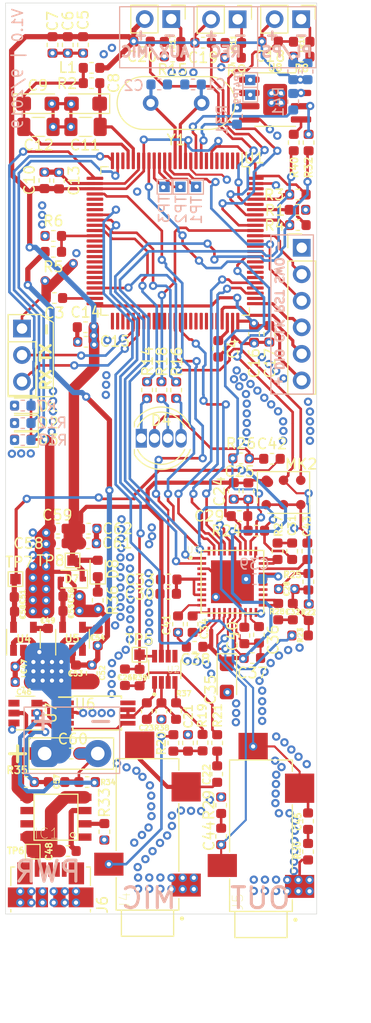
<source format=kicad_pcb>
(kicad_pcb (version 20171130) (host pcbnew 5.1.5-52549c5~86~ubuntu19.10.1)
  (layers (0 F.Cu signal) (31 B.Cu signal) (34 B.Paste user) (35 F.Paste user) (36 B.SilkS user) (37 F.SilkS user) (38 B.Mask user) (39 F.Mask user) (44 Edge.Cuts user))
  (net 0 "")
  (net 1 "Net-(C1-Pad1)")
  (net 2 "Net-(C2-Pad1)")
  (net 3 "Net-(C3-Pad1)")
  (net 4 "Net-(C4-Pad1)")
  (net 5 MCU_VBAT)
  (net 6 MCU_VREF+)
  (net 7 MCU_VDDA)
  (net 8 SW_PLAY_PAUSE)
  (net 9 SW_REC)
  (net 10 SW_AUXMIC)
  (net 11 "Net-(C21-Pad2)")
  (net 12 "Net-(C22-Pad1)")
  (net 13 "Net-(C22-Pad2)")
  (net 14 PC5)
  (net 15 "Net-(C28-Pad2)")
  (net 16 "Net-(C30-Pad2)")
  (net 17 "Net-(C31-Pad2)")
  (net 18 PA4)
  (net 19 "Net-(C32-Pad2)")
  (net 20 "Net-(C34-Pad1)")
  (net 21 "Net-(C34-Pad2)")
  (net 22 +2V5)
  (net 23 "Net-(C36-Pad1)")
  (net 24 "Net-(C39-Pad1)")
  (net 25 "Net-(C40-Pad1)")
  (net 26 "Net-(C41-Pad1)")
  (net 27 "Net-(C43-Pad1)")
  (net 28 "Net-(C44-Pad2)")
  (net 29 "Net-(C44-Pad1)")
  (net 30 "Net-(C45-Pad2)")
  (net 31 "Net-(C45-Pad1)")
  (net 32 "Net-(C48-Pad1)")
  (net 33 "Net-(C49-Pad1)")
  (net 34 "Net-(C54-Pad1)")
  (net 35 "Net-(C55-Pad1)")
  (net 36 "Net-(C57-Pad2)")
  (net 37 -BATT)
  (net 38 "Net-(D1-Pad2)")
  (net 39 "Net-(D2-Pad2)")
  (net 40 "Net-(D3-Pad2)")
  (net 41 "Net-(D4-Pad1)")
  (net 42 "Net-(D4-Pad3)")
  (net 43 "Net-(D4-Pad4)")
  (net 44 "Net-(D8-Pad1)")
  (net 45 "Net-(IC1-Pad2)")
  (net 46 "Net-(J1-Pad1)")
  (net 47 "Net-(J2-Pad1)")
  (net 48 "Net-(J3-Pad1)")
  (net 49 PB10)
  (net 50 PC3)
  (net 51 "Net-(R1-Pad1)")
  (net 52 PB9)
  (net 53 PB6)
  (net 54 PB2)
  (net 55 CHRG_0)
  (net 56 CHRG_1)
  (net 57 CHRG_2)
  (net 58 STATUS_0)
  (net 59 STATUS_1)
  (net 60 STATUS_2)
  (net 61 PC4)
  (net 62 PD4)
  (net 63 "Net-(R27-Pad1)")
  (net 64 "Net-(R28-Pad1)")
  (net 65 "Net-(R34-Pad1)")
  (net 66 PC6)
  (net 67 MCU_NRST)
  (net 68 PC7)
  (net 69 PA13)
  (net 70 PA14)
  (net 71 PC10)
  (net 72 PC12)
  (net 73 PB3)
  (net 74 "Net-(U3-Pad20)")
  (net 75 "Net-(U6-Pad4)")
  (net 76 "Net-(U6-Pad5)")
  (net 77 "Net-(C23-Pad1)")
  (net 78 "Net-(C26-Pad2)")
  (net 79 "Net-(J4-Pad3)")
  (net 80 "Net-(R19-Pad2)")
  (net 81 UART3_RX)
  (net 82 UART3_TX)
  (net 83 "Net-(TP1-Pad1)")
  (net 84 "Net-(TP2-Pad1)")
  (net 85 "Net-(TP3-Pad1)")
  (net 86 BAT_VCC)
  (net 87 PC14)
  (net 88 "Net-(R31-Pad2)")
  (net 89 "Net-(R32-Pad1)")
  (net 90 "Net-(R40-Pad1)")
  (net 91 PC15)
  (net 92 "Net-(R41-Pad1)")
  (net 93 "Net-(TP4-Pad1)")
  (net 94 "Net-(TP9-Pad1)")
  (module SOP-8 (layer F.Cu) (at 129.286 136.271 180)
    (fp_text reference IC1 (at 0.889 -1.5621 180) (layer F.SilkS) (effects (font (size 1.00028 1.00028) (thickness 0.05))))
    (fp_text value TP4056 hide)
    (pad 7 smd rect (at 2.75 -0.635 180) (size 1.3 0.7) (layers F.Cu F.Paste F.Mask))
    (pad 8 smd rect (at 2.75 -1.905 180) (size 1.3 0.7) (layers F.Cu F.Paste F.Mask) (net 32 "Net-(C48-Pad1)"))
    (pad 6 smd rect (at 2.75 0.635 180) (size 1.3 0.7) (layers F.Cu F.Paste F.Mask))
    (pad 5 smd rect (at 2.75 1.905 180) (size 1.3 0.7) (layers F.Cu F.Paste F.Mask) (net 86 BAT_VCC))
    (pad 2 smd rect (at -2.75 -0.635 180) (size 1.3 0.7) (layers F.Cu F.Paste F.Mask) (net 45 "Net-(IC1-Pad2)"))
    (pad 1 smd rect (at -2.75 -1.905 180) (size 1.3 0.7) (layers F.Cu F.Paste F.Mask) (net 37 -BATT))
    (pad 3 smd rect (at -2.75 0.635 180) (size 1.3 0.7) (layers F.Cu F.Paste F.Mask) (net 37 -BATT))
    (pad 4 smd rect (at -2.75 1.905 180) (size 1.3 0.7) (layers F.Cu F.Paste F.Mask) (net 32 "Net-(C48-Pad1)"))
  )
  (module LED_SMD:LED_0603_1608Metric (layer F.Cu) (at 126.111 96.8756 180)
    (fp_text reference D1 (at -2.4511 -0.0381) (layer F.SilkS))
    (fp_text value LED)
    (pad 1 smd roundrect (at -0.7875 0 180) (size 0.875 0.95) (layers F.Cu F.Paste F.Mask) (net 37 -BATT))
    (pad 2 smd roundrect (at 0.7875 0 180) (size 0.875 0.95) (layers F.Cu F.Paste F.Mask) (net 38 "Net-(D1-Pad2)"))
  )
  (module LED_SMD:LED_0603_1608Metric (layer F.Cu) (at 126.111 98.5266 180)
    (fp_text reference D2 (at -2.4511 0) (layer F.SilkS))
    (fp_text value LED)
    (pad 1 smd roundrect (at -0.7875 0 180) (size 0.875 0.95) (layers F.Cu F.Paste F.Mask) (net 37 -BATT))
    (pad 2 smd roundrect (at 0.7875 0 180) (size 0.875 0.95) (layers F.Cu F.Paste F.Mask) (net 39 "Net-(D2-Pad2)"))
  )
  (module LED_SMD:LED_0603_1608Metric (layer F.Cu) (at 126.111 100.1141 180)
    (fp_text reference D3 (at -2.4511 -0.0254) (layer F.SilkS))
    (fp_text value LED)
    (pad 2 smd roundrect (at 0.7875 0 180) (size 0.875 0.95) (layers F.Cu F.Paste F.Mask) (net 40 "Net-(D3-Pad2)"))
    (pad 1 smd roundrect (at -0.7875 0 180) (size 0.875 0.95) (layers F.Cu F.Paste F.Mask) (net 37 -BATT))
  )
  (module Capacitor_SMD:C_0603_1608Metric (layer B.Cu) (at 142.4051 66.1162 180)
    (fp_text reference C1 (at -2.18186 0.01524) (layer B.SilkS) (effects (justify mirror)))
    (fp_text value 20pF)
    (pad 1 smd roundrect (at -0.7875 0 180) (size 0.875 0.95) (layers B.Cu B.Paste B.Mask) (net 1 "Net-(C1-Pad1)"))
    (pad 2 smd roundrect (at 0.7875 0 180) (size 0.875 0.95) (layers B.Cu B.Paste B.Mask) (net 37 -BATT))
  )
  (module Capacitor_SMD:C_0603_1608Metric (layer B.Cu) (at 139.1666 66.1162)
    (fp_text reference C2 (at -2.44856 0.1016) (layer B.SilkS) (effects (justify mirror)))
    (fp_text value 20pF)
    (pad 2 smd roundrect (at 0.7875 0) (size 0.875 0.95) (layers B.Cu B.Paste B.Mask) (net 37 -BATT))
    (pad 1 smd roundrect (at -0.7875 0) (size 0.875 0.95) (layers B.Cu B.Paste B.Mask) (net 2 "Net-(C2-Pad1)"))
  )
  (module Capacitor_SMD:C_0603_1608Metric (layer F.Cu) (at 129.1336 86.5632 180)
    (fp_text reference C3 (at 0 -1.43) (layer F.SilkS))
    (fp_text value 2.2uF)
    (pad 2 smd roundrect (at 0.7875 0 180) (size 0.875 0.95) (layers F.Cu F.Paste F.Mask) (net 37 -BATT))
    (pad 1 smd roundrect (at -0.7875 0 180) (size 0.875 0.95) (layers F.Cu F.Paste F.Mask) (net 3 "Net-(C3-Pad1)"))
  )
  (module Capacitor_SMD:C_0603_1608Metric (layer F.Cu) (at 144.8181 91.4272 270)
    (fp_text reference C4 (at 0 -1.43 90) (layer F.SilkS))
    (fp_text value 2.2uF)
    (pad 1 smd roundrect (at -0.7875 0 270) (size 0.875 0.95) (layers F.Cu F.Paste F.Mask) (net 4 "Net-(C4-Pad1)"))
    (pad 2 smd roundrect (at 0.7875 0 270) (size 0.875 0.95) (layers F.Cu F.Paste F.Mask) (net 37 -BATT))
  )
  (module Capacitor_SMD:C_0603_1608Metric (layer F.Cu) (at 131.8768 62.3316 90)
    (fp_text reference C5 (at 2.3876 0.0127 90) (layer F.SilkS))
    (fp_text value 100nF)
    (pad 2 smd roundrect (at 0.7875 0 90) (size 0.875 0.95) (layers F.Cu F.Paste F.Mask) (net 5 MCU_VBAT))
    (pad 1 smd roundrect (at -0.7875 0 90) (size 0.875 0.95) (layers F.Cu F.Paste F.Mask) (net 37 -BATT))
  )
  (module Capacitor_SMD:C_0603_1608Metric (layer F.Cu) (at 130.4163 62.3316 90)
    (fp_text reference C6 (at 2.3114 0.0127 90) (layer F.SilkS))
    (fp_text value 100nF)
    (pad 1 smd roundrect (at -0.7875 0 90) (size 0.875 0.95) (layers F.Cu F.Paste F.Mask) (net 37 -BATT))
    (pad 2 smd roundrect (at 0.7875 0 90) (size 0.875 0.95) (layers F.Cu F.Paste F.Mask) (net 5 MCU_VBAT))
  )
  (module Capacitor_SMD:C_0603_1608Metric (layer F.Cu) (at 128.9558 62.3316 90)
    (fp_text reference C7 (at 2.286 0 90) (layer F.SilkS))
    (fp_text value 100nF)
    (pad 2 smd roundrect (at 0.7875 0 90) (size 0.875 0.95) (layers F.Cu F.Paste F.Mask) (net 5 MCU_VBAT))
    (pad 1 smd roundrect (at -0.7875 0 90) (size 0.875 0.95) (layers F.Cu F.Paste F.Mask) (net 37 -BATT))
  )
  (module Capacitor_Tantalum_SMD:CP_EIA-3216-12_Kemet-S (layer F.Cu) (at 132.1181 67.9577 180)
    (fp_text reference C8 (at -2.7051 1.9812 90) (layer F.SilkS))
    (fp_text value 1uF)
    (pad 1 smd roundrect (at -1.35 0 180) (size 1.4 1.35) (layers F.Cu F.Paste F.Mask) (roundrect_rratio 0.185185) (net 6 MCU_VREF+))
    (pad 2 smd roundrect (at 1.35 0 180) (size 1.4 1.35) (layers F.Cu F.Paste F.Mask) (roundrect_rratio 0.185185) (net 37 -BATT))
  )
  (module Capacitor_Tantalum_SMD:CP_EIA-3216-12_Kemet-S (layer F.Cu) (at 127.5461 67.9577)
    (fp_text reference C9 (at 0 -1.75) (layer F.SilkS))
    (fp_text value 1uF)
    (pad 2 smd roundrect (at 1.35 0) (size 1.4 1.35) (layers F.Cu F.Paste F.Mask) (roundrect_rratio 0.185185) (net 37 -BATT))
    (pad 1 smd roundrect (at -1.35 0) (size 1.4 1.35) (layers F.Cu F.Paste F.Mask) (roundrect_rratio 0.185185) (net 7 MCU_VDDA))
  )
  (module Capacitor_SMD:C_0603_1608Metric (layer F.Cu) (at 128.1811 75.2982 270)
    (fp_text reference C10 (at -0.038 1.4351 90) (layer F.SilkS))
    (fp_text value 100nF)
    (pad 1 smd roundrect (at -0.7875 0 270) (size 0.875 0.95) (layers F.Cu F.Paste F.Mask) (net 37 -BATT))
    (pad 2 smd roundrect (at 0.7875 0 270) (size 0.875 0.95) (layers F.Cu F.Paste F.Mask) (net 5 MCU_VBAT))
  )
  (module Capacitor_SMD:C_1206_3216Metric (layer F.Cu) (at 132.1181 70.1802)
    (fp_text reference C11 (at -0.0508 1.7399) (layer F.SilkS))
    (fp_text value 100nF)
    (pad 2 smd roundrect (at 1.4 0) (size 1.25 1.75) (layers F.Cu F.Paste F.Mask) (roundrect_rratio 0.2) (net 6 MCU_VREF+))
    (pad 1 smd roundrect (at -1.4 0) (size 1.25 1.75) (layers F.Cu F.Paste F.Mask) (roundrect_rratio 0.2) (net 37 -BATT))
  )
  (module Capacitor_SMD:C_1206_3216Metric (layer F.Cu) (at 127.6096 70.1802)
    (fp_text reference C12 (at 0.0127 1.7399) (layer F.SilkS))
    (fp_text value 100nF)
    (pad 1 smd roundrect (at -1.4 0) (size 1.25 1.75) (layers F.Cu F.Paste F.Mask) (roundrect_rratio 0.2) (net 7 MCU_VDDA))
    (pad 2 smd roundrect (at 1.4 0) (size 1.25 1.75) (layers F.Cu F.Paste F.Mask) (roundrect_rratio 0.2) (net 37 -BATT))
  )
  (module Capacitor_SMD:C_0603_1608Metric (layer F.Cu) (at 129.5781 75.3237 270)
    (fp_text reference C13 (at 0 -1.43 90) (layer F.SilkS))
    (fp_text value 100nF)
    (pad 2 smd roundrect (at 0.7875 0 270) (size 0.875 0.95) (layers F.Cu F.Paste F.Mask) (net 5 MCU_VBAT))
    (pad 1 smd roundrect (at -0.7875 0 270) (size 0.875 0.95) (layers F.Cu F.Paste F.Mask) (net 37 -BATT))
  )
  (module Capacitor_SMD:C_0603_1608Metric (layer F.Cu) (at 132.1181 89.3572)
    (fp_text reference C14 (at 0 -1.43) (layer F.SilkS))
    (fp_text value 100nF)
    (pad 1 smd roundrect (at -0.7875 0) (size 0.875 0.95) (layers F.Cu F.Paste F.Mask) (net 37 -BATT))
    (pad 2 smd roundrect (at 0.7875 0) (size 0.875 0.95) (layers F.Cu F.Paste F.Mask) (net 5 MCU_VBAT))
  )
  (module Capacitor_SMD:C_0603_1608Metric (layer F.Cu) (at 132.1561 90.7542)
    (fp_text reference C15 (at 2.7687 -0.0381) (layer F.SilkS))
    (fp_text value 100nF)
    (pad 2 smd roundrect (at 0.7875 0) (size 0.875 0.95) (layers F.Cu F.Paste F.Mask) (net 5 MCU_VBAT))
    (pad 1 smd roundrect (at -0.7875 0) (size 0.875 0.95) (layers F.Cu F.Paste F.Mask) (net 37 -BATT))
  )
  (module Capacitor_SMD:C_0603_1608Metric (layer F.Cu) (at 148.2471 90.0177 90)
    (fp_text reference C16 (at -2.7812 0.0127 90) (layer F.SilkS))
    (fp_text value 100nF)
    (pad 1 smd roundrect (at -0.7875 0 90) (size 0.875 0.95) (layers F.Cu F.Paste F.Mask) (net 37 -BATT))
    (pad 2 smd roundrect (at 0.7875 0 90) (size 0.875 0.95) (layers F.Cu F.Paste F.Mask) (net 5 MCU_VBAT))
  )
  (module Capacitor_SMD:C_0603_1608Metric (layer F.Cu) (at 149.7076 89.9922 90)
    (fp_text reference C17 (at -2.8067 0.0762 90) (layer F.SilkS))
    (fp_text value 1uF)
    (pad 2 smd roundrect (at 0.7875 0 90) (size 0.875 0.95) (layers F.Cu F.Paste F.Mask) (net 5 MCU_VBAT))
    (pad 1 smd roundrect (at -0.7875 0 90) (size 0.875 0.95) (layers F.Cu F.Paste F.Mask) (net 37 -BATT))
  )
  (module Capacitor_SMD:C_0603_1608Metric (layer F.Cu) (at 149.7838 62.0014 180)
    (fp_text reference C18 (at 0 -1.43) (layer F.SilkS))
    (fp_text value 100nF)
    (pad 1 smd roundrect (at -0.7875 0 180) (size 0.875 0.95) (layers F.Cu F.Paste F.Mask) (net 8 SW_PLAY_PAUSE))
    (pad 2 smd roundrect (at 0.7875 0 180) (size 0.875 0.95) (layers F.Cu F.Paste F.Mask) (net 5 MCU_VBAT))
  )
  (module Capacitor_SMD:C_0603_1608Metric (layer F.Cu) (at 143.3703 62.1157 180)
    (fp_text reference C19 (at 0 -1.43) (layer F.SilkS))
    (fp_text value 100nF)
    (pad 2 smd roundrect (at 0.7875 0 180) (size 0.875 0.95) (layers F.Cu F.Paste F.Mask) (net 5 MCU_VBAT))
    (pad 1 smd roundrect (at -0.7875 0 180) (size 0.875 0.95) (layers F.Cu F.Paste F.Mask) (net 9 SW_REC))
  )
  (module Capacitor_SMD:C_0603_1608Metric (layer F.Cu) (at 137.5283 62.0141 180)
    (fp_text reference C20 (at 0 -1.43) (layer F.SilkS))
    (fp_text value 100nF)
    (pad 1 smd roundrect (at -0.7875 0 180) (size 0.875 0.95) (layers F.Cu F.Paste F.Mask) (net 10 SW_AUXMIC))
    (pad 2 smd roundrect (at 0.7875 0 180) (size 0.875 0.95) (layers F.Cu F.Paste F.Mask) (net 5 MCU_VBAT))
  )
  (module Capacitor_SMD:C_0603_1608Metric (layer F.Cu) (at 146.304 105.0289 270)
    (fp_text reference C24 (at 0.0509 1.3589 90) (layer F.SilkS))
    (fp_text value 100nF)
    (pad 1 smd roundrect (at -0.7875 0 270) (size 0.875 0.95) (layers F.Cu F.Paste F.Mask) (net 5 MCU_VBAT))
    (pad 2 smd roundrect (at 0.7875 0 270) (size 0.875 0.95) (layers F.Cu F.Paste F.Mask) (net 37 -BATT))
  )
  (module Capacitor_SMD:C_0603_1608Metric (layer F.Cu) (at 147.701 105.0544 270)
    (fp_text reference C25 (at -1.8796 0.8382 180) (layer F.SilkS))
    (fp_text value 10uF)
    (pad 2 smd roundrect (at 0.7875 0 270) (size 0.875 0.95) (layers F.Cu F.Paste F.Mask) (net 37 -BATT))
    (pad 1 smd roundrect (at -0.7875 0 270) (size 0.875 0.95) (layers F.Cu F.Paste F.Mask) (net 5 MCU_VBAT))
  )
  (module Capacitor_SMD:C_0603_1608Metric (layer F.Cu) (at 151.384 114.427)
    (fp_text reference C28 (at -0.01016 -0.0254 90) (layer F.SilkS) (effects (font (size 0.5 0.5) (thickness 0.125))))
    (fp_text value 100nF)
    (pad 2 smd roundrect (at 0.7875 0) (size 0.875 0.95) (layers F.Cu F.Paste F.Mask) (net 15 "Net-(C28-Pad2)"))
    (pad 1 smd roundrect (at -0.7875 0) (size 0.875 0.95) (layers F.Cu F.Paste F.Mask) (net 37 -BATT))
  )
  (module Capacitor_SMD:C_0603_1608Metric (layer F.Cu) (at 146.85 107.442 180)
    (fp_text reference C29 (at 2.8955 0) (layer F.SilkS))
    (fp_text value 0.1uF)
    (pad 2 smd roundrect (at 0.7875 0 180) (size 0.875 0.95) (layers F.Cu F.Paste F.Mask) (net 5 MCU_VBAT))
    (pad 1 smd roundrect (at -0.7875 0 180) (size 0.875 0.95) (layers F.Cu F.Paste F.Mask) (net 37 -BATT))
  )
  (module Capacitor_SMD:C_0603_1608Metric (layer F.Cu) (at 140.0302 114.8842)
    (fp_text reference C30 (at -2.7305 0.0381) (layer F.SilkS))
    (fp_text value 1uF)
    (pad 1 smd roundrect (at -0.7875 0) (size 0.875 0.95) (layers F.Cu F.Paste F.Mask) (net 5 MCU_VBAT))
    (pad 2 smd roundrect (at 0.7875 0) (size 0.875 0.95) (layers F.Cu F.Paste F.Mask) (net 16 "Net-(C30-Pad2)"))
  )
  (module Capacitor_SMD:C_0603_1608Metric (layer F.Cu) (at 151.892 110.8075 90)
    (fp_text reference C31 (at 2.4765 -0.0127 90) (layer F.SilkS) (effects (font (size 0.7 0.7))))
    (fp_text value 1uF)
    (pad 2 smd roundrect (at 0.7875 0 90) (size 0.875 0.95) (layers F.Cu F.Paste F.Mask) (net 17 "Net-(C31-Pad2)"))
    (pad 1 smd roundrect (at -0.7875 0 90) (size 0.875 0.95) (layers F.Cu F.Paste F.Mask) (net 18 PA4))
  )
  (module Capacitor_SMD:C_0603_1608Metric (layer F.Cu) (at 151.9555 116.586 270)
    (fp_text reference C32 (at 0.0381 0.0127 180) (layer F.SilkS) (effects (font (size 0.5 0.5) (thickness 0.125))))
    (fp_text value 1uF)
    (pad 1 smd roundrect (at -0.7875 0 270) (size 0.875 0.95) (layers F.Cu F.Paste F.Mask) (net 15 "Net-(C28-Pad2)"))
    (pad 2 smd roundrect (at 0.7875 0 270) (size 0.875 0.95) (layers F.Cu F.Paste F.Mask) (net 19 "Net-(C32-Pad2)"))
  )
  (module Capacitor_SMD:C_0603_1608Metric (layer F.Cu) (at 140.081 113.5126)
    (fp_text reference C33 (at -2.7559 0.0381) (layer F.SilkS))
    (fp_text value 1uF)
    (pad 1 smd roundrect (at -0.7875 0) (size 0.875 0.95) (layers F.Cu F.Paste F.Mask) (net 5 MCU_VBAT))
    (pad 2 smd roundrect (at 0.7875 0) (size 0.875 0.95) (layers F.Cu F.Paste F.Mask) (net 16 "Net-(C30-Pad2)"))
  )
  (module Capacitor_SMD:C_0603_1608Metric (layer F.Cu) (at 142.367 117.7925 90)
    (fp_text reference C34 (at -0.4445 1.1176 90) (layer F.SilkS) (effects (font (size 0.7 0.7))))
    (fp_text value 1uF)
    (pad 1 smd roundrect (at -0.7875 0 90) (size 0.875 0.95) (layers F.Cu F.Paste F.Mask) (net 20 "Net-(C34-Pad1)"))
    (pad 2 smd roundrect (at 0.7875 0 90) (size 0.875 0.95) (layers F.Cu F.Paste F.Mask) (net 21 "Net-(C34-Pad2)"))
  )
  (module Capacitor_Tantalum_SMD:CP_EIA-3216-12_Kemet-S (layer F.Cu) (at 145.6436 122.936 270)
    (fp_text reference C35 (at 1.1303 1.5621 90) (layer F.SilkS))
    (fp_text value CP)
    (pad 1 smd roundrect (at -1.35 0 270) (size 1.4 1.35) (layers F.Cu F.Paste F.Mask) (roundrect_rratio 0.185185) (net 22 +2V5))
    (pad 2 smd roundrect (at 1.35 0 270) (size 1.4 1.35) (layers F.Cu F.Paste F.Mask) (roundrect_rratio 0.185185) (net 37 -BATT))
  )
  (module Capacitor_SMD:C_0603_1608Metric (layer F.Cu) (at 148.717 118.8085 270)
    (fp_text reference C36 (at 0.4699 -1.3589 90) (layer F.SilkS))
    (fp_text value 1uF)
    (pad 2 smd roundrect (at 0.7875 0 270) (size 0.875 0.95) (layers F.Cu F.Paste F.Mask) (net 37 -BATT))
    (pad 1 smd roundrect (at -0.7875 0 270) (size 0.875 0.95) (layers F.Cu F.Paste F.Mask) (net 23 "Net-(C36-Pad1)"))
  )
  (module Capacitor_SMD:C_0603_1608Metric (layer F.Cu) (at 148.082 121.031 180)
    (fp_text reference C37 (at 0 -1.43) (layer F.SilkS))
    (fp_text value 0.1uF)
    (pad 2 smd roundrect (at 0.7875 0 180) (size 0.875 0.95) (layers F.Cu F.Paste F.Mask) (net 22 +2V5))
    (pad 1 smd roundrect (at -0.7875 0 180) (size 0.875 0.95) (layers F.Cu F.Paste F.Mask) (net 37 -BATT))
  )
  (module Capacitor_SMD:C_0603_1608Metric (layer F.Cu) (at 142.5575 119.9515)
    (fp_text reference C38 (at 0.0762 1.2065) (layer F.SilkS))
    (fp_text value 0.1uF)
    (pad 1 smd roundrect (at -0.7875 0) (size 0.875 0.95) (layers F.Cu F.Paste F.Mask) (net 37 -BATT))
    (pad 2 smd roundrect (at 0.7875 0) (size 0.875 0.95) (layers F.Cu F.Paste F.Mask) (net 22 +2V5))
  )
  (module Capacitor_SMD:C_0603_1608Metric (layer B.Cu) (at 148.2725 113.4745 180)
    (fp_text reference C39 (at 0 1.43) (layer B.SilkS) (effects (justify mirror)))
    (fp_text value 150pF)
    (pad 2 smd roundrect (at 0.7875 0 180) (size 0.875 0.95) (layers B.Cu B.Paste B.Mask) (net 37 -BATT))
    (pad 1 smd roundrect (at -0.7875 0 180) (size 0.875 0.95) (layers B.Cu B.Paste B.Mask) (net 24 "Net-(C39-Pad1)"))
  )
  (module Capacitor_SMD:C_0603_1608Metric (layer F.Cu) (at 147.32 118.872 270)
    (fp_text reference C40 (at 0.0508 1.1303 90) (layer F.SilkS))
    (fp_text value 1uF)
    (pad 1 smd roundrect (at -0.7875 0 270) (size 0.875 0.95) (layers F.Cu F.Paste F.Mask) (net 25 "Net-(C40-Pad1)"))
    (pad 2 smd roundrect (at 0.7875 0 270) (size 0.875 0.95) (layers F.Cu F.Paste F.Mask) (net 37 -BATT))
  )
  (module Capacitor_SMD:C_0603_1608Metric (layer F.Cu) (at 140.97 117.7925 270)
    (fp_text reference C41 (at 0.0508 1.1049 90) (layer F.SilkS) (effects (font (size 0.7 0.7))))
    (fp_text value 1uF)
    (pad 2 smd roundrect (at 0.7875 0 270) (size 0.875 0.95) (layers F.Cu F.Paste F.Mask) (net 37 -BATT))
    (pad 1 smd roundrect (at -0.7875 0 270) (size 0.875 0.95) (layers F.Cu F.Paste F.Mask) (net 26 "Net-(C41-Pad1)"))
  )
  (module Capacitor_SMD:C_0603_1608Metric (layer F.Cu) (at 149.9616 101.9556)
    (fp_text reference C42 (at 0 -1.43) (layer F.SilkS))
    (fp_text value 0.1uF)
    (pad 1 smd roundrect (at -0.7875 0) (size 0.875 0.95) (layers F.Cu F.Paste F.Mask) (net 37 -BATT))
    (pad 2 smd roundrect (at 0.7875 0) (size 0.875 0.95) (layers F.Cu F.Paste F.Mask) (net 22 +2V5))
  )
  (module Capacitor_SMD:C_0603_1608Metric (layer F.Cu) (at 153.3525 110.8075 90)
    (fp_text reference C43 (at 2.3876 -0.0508 90) (layer F.SilkS) (effects (font (size 0.7 0.7))))
    (fp_text value 150pF)
    (pad 1 smd roundrect (at -0.7875 0 90) (size 0.875 0.95) (layers F.Cu F.Paste F.Mask) (net 27 "Net-(C43-Pad1)"))
    (pad 2 smd roundrect (at 0.7875 0 90) (size 0.875 0.95) (layers F.Cu F.Paste F.Mask) (net 37 -BATT))
  )
  (module Capacitor_SMD:C_0603_1608Metric (layer F.Cu) (at 145.0975 138.1125 90)
    (fp_text reference C44 (at 0.0381 -1.1557 90) (layer F.SilkS))
    (fp_text value 0.022uF)
    (pad 1 smd roundrect (at -0.7875 0 90) (size 0.875 0.95) (layers F.Cu F.Paste F.Mask) (net 29 "Net-(C44-Pad1)"))
    (pad 2 smd roundrect (at 0.7875 0 90) (size 0.875 0.95) (layers F.Cu F.Paste F.Mask) (net 28 "Net-(C44-Pad2)"))
  )
  (module Capacitor_SMD:C_0603_1608Metric (layer F.Cu) (at 153.416 136.652 270)
    (fp_text reference C45 (at 0.0508 0.9652 90) (layer F.SilkS) (effects (font (size 0.6 0.6))))
    (fp_text value 0.022uF)
    (pad 1 smd roundrect (at -0.7875 0 270) (size 0.875 0.95) (layers F.Cu F.Paste F.Mask) (net 31 "Net-(C45-Pad1)"))
    (pad 2 smd roundrect (at 0.7875 0 270) (size 0.875 0.95) (layers F.Cu F.Paste F.Mask) (net 30 "Net-(C45-Pad2)"))
  )
  (module Capacitor_SMD:C_0603_1608Metric (layer F.Cu) (at 126.1745 123.317 180)
    (fp_text reference C46 (at -0.0508 -0.9652) (layer F.SilkS) (effects (font (size 0.5 0.5) (thickness 0.125))))
    (fp_text value 1uF)
    (pad 2 smd roundrect (at 0.7875 0 180) (size 0.875 0.95) (layers F.Cu F.Paste F.Mask) (net 37 -BATT))
    (pad 1 smd roundrect (at -0.7875 0 180) (size 0.875 0.95) (layers F.Cu F.Paste F.Mask) (net 86 BAT_VCC))
  )
  (module Capacitor_SMD:C_0603_1608Metric (layer F.Cu) (at 126.1745 121.8565 180)
    (fp_text reference C47 (at -0.0635 0.0127 90) (layer F.SilkS) (effects (font (size 0.5 0.5) (thickness 0.125))))
    (fp_text value 100nF)
    (pad 1 smd roundrect (at -0.7875 0 180) (size 0.875 0.95) (layers F.Cu F.Paste F.Mask) (net 86 BAT_VCC))
    (pad 2 smd roundrect (at 0.7875 0 180) (size 0.875 0.95) (layers F.Cu F.Paste F.Mask) (net 37 -BATT))
  )
  (module Capacitor_SMD:C_0603_1608Metric (layer F.Cu) (at 130.429 139.5095)
    (fp_text reference C48 (at -1.8034 0.0508 90) (layer F.SilkS) (effects (font (size 0.6 0.6))))
    (fp_text value 0.1uF/25V)
    (pad 1 smd roundrect (at -0.7875 0) (size 0.875 0.95) (layers F.Cu F.Paste F.Mask) (net 32 "Net-(C48-Pad1)"))
    (pad 2 smd roundrect (at 0.7875 0) (size 0.875 0.95) (layers F.Cu F.Paste F.Mask) (net 37 -BATT))
  )
  (module Capacitor_SMD:C_0603_1608Metric (layer F.Cu) (at 128.524 117.4115 90)
    (fp_text reference C49 (at -0.0381 -0.0254 180) (layer F.SilkS) (effects (font (size 0.5 0.5) (thickness 0.125))))
    (fp_text value 10nF)
    (pad 2 smd roundrect (at 0.7875 0 90) (size 0.875 0.95) (layers F.Cu F.Paste F.Mask) (net 37 -BATT))
    (pad 1 smd roundrect (at -0.7875 0 90) (size 0.875 0.95) (layers F.Cu F.Paste F.Mask) (net 33 "Net-(C49-Pad1)"))
  )
  (module Capacitor_SMD:C_0603_1608Metric (layer F.Cu) (at 126.111 116.586)
    (fp_text reference C50 (at 0.0127 0.0254 90) (layer F.SilkS) (effects (font (size 0.5 0.5) (thickness 0.125))))
    (fp_text value 1uF)
    (pad 1 smd roundrect (at -0.7875 0) (size 0.875 0.95) (layers F.Cu F.Paste F.Mask) (net 22 +2V5))
    (pad 2 smd roundrect (at 0.7875 0) (size 0.875 0.95) (layers F.Cu F.Paste F.Mask) (net 37 -BATT))
  )
  (module Capacitor_SMD:C_0603_1608Metric (layer F.Cu) (at 126.0855 115.189)
    (fp_text reference C51 (at 0.0128 -0.0254 90) (layer F.SilkS) (effects (font (size 0.5 0.5) (thickness 0.125))))
    (fp_text value 100nF)
    (pad 2 smd roundrect (at 0.7875 0) (size 0.875 0.95) (layers F.Cu F.Paste F.Mask) (net 37 -BATT))
    (pad 1 smd roundrect (at -0.7875 0) (size 0.875 0.95) (layers F.Cu F.Paste F.Mask) (net 22 +2V5))
  )
  (module Capacitor_SMD:C_0603_1608Metric (layer F.Cu) (at 132.715 122.4915 90)
    (fp_text reference C52 (at 0.0381 1.0033 90) (layer F.SilkS) (effects (font (size 0.5 0.5) (thickness 0.125))))
    (fp_text value 1uF)
    (pad 2 smd roundrect (at 0.7875 0 90) (size 0.875 0.95) (layers F.Cu F.Paste F.Mask) (net 37 -BATT))
    (pad 1 smd roundrect (at -0.7875 0 90) (size 0.875 0.95) (layers F.Cu F.Paste F.Mask) (net 86 BAT_VCC))
  )
  (module Capacitor_SMD:C_0603_1608Metric (layer F.Cu) (at 131.191 122.4915 90)
    (fp_text reference C53 (at -0.0254 -0.0381 180) (layer F.SilkS) (effects (font (size 0.5 0.5) (thickness 0.125))))
    (fp_text value 100nF)
    (pad 2 smd roundrect (at 0.7875 0 90) (size 0.875 0.95) (layers F.Cu F.Paste F.Mask) (net 37 -BATT))
    (pad 1 smd roundrect (at -0.7875 0 90) (size 0.875 0.95) (layers F.Cu F.Paste F.Mask) (net 86 BAT_VCC))
  )
  (module Capacitor_SMD:C_0603_1608Metric (layer F.Cu) (at 133.2865 119.0625 270)
    (fp_text reference C54 (at 0.0254 0.0254 180) (layer F.SilkS) (effects (font (size 0.5 0.5) (thickness 0.125))))
    (fp_text value 10nF)
    (pad 1 smd roundrect (at -0.7875 0 270) (size 0.875 0.95) (layers F.Cu F.Paste F.Mask) (net 34 "Net-(C54-Pad1)"))
    (pad 2 smd roundrect (at 0.7875 0 270) (size 0.875 0.95) (layers F.Cu F.Paste F.Mask) (net 37 -BATT))
  )
  (module Capacitor_SMD:C_0603_1608Metric (layer F.Cu) (at 130.7465 116.5225)
    (fp_text reference C55 (at 0.0127 0.0254 90) (layer F.SilkS) (effects (font (size 0.5 0.5) (thickness 0.125))))
    (fp_text value 1uF)
    (pad 2 smd roundrect (at 0.7875 0) (size 0.875 0.95) (layers F.Cu F.Paste F.Mask) (net 37 -BATT))
    (pad 1 smd roundrect (at -0.7875 0) (size 0.875 0.95) (layers F.Cu F.Paste F.Mask) (net 35 "Net-(C55-Pad1)"))
  )
  (module Capacitor_SMD:C_0603_1608Metric (layer F.Cu) (at 130.7465 115.1255)
    (fp_text reference C56 (at 0 -0.0381 90) (layer F.SilkS) (effects (font (size 0.5 0.5) (thickness 0.125))))
    (fp_text value 100nF)
    (pad 1 smd roundrect (at -0.7875 0) (size 0.875 0.95) (layers F.Cu F.Paste F.Mask) (net 35 "Net-(C55-Pad1)"))
    (pad 2 smd roundrect (at 0.7875 0) (size 0.875 0.95) (layers F.Cu F.Paste F.Mask) (net 37 -BATT))
  )
  (module Capacitor_SMD:C_0603_1608Metric (layer F.Cu) (at 129.3495 132.9055 180)
    (fp_text reference C57 (at -0.0127 0.0381 90) (layer F.SilkS) (effects (font (size 0.5 0.5) (thickness 0.125))))
    (fp_text value 0.1uF/25V)
    (pad 2 smd roundrect (at 0.7875 0 180) (size 0.875 0.95) (layers F.Cu F.Paste F.Mask) (net 36 "Net-(C57-Pad2)"))
    (pad 1 smd roundrect (at -0.7875 0 180) (size 0.875 0.95) (layers F.Cu F.Paste F.Mask) (net 37 -BATT))
  )
  (module Capacitor_SMD:C_0603_1608Metric (layer F.Cu) (at 129.4765 110.0455 180)
    (fp_text reference C58 (at 2.8067 -0.0127) (layer F.SilkS))
    (fp_text value 100nF)
    (pad 2 smd roundrect (at 0.7875 0 180) (size 0.875 0.95) (layers F.Cu F.Paste F.Mask) (net 37 -BATT))
    (pad 1 smd roundrect (at -0.7875 0 180) (size 0.875 0.95) (layers F.Cu F.Paste F.Mask) (net 5 MCU_VBAT))
  )
  (module Capacitor_SMD:C_0603_1608Metric (layer F.Cu) (at 129.4765 108.6485 180)
    (fp_text reference C59 (at 0.0635 1.2954) (layer F.SilkS))
    (fp_text value 100nF)
    (pad 1 smd roundrect (at -0.7875 0 180) (size 0.875 0.95) (layers F.Cu F.Paste F.Mask) (net 5 MCU_VBAT))
    (pad 2 smd roundrect (at 0.7875 0 180) (size 0.875 0.95) (layers F.Cu F.Paste F.Mask) (net 37 -BATT))
  )
  (module Capacitor_SMD:C_0603_1608Metric (layer F.Cu) (at 130.7465 130.175)
    (fp_text reference C60 (at 0.15494 -1.38684) (layer F.SilkS))
    (fp_text value 10uF)
    (pad 1 smd roundrect (at -0.7875 0) (size 0.875 0.95) (layers F.Cu F.Paste F.Mask) (net 86 BAT_VCC))
    (pad 2 smd roundrect (at 0.7875 0) (size 0.875 0.95) (layers F.Cu F.Paste F.Mask) (net 37 -BATT))
  )
  (module Capacitor_SMD:C_0603_1608Metric (layer F.Cu) (at 132.372 110.0455)
    (fp_text reference C61 (at 2.7814 -0.0254) (layer F.SilkS))
    (fp_text value 100nF)
    (pad 2 smd roundrect (at 0.7875 0) (size 0.875 0.95) (layers F.Cu F.Paste F.Mask) (net 37 -BATT))
    (pad 1 smd roundrect (at -0.7875 0) (size 0.875 0.95) (layers F.Cu F.Paste F.Mask) (net 5 MCU_VBAT))
  )
  (module Capacitor_SMD:C_0603_1608Metric (layer F.Cu) (at 132.423 108.6485)
    (fp_text reference C62 (at 2.7685 0) (layer F.SilkS))
    (fp_text value 100nF)
    (pad 1 smd roundrect (at -0.7875 0) (size 0.875 0.95) (layers F.Cu F.Paste F.Mask) (net 5 MCU_VBAT))
    (pad 2 smd roundrect (at 0.7875 0) (size 0.875 0.95) (layers F.Cu F.Paste F.Mask) (net 37 -BATT))
  )
  (module LED_THT:LED_D5.0mm-4_RGB (layer F.Cu) (at 137.4521 99.9871)
    (fp_text reference D4 (at 1.8923 -1.7018) (layer F.SilkS))
    (fp_text value LED_RCBG)
    (pad 1 thru_hole rect (at 0 0) (size 1.07 1.8) (drill 0.9) (layers *.Cu *.Mask) (net 41 "Net-(D4-Pad1)"))
    (pad 2 thru_hole oval (at 1.27 0) (size 1.07 1.8) (drill 0.9) (layers *.Cu *.Mask) (net 37 -BATT))
    (pad 3 thru_hole oval (at 2.54 0) (size 1.07 1.8) (drill 0.9) (layers *.Cu *.Mask) (net 42 "Net-(D4-Pad3)"))
    (pad 4 thru_hole oval (at 3.81 0) (size 1.07 1.8) (drill 0.9) (layers *.Cu *.Mask) (net 43 "Net-(D4-Pad4)"))
  )
  (module Diode_SMD:D_SOD-323 (layer F.Cu) (at 130.81 113.4745 180)
    (fp_text reference D7 (at 0 0.0127) (layer F.SilkS) (effects (font (size 0.7 0.7))))
    (fp_text value D_Schottky_ALT)
    (pad 1 smd rect (at -1.05 0 180) (size 0.6 0.45) (layers F.Cu F.Paste F.Mask) (net 5 MCU_VBAT))
    (pad 2 smd rect (at 1.05 0 180) (size 0.6 0.45) (layers F.Cu F.Paste F.Mask) (net 35 "Net-(C55-Pad1)"))
  )
  (module LED_SMD:LED_0603_1608Metric (layer F.Cu) (at 133.2865 112.4585 90)
    (fp_text reference D8 (at -0.0508 1.4732 90) (layer F.SilkS))
    (fp_text value LED)
    (pad 2 smd roundrect (at 0.7875 0 90) (size 0.875 0.95) (layers F.Cu F.Paste F.Mask) (net 5 MCU_VBAT))
    (pad 1 smd roundrect (at -0.7875 0 90) (size 0.875 0.95) (layers F.Cu F.Paste F.Mask) (net 44 "Net-(D8-Pad1)"))
  )
  (module Connector_PinHeader_2.54mm:PinHeader_1x02_P2.54mm_Vertical (layer F.Cu) (at 152.7556 59.8678 270)
    (fp_text reference J1 hide)
    (fp_text value SW_PLAY_PAUSE)
    (pad 2 thru_hole oval (at 0 2.54 270) (size 1.7 1.7) (drill 1) (layers *.Cu *.Mask) (net 5 MCU_VBAT))
    (pad 1 thru_hole rect (at 0 0 270) (size 1.7 1.7) (drill 1) (layers *.Cu *.Mask) (net 46 "Net-(J1-Pad1)"))
  )
  (module Connector_PinHeader_2.54mm:PinHeader_1x02_P2.54mm_Vertical (layer F.Cu) (at 146.6723 59.8805 270)
    (fp_text reference J2 hide)
    (fp_text value SW_REC)
    (pad 1 thru_hole rect (at 0 0 270) (size 1.7 1.7) (drill 1) (layers *.Cu *.Mask) (net 47 "Net-(J2-Pad1)"))
    (pad 2 thru_hole oval (at 0 2.54 270) (size 1.7 1.7) (drill 1) (layers *.Cu *.Mask) (net 5 MCU_VBAT))
  )
  (module Connector_PinHeader_2.54mm:PinHeader_1x02_P2.54mm_Vertical (layer F.Cu) (at 140.3223 59.8551 270)
    (fp_text reference J3 hide)
    (fp_text value SW_AUX_MIC)
    (pad 1 thru_hole rect (at 0 0 270) (size 1.7 1.7) (drill 1) (layers *.Cu *.Mask) (net 48 "Net-(J3-Pad1)"))
    (pad 2 thru_hole oval (at 0 2.54 270) (size 1.7 1.7) (drill 1) (layers *.Cu *.Mask) (net 5 MCU_VBAT))
  )
  (module TestPoint:TestPoint_2Pads_Pitch5.08mm_Drill1.3mm (layer F.Cu) (at 128.2065 130.175)
    (fp_text reference + (at -2.5908 -0.127) (layer F.SilkS) (effects (font (size 2 2) (thickness 0.3))))
    (fp_text value Battery)
    (pad 1 thru_hole roundrect (at 0 0) (size 2.6 2.6) (drill 1.3) (layers *.Cu *.Mask) (net 86 BAT_VCC))
    (pad 2 thru_hole circle (at 5.08 0) (size 2.6 2.6) (drill 1.3) (layers *.Cu *.Mask) (net 37 -BATT))
  )
  (module Inductor_SMD:L_0603_1608Metric (layer F.Cu) (at 132.6896 64.5287 180)
    (fp_text reference L1 (at 2.2733 0.0381) (layer F.SilkS))
    (fp_text value fcm)
    (pad 1 smd roundrect (at -0.7875 0 180) (size 0.875 0.95) (layers F.Cu F.Paste F.Mask) (net 5 MCU_VBAT))
    (pad 2 smd roundrect (at 0.7875 0 180) (size 0.875 0.95) (layers F.Cu F.Paste F.Mask) (net 7 MCU_VDDA))
  )
  (module Sensor_Audio:ST_HLGA-6_3.76x4.72mm_P1.65mm (layer F.Cu) (at 151.0665 105.1814 90)
    (fp_text reference MK2 (at 2.7178 1.6891 180) (layer F.SilkS))
    (fp_text value MP45DT02)
    (pad 1 smd circle (at -1.17 -1.65 90) (size 0.91 0.91) (layers F.Cu F.Paste F.Mask) (net 37 -BATT))
    (pad 2 smd circle (at -1.17 0 90) (size 0.91 0.91) (layers F.Cu F.Paste F.Mask) (net 37 -BATT))
    (pad 3 smd circle (at -1.17 1.65 90) (size 0.91 0.91) (layers F.Cu F.Paste F.Mask) (net 37 -BATT))
    (pad 4 smd circle (at 1.17 1.65 90) (size 0.91 0.91) (layers F.Cu F.Paste F.Mask) (net 49 PB10))
    (pad 5 smd circle (at 1.17 0 90) (size 0.91 0.91) (layers F.Cu F.Paste F.Mask) (net 50 PC3))
    (pad 6 smd oval (at 1.17 -1.65 135) (size 1.192843 0.91) (drill (offset -0.141421 0)) (layers F.Cu F.Paste F.Mask) (net 5 MCU_VBAT))
  )
  (module Resistor_SMD:R_0603_1608Metric (layer F.Cu) (at 152.4001 78.1177)
    (fp_text reference R1 (at -2.1464 0.0508) (layer F.SilkS))
    (fp_text value 510)
    (pad 1 smd roundrect (at -0.7875 0) (size 0.875 0.95) (layers F.Cu F.Paste F.Mask) (net 51 "Net-(R1-Pad1)"))
    (pad 2 smd roundrect (at 0.7875 0) (size 0.875 0.95) (layers F.Cu F.Paste F.Mask) (net 37 -BATT))
  )
  (module Resistor_SMD:R_0603_1608Metric (layer F.Cu) (at 132.6896 65.9892 180)
    (fp_text reference R2 (at 2.3368 -0.0381) (layer F.SilkS))
    (fp_text value 47)
    (pad 2 smd roundrect (at 0.7875 0 180) (size 0.875 0.95) (layers F.Cu F.Paste F.Mask) (net 7 MCU_VDDA))
    (pad 1 smd roundrect (at -0.7875 0 180) (size 0.875 0.95) (layers F.Cu F.Paste F.Mask) (net 6 MCU_VREF+))
  )
  (module Resistor_SMD:R_0603_1608Metric (layer F.Cu) (at 152.4381 76.6572)
    (fp_text reference R3 (at -2.2733 0.0254) (layer F.SilkS))
    (fp_text value 4.7k)
    (pad 2 smd roundrect (at 0.7875 0) (size 0.875 0.95) (layers F.Cu F.Paste F.Mask) (net 5 MCU_VBAT))
    (pad 1 smd roundrect (at -0.7875 0) (size 0.875 0.95) (layers F.Cu F.Paste F.Mask) (net 52 PB9))
  )
  (module Resistor_SMD:R_0603_1608Metric (layer F.Cu) (at 152.4381 79.5782)
    (fp_text reference R4 (at -2.2352 0.0254) (layer F.SilkS))
    (fp_text value 4.7k)
    (pad 1 smd roundrect (at -0.7875 0) (size 0.875 0.95) (layers F.Cu F.Paste F.Mask) (net 53 PB6))
    (pad 2 smd roundrect (at 0.7875 0) (size 0.875 0.95) (layers F.Cu F.Paste F.Mask) (net 5 MCU_VBAT))
  )
  (module Resistor_SMD:R_0603_1608Metric (layer F.Cu) (at 129.032 82.1436 180)
    (fp_text reference R5 (at 0 -1.43) (layer F.SilkS))
    (fp_text value 10k)
    (pad 1 smd roundrect (at -0.7875 0 180) (size 0.875 0.95) (layers F.Cu F.Paste F.Mask) (net 54 PB2))
    (pad 2 smd roundrect (at 0.7875 0 180) (size 0.875 0.95) (layers F.Cu F.Paste F.Mask) (net 86 BAT_VCC))
  )
  (module Resistor_SMD:R_0603_1608Metric (layer F.Cu) (at 129.032 80.6196)
    (fp_text reference R6 (at 0 -1.43) (layer F.SilkS))
    (fp_text value 510)
    (pad 2 smd roundrect (at 0.7875 0) (size 0.875 0.95) (layers F.Cu F.Paste F.Mask) (net 54 PB2))
    (pad 1 smd roundrect (at -0.7875 0) (size 0.875 0.95) (layers F.Cu F.Paste F.Mask) (net 37 -BATT))
  )
  (module Resistor_SMD:R_0603_1608Metric (layer B.Cu) (at 126.111 96.8629)
    (fp_text reference R7 (at 2.2733 0.0508 180) (layer B.SilkS) (effects (justify mirror)))
    (fp_text value 1K)
    (pad 1 smd roundrect (at -0.7875 0) (size 0.875 0.95) (layers B.Cu B.Paste B.Mask) (net 38 "Net-(D1-Pad2)"))
    (pad 2 smd roundrect (at 0.7875 0) (size 0.875 0.95) (layers B.Cu B.Paste B.Mask) (net 55 CHRG_0))
  )
  (module Resistor_SMD:R_0603_1608Metric (layer F.Cu) (at 152.8064 63.4492)
    (fp_text reference R8 (at 0 1.1176) (layer F.SilkS) (effects (font (size 0.7 0.7))))
    (fp_text value 100K)
    (pad 1 smd roundrect (at -0.7875 0) (size 0.875 0.95) (layers F.Cu F.Paste F.Mask) (net 37 -BATT))
    (pad 2 smd roundrect (at 0.7875 0) (size 0.875 0.95) (layers F.Cu F.Paste F.Mask) (net 46 "Net-(J1-Pad1)"))
  )
  (module Resistor_SMD:R_0603_1608Metric (layer F.Cu) (at 146.2405 63.5635)
    (fp_text reference R9 (at 0.3175 1.2319) (layer F.SilkS))
    (fp_text value 100K)
    (pad 1 smd roundrect (at -0.7875 0) (size 0.875 0.95) (layers F.Cu F.Paste F.Mask) (net 37 -BATT))
    (pad 2 smd roundrect (at 0.7875 0) (size 0.875 0.95) (layers F.Cu F.Paste F.Mask) (net 47 "Net-(J2-Pad1)"))
  )
  (module Resistor_SMD:R_0603_1608Metric (layer F.Cu) (at 152.8064 62.0268)
    (fp_text reference R10 (at -0.00508 -0.0254 90) (layer F.SilkS) (effects (font (size 0.5 0.5) (thickness 0.125))))
    (fp_text value 10K)
    (pad 2 smd roundrect (at 0.7875 0) (size 0.875 0.95) (layers F.Cu F.Paste F.Mask) (net 46 "Net-(J1-Pad1)"))
    (pad 1 smd roundrect (at -0.7875 0) (size 0.875 0.95) (layers F.Cu F.Paste F.Mask) (net 8 SW_PLAY_PAUSE))
  )
  (module Resistor_SMD:R_0603_1608Metric (layer F.Cu) (at 146.2659 62.1411)
    (fp_text reference R11 (at -0.01778 -0.05334 90) (layer F.SilkS) (effects (font (size 0.5 0.5) (thickness 0.125))))
    (fp_text value 10K)
    (pad 1 smd roundrect (at -0.7875 0) (size 0.875 0.95) (layers F.Cu F.Paste F.Mask) (net 9 SW_REC))
    (pad 2 smd roundrect (at 0.7875 0) (size 0.875 0.95) (layers F.Cu F.Paste F.Mask) (net 47 "Net-(J2-Pad1)"))
  )
  (module Resistor_SMD:R_0603_1608Metric (layer B.Cu) (at 126.111 98.5393)
    (fp_text reference R12 (at 2.7813 -0.0254) (layer B.SilkS) (effects (justify mirror)))
    (fp_text value 1K)
    (pad 1 smd roundrect (at -0.7875 0) (size 0.875 0.95) (layers B.Cu B.Paste B.Mask) (net 39 "Net-(D2-Pad2)"))
    (pad 2 smd roundrect (at 0.7875 0) (size 0.875 0.95) (layers B.Cu B.Paste B.Mask) (net 56 CHRG_1))
  )
  (module Resistor_SMD:R_0603_1608Metric (layer B.Cu) (at 126.1109 100.1649)
    (fp_text reference R13 (at 2.8322 0.0127) (layer B.SilkS) (effects (justify mirror)))
    (fp_text value 1K)
    (pad 1 smd roundrect (at -0.7875 0) (size 0.875 0.95) (layers B.Cu B.Paste B.Mask) (net 40 "Net-(D3-Pad2)"))
    (pad 2 smd roundrect (at 0.7875 0) (size 0.875 0.95) (layers B.Cu B.Paste B.Mask) (net 57 CHRG_2))
  )
  (module Resistor_SMD:R_0603_1608Metric (layer F.Cu) (at 138.0109 95.3643 270)
    (fp_text reference R14 (at -2.7432 -0.0381 90) (layer F.SilkS))
    (fp_text value 1K)
    (pad 1 smd roundrect (at -0.7875 0 270) (size 0.875 0.95) (layers F.Cu F.Paste F.Mask) (net 58 STATUS_0))
    (pad 2 smd roundrect (at 0.7875 0 270) (size 0.875 0.95) (layers F.Cu F.Paste F.Mask) (net 41 "Net-(D4-Pad1)"))
  )
  (module Resistor_SMD:R_0603_1608Metric (layer F.Cu) (at 140.4493 63.4365)
    (fp_text reference R15 (at -0.0127 1.2446) (layer F.SilkS))
    (fp_text value 100K)
    (pad 1 smd roundrect (at -0.7875 0) (size 0.875 0.95) (layers F.Cu F.Paste F.Mask) (net 37 -BATT))
    (pad 2 smd roundrect (at 0.7875 0) (size 0.875 0.95) (layers F.Cu F.Paste F.Mask) (net 48 "Net-(J3-Pad1)"))
  )
  (module Resistor_SMD:R_0603_1608Metric (layer F.Cu) (at 140.7922 95.377 270)
    (fp_text reference R16 (at -2.7178 -0.0635 90) (layer F.SilkS))
    (fp_text value 1K)
    (pad 2 smd roundrect (at 0.7875 0 270) (size 0.875 0.95) (layers F.Cu F.Paste F.Mask) (net 43 "Net-(D4-Pad4)"))
    (pad 1 smd roundrect (at -0.7875 0 270) (size 0.875 0.95) (layers F.Cu F.Paste F.Mask) (net 59 STATUS_1))
  )
  (module Resistor_SMD:R_0603_1608Metric (layer F.Cu) (at 140.4494 62.0395)
    (fp_text reference R17 (at -0.0001 -0.0254 90) (layer F.SilkS) (effects (font (size 0.5 0.5) (thickness 0.125))))
    (fp_text value 10K)
    (pad 2 smd roundrect (at 0.7875 0) (size 0.875 0.95) (layers F.Cu F.Paste F.Mask) (net 48 "Net-(J3-Pad1)"))
    (pad 1 smd roundrect (at -0.7875 0) (size 0.875 0.95) (layers F.Cu F.Paste F.Mask) (net 10 SW_AUXMIC))
  )
  (module Resistor_SMD:R_0603_1608Metric (layer F.Cu) (at 139.3825 95.3643 270)
    (fp_text reference R18 (at -2.7178 -0.0508 90) (layer F.SilkS))
    (fp_text value 1K)
    (pad 2 smd roundrect (at 0.7875 0 270) (size 0.875 0.95) (layers F.Cu F.Paste F.Mask) (net 42 "Net-(D4-Pad3)"))
    (pad 1 smd roundrect (at -0.7875 0 270) (size 0.875 0.95) (layers F.Cu F.Paste F.Mask) (net 60 STATUS_2))
  )
  (module Resistor_SMD:R_0603_1608Metric (layer F.Cu) (at 153.4795 116.6495 270)
    (fp_text reference R22 (at 0.0127 0.0381 180) (layer F.SilkS) (effects (font (size 0.5 0.5) (thickness 0.125))))
    (fp_text value 1.2K)
    (pad 1 smd roundrect (at -0.7875 0 270) (size 0.875 0.95) (layers F.Cu F.Paste F.Mask) (net 50 PC3))
    (pad 2 smd roundrect (at 0.7875 0 270) (size 0.875 0.95) (layers F.Cu F.Paste F.Mask) (net 15 "Net-(C28-Pad2)"))
  )
  (module Resistor_SMD:R_0603_1608Metric (layer F.Cu) (at 152.654 118.872)
    (fp_text reference R23 (at 0.0254 -0.0254 90) (layer F.SilkS) (effects (font (size 0.5 0.5) (thickness 0.125))))
    (fp_text value 0)
    (pad 1 smd roundrect (at -0.7875 0) (size 0.875 0.95) (layers F.Cu F.Paste F.Mask) (net 61 PC4))
    (pad 2 smd roundrect (at 0.7875 0) (size 0.875 0.95) (layers F.Cu F.Paste F.Mask) (net 15 "Net-(C28-Pad2)"))
  )
  (module Resistor_SMD:R_0603_1608Metric (layer F.Cu) (at 148.463 108.839)
    (fp_text reference R24 (at -2.8702 0.0254) (layer F.SilkS))
    (fp_text value 100K)
    (pad 2 smd roundrect (at 0.7875 0) (size 0.875 0.95) (layers F.Cu F.Paste F.Mask) (net 18 PA4))
    (pad 1 smd roundrect (at -0.7875 0) (size 0.875 0.95) (layers F.Cu F.Paste F.Mask) (net 37 -BATT))
  )
  (module Resistor_SMD:R_0603_1608Metric (layer F.Cu) (at 153.4414 113.72596 90)
    (fp_text reference R25 (at 0.67564 -1.51892 180) (layer F.SilkS) (effects (font (size 0.6 0.6))))
    (fp_text value 100K)
    (pad 1 smd roundrect (at -0.7875 0 90) (size 0.875 0.95) (layers F.Cu F.Paste F.Mask) (net 15 "Net-(C28-Pad2)"))
    (pad 2 smd roundrect (at 0.7875 0 90) (size 0.875 0.95) (layers F.Cu F.Paste F.Mask) (net 37 -BATT))
  )
  (module Resistor_SMD:R_0603_1608Metric (layer F.Cu) (at 147.0025 101.9175)
    (fp_text reference R26 (at 0 -1.43) (layer F.SilkS))
    (fp_text value 10K)
    (pad 2 smd roundrect (at 0.7875 0) (size 0.875 0.95) (layers F.Cu F.Paste F.Mask) (net 37 -BATT))
    (pad 1 smd roundrect (at -0.7875 0) (size 0.875 0.95) (layers F.Cu F.Paste F.Mask) (net 62 PD4))
  )
  (module Resistor_SMD:R_0603_1608Metric (layer F.Cu) (at 150.495 110.8075 90)
    (fp_text reference R27 (at 2.4003 0.0889 90) (layer F.SilkS) (effects (font (size 0.7 0.7))))
    (fp_text value 100)
    (pad 1 smd roundrect (at -0.7875 0 90) (size 0.875 0.95) (layers F.Cu F.Paste F.Mask) (net 63 "Net-(R27-Pad1)"))
    (pad 2 smd roundrect (at 0.7875 0 90) (size 0.875 0.95) (layers F.Cu F.Paste F.Mask) (net 17 "Net-(C31-Pad2)"))
  )
  (module Resistor_SMD:R_0603_1608Metric (layer F.Cu) (at 150.5585 116.586 270)
    (fp_text reference R28 (at 0 0.1143 180) (layer F.SilkS) (effects (font (size 0.5 0.5) (thickness 0.125))))
    (fp_text value 100)
    (pad 2 smd roundrect (at 0.7875 0 270) (size 0.875 0.95) (layers F.Cu F.Paste F.Mask) (net 19 "Net-(C32-Pad2)"))
    (pad 1 smd roundrect (at -0.7875 0 270) (size 0.875 0.95) (layers F.Cu F.Paste F.Mask) (net 64 "Net-(R28-Pad1)"))
  )
  (module Resistor_SMD:R_0603_1608Metric (layer F.Cu) (at 145.0975 135.128 270)
    (fp_text reference R29 (at -0.0254 1.1811 90) (layer F.SilkS))
    (fp_text value 51)
    (pad 2 smd roundrect (at 0.7875 0 270) (size 0.875 0.95) (layers F.Cu F.Paste F.Mask) (net 28 "Net-(C44-Pad2)"))
    (pad 1 smd roundrect (at -0.7875 0 270) (size 0.875 0.95) (layers F.Cu F.Paste F.Mask) (net 37 -BATT))
  )
  (module Resistor_SMD:R_0603_1608Metric (layer F.Cu) (at 153.416 139.573 90)
    (fp_text reference R30 (at 0.127 -1.016 90) (layer F.SilkS) (effects (font (size 0.6 0.6))))
    (fp_text value 51)
    (pad 2 smd roundrect (at 0.7875 0 90) (size 0.875 0.95) (layers F.Cu F.Paste F.Mask) (net 30 "Net-(C45-Pad2)"))
    (pad 1 smd roundrect (at -0.7875 0 90) (size 0.875 0.95) (layers F.Cu F.Paste F.Mask) (net 37 -BATT))
  )
  (module Resistor_SMD:R_0603_1608Metric (layer F.Cu) (at 133.9215 137.668 90)
    (fp_text reference R33 (at 2.794 0 90) (layer F.SilkS))
    (fp_text value 1.2K)
    (pad 1 smd roundrect (at -0.7875 0 90) (size 0.875 0.95) (layers F.Cu F.Paste F.Mask) (net 37 -BATT))
    (pad 2 smd roundrect (at 0.7875 0 90) (size 0.875 0.95) (layers F.Cu F.Paste F.Mask) (net 45 "Net-(IC1-Pad2)"))
  )
  (module Resistor_SMD:R_0603_1608Metric (layer F.Cu) (at 132.2705 132.9055 180)
    (fp_text reference R34 (at -2.0066 -0.0254) (layer F.SilkS) (effects (font (size 0.5 0.5) (thickness 0.125))))
    (fp_text value 1K)
    (pad 1 smd roundrect (at -0.7875 0 180) (size 0.875 0.95) (layers F.Cu F.Paste F.Mask) (net 65 "Net-(R34-Pad1)"))
    (pad 2 smd roundrect (at 0.7875 0 180) (size 0.875 0.95) (layers F.Cu F.Paste F.Mask) (net 37 -BATT))
  )
  (module Resistor_SMD:R_0603_1608Metric (layer F.Cu) (at 126.4285 132.9055)
    (fp_text reference R35 (at -0.8509 -1.143 180) (layer F.SilkS) (effects (font (size 0.7 0.7))))
    (fp_text value 100)
    (pad 2 smd roundrect (at 0.7875 0) (size 0.875 0.95) (layers F.Cu F.Paste F.Mask) (net 36 "Net-(C57-Pad2)"))
    (pad 1 smd roundrect (at -0.7875 0) (size 0.875 0.95) (layers F.Cu F.Paste F.Mask) (net 86 BAT_VCC))
  )
  (module Resistor_SMD:R_0603_1608Metric (layer F.Cu) (at 133.2865 115.5065 270)
    (fp_text reference R36 (at 0 -1.43 90) (layer F.SilkS))
    (fp_text value 1K)
    (pad 2 smd roundrect (at 0.7875 0 270) (size 0.875 0.95) (layers F.Cu F.Paste F.Mask) (net 37 -BATT))
    (pad 1 smd roundrect (at -0.7875 0 270) (size 0.875 0.95) (layers F.Cu F.Paste F.Mask) (net 44 "Net-(D8-Pad1)"))
  )
  (module TestPoint:TestPoint_Pad_1.0x1.0mm (layer F.Cu) (at 127.0635 139.573)
    (fp_text reference TP6 (at -1.6256 -0.0889) (layer F.SilkS) (effects (font (size 0.6 0.6))))
    (fp_text value TestPoint)
    (pad 1 smd rect (at 0 0) (size 1 1) (layers F.Cu F.Mask) (net 32 "Net-(C48-Pad1)"))
  )
  (module TestPoint:TestPoint_Pad_1.0x1.0mm (layer F.Cu) (at 125.4125 113.4745)
    (fp_text reference TP7 (at 0.3683 -1.6256) (layer F.SilkS))
    (fp_text value TestPoint)
    (pad 1 smd rect (at 0 0) (size 1 1) (layers F.Cu F.Mask) (net 22 +2V5))
  )
  (module TestPoint:TestPoint_Pad_1.0x1.0mm (layer F.Cu) (at 130.8735 111.6965)
    (fp_text reference TP8 (at -2.1082 0.0127) (layer F.SilkS))
    (fp_text value TestPoint)
    (pad 1 smd rect (at 0 0) (size 1 1) (layers F.Cu F.Mask) (net 5 MCU_VBAT))
  )
  (module Package_QFP:LQFP-100_14x14mm_P0.5mm (layer F.Cu) (at 140.6906 81.1022 270)
    (fp_text reference U1 (at -7.9502 -7.5692 180) (layer F.SilkS))
    (fp_text value STM32F407VGTx)
    (pad 1 smd roundrect (at -7.675 -6 270) (size 1.6 0.3) (layers F.Cu F.Paste F.Mask))
    (pad 2 smd roundrect (at -7.675 -5.5 270) (size 1.6 0.3) (layers F.Cu F.Paste F.Mask))
    (pad 3 smd roundrect (at -7.675 -5 270) (size 1.6 0.3) (layers F.Cu F.Paste F.Mask))
    (pad 4 smd roundrect (at -7.675 -4.5 270) (size 1.6 0.3) (layers F.Cu F.Paste F.Mask))
    (pad 5 smd roundrect (at -7.675 -4 270) (size 1.6 0.3) (layers F.Cu F.Paste F.Mask))
    (pad 6 smd roundrect (at -7.675 -3.5 270) (size 1.6 0.3) (layers F.Cu F.Paste F.Mask) (net 5 MCU_VBAT))
    (pad 7 smd roundrect (at -7.675 -3 270) (size 1.6 0.3) (layers F.Cu F.Paste F.Mask))
    (pad 8 smd roundrect (at -7.675 -2.5 270) (size 1.6 0.3) (layers F.Cu F.Paste F.Mask) (net 87 PC14))
    (pad 9 smd roundrect (at -7.675 -2 270) (size 1.6 0.3) (layers F.Cu F.Paste F.Mask) (net 91 PC15))
    (pad 10 smd roundrect (at -7.675 -1.5 270) (size 1.6 0.3) (layers F.Cu F.Paste F.Mask) (net 37 -BATT))
    (pad 11 smd roundrect (at -7.675 -1 270) (size 1.6 0.3) (layers F.Cu F.Paste F.Mask) (net 5 MCU_VBAT))
    (pad 12 smd roundrect (at -7.675 -0.5 270) (size 1.6 0.3) (layers F.Cu F.Paste F.Mask) (net 1 "Net-(C1-Pad1)"))
    (pad 13 smd roundrect (at -7.675 0 270) (size 1.6 0.3) (layers F.Cu F.Paste F.Mask) (net 2 "Net-(C2-Pad1)"))
    (pad 14 smd roundrect (at -7.675 0.5 270) (size 1.6 0.3) (layers F.Cu F.Paste F.Mask) (net 67 MCU_NRST))
    (pad 15 smd roundrect (at -7.675 1 270) (size 1.6 0.3) (layers F.Cu F.Paste F.Mask) (net 83 "Net-(TP1-Pad1)"))
    (pad 16 smd roundrect (at -7.675 1.5 270) (size 1.6 0.3) (layers F.Cu F.Paste F.Mask) (net 84 "Net-(TP2-Pad1)"))
    (pad 17 smd roundrect (at -7.675 2 270) (size 1.6 0.3) (layers F.Cu F.Paste F.Mask) (net 85 "Net-(TP3-Pad1)"))
    (pad 18 smd roundrect (at -7.675 2.5 270) (size 1.6 0.3) (layers F.Cu F.Paste F.Mask) (net 50 PC3))
    (pad 19 smd roundrect (at -7.675 3 270) (size 1.6 0.3) (layers F.Cu F.Paste F.Mask) (net 5 MCU_VBAT))
    (pad 20 smd roundrect (at -7.675 3.5 270) (size 1.6 0.3) (layers F.Cu F.Paste F.Mask) (net 37 -BATT))
    (pad 21 smd roundrect (at -7.675 4 270) (size 1.6 0.3) (layers F.Cu F.Paste F.Mask) (net 6 MCU_VREF+))
    (pad 22 smd roundrect (at -7.675 4.5 270) (size 1.6 0.3) (layers F.Cu F.Paste F.Mask) (net 7 MCU_VDDA))
    (pad 23 smd roundrect (at -7.675 5 270) (size 1.6 0.3) (layers F.Cu F.Paste F.Mask))
    (pad 24 smd roundrect (at -7.675 5.5 270) (size 1.6 0.3) (layers F.Cu F.Paste F.Mask) (net 57 CHRG_2))
    (pad 25 smd roundrect (at -7.675 6 270) (size 1.6 0.3) (layers F.Cu F.Paste F.Mask) (net 56 CHRG_1))
    (pad 26 smd roundrect (at -6 7.675 270) (size 0.3 1.6) (layers F.Cu F.Paste F.Mask) (net 55 CHRG_0))
    (pad 27 smd roundrect (at -5.5 7.675 270) (size 0.3 1.6) (layers F.Cu F.Paste F.Mask) (net 37 -BATT))
    (pad 28 smd roundrect (at -5 7.675 270) (size 0.3 1.6) (layers F.Cu F.Paste F.Mask) (net 5 MCU_VBAT))
    (pad 29 smd roundrect (at -4.5 7.675 270) (size 0.3 1.6) (layers F.Cu F.Paste F.Mask) (net 18 PA4))
    (pad 30 smd roundrect (at -4 7.675 270) (size 0.3 1.6) (layers F.Cu F.Paste F.Mask))
    (pad 31 smd roundrect (at -3.5 7.675 270) (size 0.3 1.6) (layers F.Cu F.Paste F.Mask))
    (pad 32 smd roundrect (at -3 7.675 270) (size 0.3 1.6) (layers F.Cu F.Paste F.Mask))
    (pad 33 smd roundrect (at -2.5 7.675 270) (size 0.3 1.6) (layers F.Cu F.Paste F.Mask) (net 61 PC4))
    (pad 34 smd roundrect (at -2 7.675 270) (size 0.3 1.6) (layers F.Cu F.Paste F.Mask) (net 14 PC5))
    (pad 35 smd roundrect (at -1.5 7.675 270) (size 0.3 1.6) (layers F.Cu F.Paste F.Mask) (net 59 STATUS_1))
    (pad 36 smd roundrect (at -1 7.675 270) (size 0.3 1.6) (layers F.Cu F.Paste F.Mask) (net 58 STATUS_0))
    (pad 37 smd roundrect (at -0.5 7.675 270) (size 0.3 1.6) (layers F.Cu F.Paste F.Mask) (net 54 PB2))
    (pad 38 smd roundrect (at 0 7.675 270) (size 0.3 1.6) (layers F.Cu F.Paste F.Mask))
    (pad 39 smd roundrect (at 0.5 7.675 270) (size 0.3 1.6) (layers F.Cu F.Paste F.Mask))
    (pad 40 smd roundrect (at 1 7.675 270) (size 0.3 1.6) (layers F.Cu F.Paste F.Mask))
    (pad 41 smd roundrect (at 1.5 7.675 270) (size 0.3 1.6) (layers F.Cu F.Paste F.Mask))
    (pad 42 smd roundrect (at 2 7.675 270) (size 0.3 1.6) (layers F.Cu F.Paste F.Mask))
    (pad 43 smd roundrect (at 2.5 7.675 270) (size 0.3 1.6) (layers F.Cu F.Paste F.Mask))
    (pad 44 smd roundrect (at 3 7.675 270) (size 0.3 1.6) (layers F.Cu F.Paste F.Mask))
    (pad 45 smd roundrect (at 3.5 7.675 270) (size 0.3 1.6) (layers F.Cu F.Paste F.Mask))
    (pad 46 smd roundrect (at 4 7.675 270) (size 0.3 1.6) (layers F.Cu F.Paste F.Mask))
    (pad 47 smd roundrect (at 4.5 7.675 270) (size 0.3 1.6) (layers F.Cu F.Paste F.Mask) (net 49 PB10))
    (pad 48 smd roundrect (at 5 7.675 270) (size 0.3 1.6) (layers F.Cu F.Paste F.Mask))
    (pad 49 smd roundrect (at 5.5 7.675 270) (size 0.3 1.6) (layers F.Cu F.Paste F.Mask) (net 3 "Net-(C3-Pad1)"))
    (pad 50 smd roundrect (at 6 7.675 270) (size 0.3 1.6) (layers F.Cu F.Paste F.Mask) (net 5 MCU_VBAT))
    (pad 51 smd roundrect (at 7.675 6 270) (size 1.6 0.3) (layers F.Cu F.Paste F.Mask))
    (pad 52 smd roundrect (at 7.675 5.5 270) (size 1.6 0.3) (layers F.Cu F.Paste F.Mask))
    (pad 53 smd roundrect (at 7.675 5 270) (size 1.6 0.3) (layers F.Cu F.Paste F.Mask))
    (pad 54 smd roundrect (at 7.675 4.5 270) (size 1.6 0.3) (layers F.Cu F.Paste F.Mask))
    (pad 55 smd roundrect (at 7.675 4 270) (size 1.6 0.3) (layers F.Cu F.Paste F.Mask) (net 82 UART3_TX))
    (pad 56 smd roundrect (at 7.675 3.5 270) (size 1.6 0.3) (layers F.Cu F.Paste F.Mask) (net 81 UART3_RX))
    (pad 57 smd roundrect (at 7.675 3 270) (size 1.6 0.3) (layers F.Cu F.Paste F.Mask))
    (pad 58 smd roundrect (at 7.675 2.5 270) (size 1.6 0.3) (layers F.Cu F.Paste F.Mask))
    (pad 59 smd roundrect (at 7.675 2 270) (size 1.6 0.3) (layers F.Cu F.Paste F.Mask))
    (pad 60 smd roundrect (at 7.675 1.5 270) (size 1.6 0.3) (layers F.Cu F.Paste F.Mask))
    (pad 61 smd roundrect (at 7.675 1 270) (size 1.6 0.3) (layers F.Cu F.Paste F.Mask))
    (pad 62 smd roundrect (at 7.675 0.5 270) (size 1.6 0.3) (layers F.Cu F.Paste F.Mask))
    (pad 63 smd roundrect (at 7.675 0 270) (size 1.6 0.3) (layers F.Cu F.Paste F.Mask) (net 66 PC6))
    (pad 64 smd roundrect (at 7.675 -0.5 270) (size 1.6 0.3) (layers F.Cu F.Paste F.Mask) (net 68 PC7))
    (pad 65 smd roundrect (at 7.675 -1 270) (size 1.6 0.3) (layers F.Cu F.Paste F.Mask))
    (pad 66 smd roundrect (at 7.675 -1.5 270) (size 1.6 0.3) (layers F.Cu F.Paste F.Mask))
    (pad 67 smd roundrect (at 7.675 -2 270) (size 1.6 0.3) (layers F.Cu F.Paste F.Mask))
    (pad 68 smd roundrect (at 7.675 -2.5 270) (size 1.6 0.3) (layers F.Cu F.Paste F.Mask))
    (pad 69 smd roundrect (at 7.675 -3 270) (size 1.6 0.3) (layers F.Cu F.Paste F.Mask))
    (pad 70 smd roundrect (at 7.675 -3.5 270) (size 1.6 0.3) (layers F.Cu F.Paste F.Mask))
    (pad 71 smd roundrect (at 7.675 -4 270) (size 1.6 0.3) (layers F.Cu F.Paste F.Mask))
    (pad 72 smd roundrect (at 7.675 -4.5 270) (size 1.6 0.3) (layers F.Cu F.Paste F.Mask) (net 69 PA13))
    (pad 73 smd roundrect (at 7.675 -5 270) (size 1.6 0.3) (layers F.Cu F.Paste F.Mask) (net 4 "Net-(C4-Pad1)"))
    (pad 74 smd roundrect (at 7.675 -5.5 270) (size 1.6 0.3) (layers F.Cu F.Paste F.Mask) (net 37 -BATT))
    (pad 75 smd roundrect (at 7.675 -6 270) (size 1.6 0.3) (layers F.Cu F.Paste F.Mask) (net 5 MCU_VBAT))
    (pad 76 smd roundrect (at 6 -7.675 270) (size 0.3 1.6) (layers F.Cu F.Paste F.Mask) (net 70 PA14))
    (pad 77 smd roundrect (at 5.5 -7.675 270) (size 0.3 1.6) (layers F.Cu F.Paste F.Mask))
    (pad 78 smd roundrect (at 5 -7.675 270) (size 0.3 1.6) (layers F.Cu F.Paste F.Mask) (net 71 PC10))
    (pad 79 smd roundrect (at 4.5 -7.675 270) (size 0.3 1.6) (layers F.Cu F.Paste F.Mask))
    (pad 80 smd roundrect (at 4 -7.675 270) (size 0.3 1.6) (layers F.Cu F.Paste F.Mask) (net 72 PC12))
    (pad 81 smd roundrect (at 3.5 -7.675 270) (size 0.3 1.6) (layers F.Cu F.Paste F.Mask))
    (pad 82 smd roundrect (at 3 -7.675 270) (size 0.3 1.6) (layers F.Cu F.Paste F.Mask))
    (pad 83 smd roundrect (at 2.5 -7.675 270) (size 0.3 1.6) (layers F.Cu F.Paste F.Mask))
    (pad 84 smd roundrect (at 2 -7.675 270) (size 0.3 1.6) (layers F.Cu F.Paste F.Mask))
    (pad 85 smd roundrect (at 1.5 -7.675 270) (size 0.3 1.6) (layers F.Cu F.Paste F.Mask) (net 62 PD4))
    (pad 86 smd roundrect (at 1 -7.675 270) (size 0.3 1.6) (layers F.Cu F.Paste F.Mask))
    (pad 87 smd roundrect (at 0.5 -7.675 270) (size 0.3 1.6) (layers F.Cu F.Paste F.Mask))
    (pad 88 smd roundrect (at 0 -7.675 270) (size 0.3 1.6) (layers F.Cu F.Paste F.Mask))
    (pad 89 smd roundrect (at -0.5 -7.675 270) (size 0.3 1.6) (layers F.Cu F.Paste F.Mask) (net 73 PB3))
    (pad 90 smd roundrect (at -1 -7.675 270) (size 0.3 1.6) (layers F.Cu F.Paste F.Mask) (net 60 STATUS_2))
    (pad 91 smd roundrect (at -1.5 -7.675 270) (size 0.3 1.6) (layers F.Cu F.Paste F.Mask) (net 8 SW_PLAY_PAUSE))
    (pad 92 smd roundrect (at -2 -7.675 270) (size 0.3 1.6) (layers F.Cu F.Paste F.Mask) (net 53 PB6))
    (pad 93 smd roundrect (at -2.5 -7.675 270) (size 0.3 1.6) (layers F.Cu F.Paste F.Mask) (net 9 SW_REC))
    (pad 94 smd roundrect (at -3 -7.675 270) (size 0.3 1.6) (layers F.Cu F.Paste F.Mask) (net 51 "Net-(R1-Pad1)"))
    (pad 95 smd roundrect (at -3.5 -7.675 270) (size 0.3 1.6) (layers F.Cu F.Paste F.Mask) (net 10 SW_AUXMIC))
    (pad 96 smd roundrect (at -4 -7.675 270) (size 0.3 1.6) (layers F.Cu F.Paste F.Mask) (net 52 PB9))
    (pad 97 smd roundrect (at -4.5 -7.675 270) (size 0.3 1.6) (layers F.Cu F.Paste F.Mask))
    (pad 98 smd roundrect (at -5 -7.675 270) (size 0.3 1.6) (layers F.Cu F.Paste F.Mask))
    (pad 99 smd roundrect (at -5.5 -7.675 270) (size 0.3 1.6) (layers F.Cu F.Paste F.Mask) (net 37 -BATT))
    (pad 100 smd roundrect (at -6 -7.675 270) (size 0.3 1.6) (layers F.Cu F.Paste F.Mask) (net 5 MCU_VBAT))
  )
  (module looppedal:QFN50P600X600X100-41N (layer F.Cu) (at 146.177 113.7285)
    (fp_text reference U3 (at -3.7465 -3.048) (layer F.SilkS) (effects (font (size 0.640927 0.640927) (thickness 0.05))))
    (fp_text value CS43L22-CNZ hide)
    (pad 1 smd rect (at -2.935 -2.25 180) (size 0.84 0.25) (layers F.Cu F.Paste F.Mask) (net 52 PB9))
    (pad 2 smd rect (at -2.935 -1.75 180) (size 0.84 0.25) (layers F.Cu F.Paste F.Mask) (net 53 PB6))
    (pad 3 smd rect (at -2.935 -1.25 180) (size 0.84 0.25) (layers F.Cu F.Paste F.Mask) (net 37 -BATT))
    (pad 4 smd rect (at -2.935 -0.75 180) (size 0.84 0.25) (layers F.Cu F.Paste F.Mask))
    (pad 5 smd rect (at -2.935 -0.25 180) (size 0.84 0.25) (layers F.Cu F.Paste F.Mask) (net 16 "Net-(C30-Pad2)"))
    (pad 6 smd rect (at -2.935 0.25 180) (size 0.84 0.25) (layers F.Cu F.Paste F.Mask))
    (pad 7 smd rect (at -2.935 0.75 180) (size 0.84 0.25) (layers F.Cu F.Paste F.Mask))
    (pad 8 smd rect (at -2.935 1.25 180) (size 0.84 0.25) (layers F.Cu F.Paste F.Mask) (net 16 "Net-(C30-Pad2)"))
    (pad 9 smd rect (at -2.935 1.75 180) (size 0.84 0.25) (layers F.Cu F.Paste F.Mask))
    (pad 10 smd rect (at -2.935 2.25 180) (size 0.84 0.25) (layers F.Cu F.Paste F.Mask) (net 26 "Net-(C41-Pad1)"))
    (pad 11 smd rect (at -2.25 2.935 270) (size 0.84 0.25) (layers F.Cu F.Paste F.Mask) (net 21 "Net-(C34-Pad2)"))
    (pad 12 smd rect (at -1.75 2.935 270) (size 0.84 0.25) (layers F.Cu F.Paste F.Mask) (net 20 "Net-(C34-Pad1)"))
    (pad 13 smd rect (at -1.25 2.935 270) (size 0.84 0.25) (layers F.Cu F.Paste F.Mask) (net 22 +2V5))
    (pad 14 smd rect (at -0.75 2.935 270) (size 0.84 0.25) (layers F.Cu F.Paste F.Mask) (net 31 "Net-(C45-Pad1)"))
    (pad 15 smd rect (at -0.25 2.935 270) (size 0.84 0.25) (layers F.Cu F.Paste F.Mask) (net 29 "Net-(C44-Pad1)"))
    (pad 16 smd rect (at 0.25 2.935 270) (size 0.84 0.25) (layers F.Cu F.Paste F.Mask) (net 22 +2V5))
    (pad 17 smd rect (at 0.75 2.935 270) (size 0.84 0.25) (layers F.Cu F.Paste F.Mask) (net 37 -BATT))
    (pad 18 smd rect (at 1.25 2.935 270) (size 0.84 0.25) (layers F.Cu F.Paste F.Mask) (net 25 "Net-(C40-Pad1)"))
    (pad 19 smd rect (at 1.75 2.935 270) (size 0.84 0.25) (layers F.Cu F.Paste F.Mask) (net 23 "Net-(C36-Pad1)"))
    (pad 20 smd rect (at 2.25 2.935 270) (size 0.84 0.25) (layers F.Cu F.Paste F.Mask) (net 74 "Net-(U3-Pad20)"))
    (pad 21 smd rect (at 2.935 2.25) (size 0.84 0.25) (layers F.Cu F.Paste F.Mask) (net 64 "Net-(R28-Pad1)"))
    (pad 22 smd rect (at 2.935 1.75) (size 0.84 0.25) (layers F.Cu F.Paste F.Mask) (net 64 "Net-(R28-Pad1)"))
    (pad 23 smd rect (at 2.935 1.25) (size 0.84 0.25) (layers F.Cu F.Paste F.Mask))
    (pad 24 smd rect (at 2.935 0.75) (size 0.84 0.25) (layers F.Cu F.Paste F.Mask))
    (pad 25 smd rect (at 2.935 0.25) (size 0.84 0.25) (layers F.Cu F.Paste F.Mask))
    (pad 26 smd rect (at 2.935 -0.25) (size 0.84 0.25) (layers F.Cu F.Paste F.Mask))
    (pad 27 smd rect (at 2.935 -0.75) (size 0.84 0.25) (layers F.Cu F.Paste F.Mask) (net 24 "Net-(C39-Pad1)"))
    (pad 28 smd rect (at 2.935 -1.25) (size 0.84 0.25) (layers F.Cu F.Paste F.Mask) (net 27 "Net-(C43-Pad1)"))
    (pad 29 smd rect (at 2.935 -1.75) (size 0.84 0.25) (layers F.Cu F.Paste F.Mask) (net 63 "Net-(R27-Pad1)"))
    (pad 30 smd rect (at 2.935 -2.25) (size 0.84 0.25) (layers F.Cu F.Paste F.Mask) (net 63 "Net-(R27-Pad1)"))
    (pad 31 smd rect (at 2.25 -2.935 90) (size 0.84 0.25) (layers F.Cu F.Paste F.Mask) (net 37 -BATT))
    (pad 32 smd rect (at 1.75 -2.935 90) (size 0.84 0.25) (layers F.Cu F.Paste F.Mask) (net 62 PD4))
    (pad 33 smd rect (at 1.25 -2.935 90) (size 0.84 0.25) (layers F.Cu F.Paste F.Mask) (net 5 MCU_VBAT))
    (pad 34 smd rect (at 0.75 -2.935 90) (size 0.84 0.25) (layers F.Cu F.Paste F.Mask) (net 22 +2V5))
    (pad 35 smd rect (at 0.25 -2.935 90) (size 0.84 0.25) (layers F.Cu F.Paste F.Mask) (net 37 -BATT))
    (pad 36 smd rect (at -0.25 -2.935 90) (size 0.84 0.25) (layers F.Cu F.Paste F.Mask) (net 74 "Net-(U3-Pad20)"))
    (pad 37 smd rect (at -0.75 -2.935 90) (size 0.84 0.25) (layers F.Cu F.Paste F.Mask) (net 68 PC7))
    (pad 38 smd rect (at -1.25 -2.935 90) (size 0.84 0.25) (layers F.Cu F.Paste F.Mask) (net 71 PC10))
    (pad 39 smd rect (at -1.75 -2.935 90) (size 0.84 0.25) (layers F.Cu F.Paste F.Mask) (net 72 PC12))
    (pad 40 smd rect (at -2.25 -2.935 90) (size 0.84 0.25) (layers F.Cu F.Paste F.Mask) (net 18 PA4))
    (pad 41 smd rect (at 0 0) (size 4.1 4.1) (layers F.Cu F.Paste F.Mask) (net 37 -BATT))
  )
  (module Package_TO_SOT_SMD:SOT-23-5 (layer F.Cu) (at 126.1745 119.1895 90)
    (fp_text reference U4 (at -0.0254 0.0381 180) (layer F.SilkS) (effects (font (size 0.7 0.7))))
    (fp_text value LD3985M25R_SOT23)
    (pad 1 smd rect (at -1.1 -0.95 90) (size 1.06 0.65) (layers F.Cu F.Paste F.Mask) (net 86 BAT_VCC))
    (pad 2 smd rect (at -1.1 0 90) (size 1.06 0.65) (layers F.Cu F.Paste F.Mask) (net 37 -BATT))
    (pad 3 smd rect (at -1.1 0.95 90) (size 1.06 0.65) (layers F.Cu F.Paste F.Mask) (net 86 BAT_VCC))
    (pad 4 smd rect (at 1.1 0.95 90) (size 1.06 0.65) (layers F.Cu F.Paste F.Mask) (net 33 "Net-(C49-Pad1)"))
    (pad 5 smd rect (at 1.1 -0.95 90) (size 1.06 0.65) (layers F.Cu F.Paste F.Mask) (net 22 +2V5))
  )
  (module Package_TO_SOT_SMD:SOT-23-5 (layer F.Cu) (at 130.8735 119.1895 90)
    (fp_text reference U5 (at 0.0254 -0.0381 180) (layer F.SilkS) (effects (font (size 0.7 0.7))))
    (fp_text value LD3985M33R_SOT23)
    (pad 5 smd rect (at 1.1 -0.95 90) (size 1.06 0.65) (layers F.Cu F.Paste F.Mask) (net 35 "Net-(C55-Pad1)"))
    (pad 4 smd rect (at 1.1 0.95 90) (size 1.06 0.65) (layers F.Cu F.Paste F.Mask) (net 34 "Net-(C54-Pad1)"))
    (pad 3 smd rect (at -1.1 0.95 90) (size 1.06 0.65) (layers F.Cu F.Paste F.Mask) (net 86 BAT_VCC))
    (pad 2 smd rect (at -1.1 0 90) (size 1.06 0.65) (layers F.Cu F.Paste F.Mask) (net 37 -BATT))
    (pad 1 smd rect (at -1.1 -0.95 90) (size 1.06 0.65) (layers F.Cu F.Paste F.Mask) (net 86 BAT_VCC))
  )
  (module Package_SO:TSSOP-8_4.4x3mm_P0.65mm (layer F.Cu) (at 133.223 126.3015)
    (fp_text reference U6 (at -1.143 -0.8636) (layer F.SilkS))
    (fp_text value FS8205)
    (pad 1 smd rect (at -2.95 -0.975) (size 1.45 0.45) (layers F.Cu F.Paste F.Mask))
    (pad 2 smd rect (at -2.95 -0.325) (size 1.45 0.45) (layers F.Cu F.Paste F.Mask) (net 37 -BATT))
    (pad 3 smd rect (at -2.95 0.325) (size 1.45 0.45) (layers F.Cu F.Paste F.Mask) (net 37 -BATT))
    (pad 4 smd rect (at -2.95 0.975) (size 1.45 0.45) (layers F.Cu F.Paste F.Mask) (net 75 "Net-(U6-Pad4)"))
    (pad 5 smd rect (at 2.95 0.975) (size 1.45 0.45) (layers F.Cu F.Paste F.Mask) (net 76 "Net-(U6-Pad5)"))
    (pad 6 smd rect (at 2.95 0.325) (size 1.45 0.45) (layers F.Cu F.Paste F.Mask) (net 37 -BATT))
    (pad 7 smd rect (at 2.95 -0.325) (size 1.45 0.45) (layers F.Cu F.Paste F.Mask) (net 37 -BATT))
    (pad 8 smd rect (at 2.95 -0.975) (size 1.45 0.45) (layers F.Cu F.Paste F.Mask))
  )
  (module Package_TO_SOT_SMD:SOT-23-6 (layer F.Cu) (at 126.365 126.3015 180)
    (fp_text reference U7 (at -2.4638 0.0127 270) (layer F.SilkS))
    (fp_text value DW01)
    (pad 1 smd rect (at -1.1 -0.95 180) (size 1.06 0.65) (layers F.Cu F.Paste F.Mask) (net 76 "Net-(U6-Pad5)"))
    (pad 2 smd rect (at -1.1 0 180) (size 1.06 0.65) (layers F.Cu F.Paste F.Mask) (net 65 "Net-(R34-Pad1)"))
    (pad 3 smd rect (at -1.1 0.95 180) (size 1.06 0.65) (layers F.Cu F.Paste F.Mask) (net 75 "Net-(U6-Pad4)"))
    (pad 4 smd rect (at 1.1 0.95 180) (size 1.06 0.65) (layers F.Cu F.Paste F.Mask))
    (pad 6 smd rect (at 1.1 -0.95 180) (size 1.06 0.65) (layers F.Cu F.Paste F.Mask) (net 37 -BATT))
    (pad 5 smd rect (at 1.1 0 180) (size 1.06 0.65) (layers F.Cu F.Paste F.Mask) (net 36 "Net-(C57-Pad2)"))
  )
  (module Crystal:Crystal_HC49-U_Vertical (layer F.Cu) (at 143.2306 67.8942 180)
    (fp_text reference Y1 (at 2.44 -3.525) (layer F.SilkS))
    (fp_text value 8MHz)
    (pad 1 thru_hole circle (at 0 0 180) (size 1.5 1.5) (drill 0.8) (layers *.Cu *.Mask) (net 1 "Net-(C1-Pad1)"))
    (pad 2 thru_hole circle (at 4.88 0 180) (size 1.5 1.5) (drill 0.8) (layers *.Cu *.Mask) (net 2 "Net-(C2-Pad1)"))
  )
  (module Connector_USB:USB_Micro-B_Molex_47346-0001 (layer F.Cu) (at 128.778 142.748)
    (fp_text reference J6 (at 4.953 1.905 270) (layer F.SilkS))
    (fp_text value USB_B_Micro)
    (pad 1 smd rect (at -1.3 -1.46) (size 0.45 1.38) (layers F.Cu F.Paste F.Mask) (net 32 "Net-(C48-Pad1)"))
    (pad 2 smd rect (at -0.65 -1.46) (size 0.45 1.38) (layers F.Cu F.Paste F.Mask))
    (pad 3 smd rect (at 0 -1.46) (size 0.45 1.38) (layers F.Cu F.Paste F.Mask))
    (pad 4 smd rect (at 0.65 -1.46) (size 0.45 1.38) (layers F.Cu F.Paste F.Mask))
    (pad 5 smd rect (at 1.3 -1.46) (size 0.45 1.38) (layers F.Cu F.Paste F.Mask) (net 37 -BATT))
    (pad 6 smd rect (at -2.4625 -1.1) (size 1.475 2.1) (layers F.Cu F.Paste F.Mask) (net 37 -BATT))
    (pad 6 smd rect (at 2.4625 -1.1) (size 1.475 2.1) (layers F.Cu F.Paste F.Mask) (net 37 -BATT))
    (pad 6 smd rect (at -2.91 1.2) (size 2.375 1.9) (layers F.Cu F.Paste F.Mask) (net 37 -BATT))
    (pad 6 smd rect (at 2.91 1.2) (size 2.375 1.9) (layers F.Cu F.Paste F.Mask) (net 37 -BATT))
    (pad 6 smd rect (at -0.84 1.2) (size 1.175 1.9) (layers F.Cu F.Paste F.Mask) (net 37 -BATT))
    (pad 6 smd rect (at 0.84 1.2) (size 1.175 1.9) (layers F.Cu F.Paste F.Mask) (net 37 -BATT))
  )
  (module looppedal:CUI_SJ-3524-SMT-PI (layer F.Cu) (at 138.049 141.6685 90)
    (fp_text reference J4 (at -2.6035 -2.159 90) (layer F.SilkS) (effects (font (size 1.00109 1.00109) (thickness 0.05))))
    (fp_text value SJ-3524-SMT-PI hide)
    (pad 2 smd rect (at 8.3 3.7 90) (size 2.8 2.8) (layers F.Cu F.Paste F.Mask) (net 13 "Net-(C22-Pad2)"))
    (pad 1 smd rect (at -1.1 3.7 90) (size 2.2 2.8) (layers F.Cu F.Paste F.Mask) (net 37 -BATT))
    (pad 3 smd rect (at 0.9 -3.7 90) (size 2.2 2.8) (layers F.Cu F.Paste F.Mask) (net 79 "Net-(J4-Pad3)"))
    (pad 4 smd rect (at 12.3 -0.75 90) (size 2.6 2.8) (layers F.Cu F.Paste F.Mask) (net 13 "Net-(C22-Pad2)"))
  )
  (module looppedal:CUI_SJ-3524-SMT-PI (layer F.Cu) (at 148.9075 141.7955 90)
    (fp_text reference J5 (at -2.6035 -2.2225 90) (layer F.SilkS) (effects (font (size 1.00109 1.00109) (thickness 0.05))))
    (fp_text value SJ-3524-SMT-PI hide)
    (pad 4 smd rect (at 12.3 -0.75 90) (size 2.6 2.8) (layers F.Cu F.Paste F.Mask) (net 31 "Net-(C45-Pad1)"))
    (pad 3 smd rect (at 0.9 -3.7 90) (size 2.2 2.8) (layers F.Cu F.Paste F.Mask) (net 29 "Net-(C44-Pad1)"))
    (pad 1 smd rect (at -1.1 3.7 90) (size 2.2 2.8) (layers F.Cu F.Paste F.Mask) (net 37 -BATT))
    (pad 2 smd rect (at 8.3 3.7 90) (size 2.8 2.8) (layers F.Cu F.Paste F.Mask) (net 31 "Net-(C45-Pad1)"))
  )
  (module Connector_PinHeader_2.54mm:PinHeader_1x06_P2.54mm_Vertical (layer F.Cu) (at 152.8064 81.7499)
    (fp_text reference J8 hide)
    (fp_text value Conn_01x06)
    (pad 1 thru_hole rect (at 0 0) (size 1.7 1.7) (drill 1) (layers *.Cu *.Mask) (net 37 -BATT))
    (pad 2 thru_hole oval (at 0 2.54) (size 1.7 1.7) (drill 1) (layers *.Cu *.Mask) (net 73 PB3))
    (pad 3 thru_hole oval (at 0 5.08) (size 1.7 1.7) (drill 1) (layers *.Cu *.Mask) (net 67 MCU_NRST))
    (pad 4 thru_hole oval (at 0 7.62) (size 1.7 1.7) (drill 1) (layers *.Cu *.Mask) (net 70 PA14))
    (pad 5 thru_hole oval (at 0 10.16) (size 1.7 1.7) (drill 1) (layers *.Cu *.Mask) (net 69 PA13))
    (pad 6 thru_hole oval (at 0 12.7) (size 1.7 1.7) (drill 1) (layers *.Cu *.Mask) (net 5 MCU_VBAT))
  )
  (module Capacitor_SMD:C_0603_1608Metric (layer F.Cu) (at 141.9225 129.159 270)
    (fp_text reference C21 (at -2.54 -0.0381 90) (layer F.SilkS) (effects (font (size 0.8 0.8))))
    (fp_text value 10uF)
    (pad 1 smd roundrect (at -0.7875 0 270) (size 0.875 0.95) (layers F.Cu F.Paste F.Mask) (net 37 -BATT))
    (pad 2 smd roundrect (at 0.7875 0 270) (size 0.875 0.95) (layers F.Cu F.Paste F.Mask) (net 11 "Net-(C21-Pad2)"))
  )
  (module Capacitor_SMD:C_0603_1608Metric (layer F.Cu) (at 144.7165 132.1435 270)
    (fp_text reference C22 (at 0.0381 1.0033 90) (layer F.SilkS) (effects (font (size 0.7 0.7))))
    (fp_text value 0.1uF)
    (pad 2 smd roundrect (at 0.7875 0 270) (size 0.875 0.95) (layers F.Cu F.Paste F.Mask) (net 13 "Net-(C22-Pad2)"))
    (pad 1 smd roundrect (at -0.7875 0 270) (size 0.875 0.95) (layers F.Cu F.Paste F.Mask) (net 12 "Net-(C22-Pad1)"))
  )
  (module Capacitor_SMD:C_0603_1608Metric (layer F.Cu) (at 137.9855 126.111 90)
    (fp_text reference C23 (at -1.6129 -0.0508) (layer F.SilkS) (effects (font (size 0.5 0.5) (thickness 0.125))))
    (fp_text value 0.01uF)
    (pad 2 smd roundrect (at 0.7875 0 90) (size 0.875 0.95) (layers F.Cu F.Paste F.Mask) (net 37 -BATT))
    (pad 1 smd roundrect (at -0.7875 0 90) (size 0.875 0.95) (layers F.Cu F.Paste F.Mask) (net 77 "Net-(C23-Pad1)"))
  )
  (module Capacitor_SMD:C_0603_1608Metric (layer F.Cu) (at 135.89 122.8725 270)
    (fp_text reference C26 (at 0.0254 0.0127 180) (layer F.SilkS) (effects (font (size 0.5 0.5) (thickness 0.125))))
    (fp_text value 47pF)
    (pad 1 smd roundrect (at -0.7875 0 270) (size 0.875 0.95) (layers F.Cu F.Paste F.Mask) (net 14 PC5))
    (pad 2 smd roundrect (at 0.7875 0 270) (size 0.875 0.95) (layers F.Cu F.Paste F.Mask) (net 78 "Net-(C26-Pad2)"))
  )
  (module Resistor_SMD:R_0603_1608Metric (layer F.Cu) (at 143.3195 129.1335 90)
    (fp_text reference R19 (at 2.5907 -0.0381 90) (layer F.SilkS) (effects (font (size 0.8 0.8))))
    (fp_text value 1K)
    (pad 1 smd roundrect (at -0.7875 0 90) (size 0.875 0.95) (layers F.Cu F.Paste F.Mask) (net 11 "Net-(C21-Pad2)"))
    (pad 2 smd roundrect (at 0.7875 0 90) (size 0.875 0.95) (layers F.Cu F.Paste F.Mask) (net 80 "Net-(R19-Pad2)"))
  )
  (module Resistor_SMD:R_0603_1608Metric (layer F.Cu) (at 140.5255 129.159 270)
    (fp_text reference R20 (at 0.0254 1.1557 90) (layer F.SilkS) (effects (font (size 0.8 0.8))))
    (fp_text value 2K2)
    (pad 2 smd roundrect (at 0.7875 0 270) (size 0.875 0.95) (layers F.Cu F.Paste F.Mask) (net 11 "Net-(C21-Pad2)"))
    (pad 1 smd roundrect (at -0.7875 0 270) (size 0.875 0.95) (layers F.Cu F.Paste F.Mask) (net 79 "Net-(J4-Pad3)"))
  )
  (module Resistor_SMD:R_0603_1608Metric (layer F.Cu) (at 144.7165 129.159 90)
    (fp_text reference R21 (at 2.6162 0.0381 90) (layer F.SilkS) (effects (font (size 0.8 0.8))))
    (fp_text value 20K)
    (pad 2 smd roundrect (at 0.7875 0 90) (size 0.875 0.95) (layers F.Cu F.Paste F.Mask) (net 78 "Net-(C26-Pad2)"))
    (pad 1 smd roundrect (at -0.7875 0 90) (size 0.875 0.95) (layers F.Cu F.Paste F.Mask) (net 12 "Net-(C22-Pad1)"))
  )
  (module Resistor_SMD:R_0603_1608Metric (layer F.Cu) (at 140.7795 126.111 90)
    (fp_text reference R37 (at 1.6764 0.7493 180) (layer F.SilkS) (effects (font (size 0.5 0.5) (thickness 0.125))))
    (fp_text value 100K)
    (pad 2 smd roundrect (at 0.7875 0 90) (size 0.875 0.95) (layers F.Cu F.Paste F.Mask) (net 80 "Net-(R19-Pad2)"))
    (pad 1 smd roundrect (at -0.7875 0 90) (size 0.875 0.95) (layers F.Cu F.Paste F.Mask) (net 77 "Net-(C23-Pad1)"))
  )
  (module Resistor_SMD:R_0603_1608Metric (layer F.Cu) (at 139.3825 126.111 90)
    (fp_text reference R38 (at -1.6129 0.0254 180) (layer F.SilkS) (effects (font (size 0.5 0.5) (thickness 0.125))))
    (fp_text value 100K)
    (pad 1 smd roundrect (at -0.7875 0 90) (size 0.875 0.95) (layers F.Cu F.Paste F.Mask) (net 37 -BATT))
    (pad 2 smd roundrect (at 0.7875 0 90) (size 0.875 0.95) (layers F.Cu F.Paste F.Mask) (net 77 "Net-(C23-Pad1)"))
  )
  (module Resistor_SMD:R_0603_1608Metric (layer F.Cu) (at 137.287 122.898 90)
    (fp_text reference R39 (at -0.0126 0.0381 180) (layer F.SilkS) (effects (font (size 0.5 0.5) (thickness 0.125))))
    (fp_text value 200K)
    (pad 1 smd roundrect (at -0.7875 0 90) (size 0.875 0.95) (layers F.Cu F.Paste F.Mask) (net 78 "Net-(C26-Pad2)"))
    (pad 2 smd roundrect (at 0.7875 0 90) (size 0.875 0.95) (layers F.Cu F.Paste F.Mask) (net 14 PC5))
  )
  (module looppedal:SOT65P280X145-8N (layer F.Cu) (at 139.7 122.1105 90)
    (fp_text reference U2 (at -0.0254 0.8255 180) (layer F.SilkS) (effects (font (size 0.64 0.64) (thickness 0.05))))
    (fp_text value MAX4468EKAT hide)
    (pad 1 smd rect (at -1.255 -0.975 90) (size 1.21 0.48) (layers F.Cu F.Paste F.Mask) (net 37 -BATT))
    (pad 2 smd rect (at -1.255 -0.325 90) (size 1.21 0.48) (layers F.Cu F.Paste F.Mask) (net 77 "Net-(C23-Pad1)"))
    (pad 3 smd rect (at -1.255 0.325 90) (size 1.21 0.48) (layers F.Cu F.Paste F.Mask) (net 78 "Net-(C26-Pad2)"))
    (pad 4 smd rect (at -1.255 0.975 90) (size 1.21 0.48) (layers F.Cu F.Paste F.Mask) (net 80 "Net-(R19-Pad2)"))
    (pad 5 smd rect (at 1.255 0.975 270) (size 1.21 0.48) (layers F.Cu F.Paste F.Mask))
    (pad 6 smd rect (at 1.255 0.325 270) (size 1.21 0.48) (layers F.Cu F.Paste F.Mask) (net 66 PC6))
    (pad 7 smd rect (at 1.255 -0.325 270) (size 1.21 0.48) (layers F.Cu F.Paste F.Mask) (net 5 MCU_VBAT))
    (pad 8 smd rect (at 1.255 -0.975 270) (size 1.21 0.48) (layers F.Cu F.Paste F.Mask) (net 14 PC5))
  )
  (module TestPoint:TestPoint_Pad_1.0x1.0mm (layer F.Cu) (at 137.287 120.7135)
    (fp_text reference TP5 (at 0 -1.448) (layer F.SilkS))
    (fp_text value TestPoint)
    (pad 1 smd rect (at 0 0) (size 1 1) (layers F.Cu F.Mask) (net 14 PC5))
  )
  (module Connector_PinHeader_2.54mm:PinHeader_1x03_P2.54mm_Vertical (layer F.Cu) (at 126.0348 89.4842)
    (fp_text reference J9 hide)
    (fp_text value DBG)
    (pad 1 thru_hole rect (at 0 0) (size 1.7 1.7) (drill 1) (layers *.Cu *.Mask) (net 37 -BATT))
    (pad 2 thru_hole oval (at 0 2.54) (size 1.7 1.7) (drill 1) (layers *.Cu *.Mask) (net 82 UART3_TX))
    (pad 3 thru_hole oval (at 0 5.08) (size 1.7 1.7) (drill 1) (layers *.Cu *.Mask) (net 81 UART3_RX))
  )
  (module TestPoint:TestPoint_Pad_1.0x1.0mm (layer B.Cu) (at 142.6972 75.9206)
    (fp_text reference TP1 (at 0.0381 2.2352 90) (layer B.SilkS) (effects (justify mirror)))
    (fp_text value TestPoint)
    (pad 1 smd rect (at 0 0) (size 1 1) (layers B.Cu B.Mask) (net 83 "Net-(TP1-Pad1)"))
  )
  (module TestPoint:TestPoint_Pad_1.0x1.0mm (layer B.Cu) (at 141.1986 75.9206)
    (fp_text reference TP2 (at 0.0635 2.159 90) (layer B.SilkS) (effects (justify mirror)))
    (fp_text value TestPoint)
    (pad 1 smd rect (at 0 0) (size 1 1) (layers B.Cu B.Mask) (net 84 "Net-(TP2-Pad1)"))
  )
  (module TestPoint:TestPoint_Pad_1.0x1.0mm (layer B.Cu) (at 139.6746 75.9206)
    (fp_text reference TP3 (at -0.0254 2.1209 90) (layer B.SilkS) (effects (justify mirror)))
    (fp_text value TestPoint)
    (pad 1 smd rect (at 0 0) (size 1 1) (layers B.Cu B.Mask) (net 85 "Net-(TP3-Pad1)"))
  )
  (module Capacitor_SMD:C_0603_1608Metric (layer B.Cu) (at 151.9936 64.8716 270)
    (fp_text reference C27 hide)
    (fp_text value 100nF)
    (pad 2 smd roundrect (at 0.7875 0 270) (size 0.875 0.95) (layers B.Cu B.Paste B.Mask) (net 5 MCU_VBAT))
    (pad 1 smd roundrect (at -0.7875 0 270) (size 0.875 0.95) (layers B.Cu B.Paste B.Mask) (net 37 -BATT))
  )
  (module Capacitor_SMD:C_0603_1608Metric (layer B.Cu) (at 153.3652 64.8716 270)
    (fp_text reference C63 hide)
    (fp_text value 100nF)
    (pad 1 smd roundrect (at -0.7875 0 270) (size 0.875 0.95) (layers B.Cu B.Paste B.Mask) (net 37 -BATT))
    (pad 2 smd roundrect (at 0.7875 0 270) (size 0.875 0.95) (layers B.Cu B.Paste B.Mask) (net 5 MCU_VBAT))
  )
  (module Resistor_SMD:R_0603_1608Metric (layer B.Cu) (at 146.6088 69.1388 90)
    (fp_text reference R31 (at -0.3556 -1.4224 270) (layer B.SilkS) (effects (justify mirror)))
    (fp_text value 1K)
    (pad 1 smd roundrect (at -0.7875 0 90) (size 0.875 0.95) (layers B.Cu B.Paste B.Mask) (net 87 PC14))
    (pad 2 smd roundrect (at 0.7875 0 90) (size 0.875 0.95) (layers B.Cu B.Paste B.Mask) (net 88 "Net-(R31-Pad2)"))
  )
  (module Resistor_SMD:R_0603_1608Metric (layer F.Cu) (at 153.4668 71.6788 270)
    (fp_text reference R32 (at 2.3876 0 90) (layer F.SilkS) (effects (font (size 0.7 0.7))))
    (fp_text value 0)
    (pad 2 smd roundrect (at 0.7875 0 270) (size 0.875 0.95) (layers F.Cu F.Paste F.Mask) (net 53 PB6))
    (pad 1 smd roundrect (at -0.7875 0 270) (size 0.875 0.95) (layers F.Cu F.Paste F.Mask) (net 89 "Net-(R32-Pad1)"))
  )
  (module Resistor_SMD:R_0603_1608Metric (layer F.Cu) (at 152.0444 71.6788 270)
    (fp_text reference R40 (at 2.3876 -0.0508 90) (layer F.SilkS) (effects (font (size 0.7 0.7))))
    (fp_text value 0)
    (pad 1 smd roundrect (at -0.7875 0 270) (size 0.875 0.95) (layers F.Cu F.Paste F.Mask) (net 90 "Net-(R40-Pad1)"))
    (pad 2 smd roundrect (at 0.7875 0 270) (size 0.875 0.95) (layers F.Cu F.Paste F.Mask) (net 52 PB9))
  )
  (module Resistor_SMD:R_0603_1608Metric (layer B.Cu) (at 151.9936 67.7672 270)
    (fp_text reference R41 (at 0 1.43 90) (layer B.SilkS) (effects (justify mirror)))
    (fp_text value 1K)
    (pad 2 smd roundrect (at 0.7875 0 270) (size 0.875 0.95) (layers B.Cu B.Paste B.Mask) (net 91 PC15))
    (pad 1 smd roundrect (at -0.7875 0 270) (size 0.875 0.95) (layers B.Cu B.Paste B.Mask) (net 92 "Net-(R41-Pad1)"))
  )
  (module TestPoint:TestPoint_Pad_1.0x1.0mm (layer B.Cu) (at 147.8788 65.6844)
    (fp_text reference TP4 (at -1.1684 -0.1016 90) (layer B.SilkS) (effects (font (size 0.6 0.6)) (justify mirror)))
    (fp_text value TestPoint)
    (pad 1 smd rect (at 0 0) (size 1 1) (layers B.Cu B.Mask) (net 93 "Net-(TP4-Pad1)"))
  )
  (module TestPoint:TestPoint_Pad_1.0x1.0mm (layer B.Cu) (at 147.8788 67.1068)
    (fp_text reference TP9 (at -1.2192 0.1016 90) (layer B.SilkS) (effects (font (size 0.6 0.6)) (justify mirror)))
    (fp_text value TestPoint)
    (pad 1 smd rect (at 0 0) (size 1 1) (layers B.Cu B.Mask) (net 94 "Net-(TP9-Pad1)"))
  )
  (module Package_SO:SOIC-8-1EP_3.9x4.9mm_P1.27mm_EP2.29x3mm (layer F.Cu) (at 150.2664 67.564)
    (fp_text reference U8 (at 0 -3.048) (layer F.SilkS) (effects (font (size 0.7 0.7))))
    (fp_text value M24M02-DRMN6TP)
    (pad 9 smd roundrect (at 0 0) (size 2.29 3) (layers F.Cu F.Mask) (roundrect_rratio 0.10917) (net 37 -BATT))
    (pad 1 smd roundrect (at -2.475 -1.905) (size 1.95 0.6) (layers F.Cu F.Paste F.Mask) (net 93 "Net-(TP4-Pad1)"))
    (pad 2 smd roundrect (at -2.475 -0.635) (size 1.95 0.6) (layers F.Cu F.Paste F.Mask) (net 94 "Net-(TP9-Pad1)"))
    (pad 3 smd roundrect (at -2.475 0.635) (size 1.95 0.6) (layers F.Cu F.Paste F.Mask) (net 88 "Net-(R31-Pad2)"))
    (pad 4 smd roundrect (at -2.475 1.905) (size 1.95 0.6) (layers F.Cu F.Paste F.Mask) (net 37 -BATT))
    (pad 5 smd roundrect (at 2.475 1.905) (size 1.95 0.6) (layers F.Cu F.Paste F.Mask) (net 90 "Net-(R40-Pad1)"))
    (pad 6 smd roundrect (at 2.475 0.635) (size 1.95 0.6) (layers F.Cu F.Paste F.Mask) (net 89 "Net-(R32-Pad1)"))
    (pad 7 smd roundrect (at 2.475 -0.635) (size 1.95 0.6) (layers F.Cu F.Paste F.Mask) (net 92 "Net-(R41-Pad1)"))
    (pad 8 smd roundrect (at 2.475 -1.905) (size 1.95 0.6) (layers F.Cu F.Paste F.Mask) (net 5 MCU_VBAT))
  )
  (gr_text PWR (at 128.524 141.478) (layer B.SilkS) (effects (font (size 2 2) (thickness 0.3)) (justify mirror)))
  (gr_text OUT (at 148.844 144.018) (layer B.SilkS) (effects (font (size 2 2) (thickness 0.3)) (justify mirror)))
  (gr_text MIC (at 138.176 144.018) (layer B.SilkS) (effects (font (size 2 2) (thickness 0.3)) (justify mirror)))
  (gr_line (start 135.382 125.73) (end 135.382 125.984) (layer B.SilkS) (width 0.12))
  (gr_line (start 126.238 125.73) (end 135.382 125.73) (layer B.SilkS) (width 0.12))
  (gr_line (start 135.382 132.08) (end 135.382 125.984) (layer B.SilkS) (width 0.12))
  (gr_line (start 126.238 132.08) (end 135.382 132.08) (layer B.SilkS) (width 0.12))
  (gr_line (start 126.238 125.73) (end 126.238 132.08) (layer B.SilkS) (width 0.12))
  (gr_text "+  -" (at 130.81 127.254 180) (layer B.SilkS) (effects (font (size 2 2) (thickness 0.3)) (justify mirror)))
  (gr_line (start 153.924 80.518) (end 153.924 95.758) (layer B.SilkS) (width 0.12))
  (gr_line (start 149.86 80.518) (end 153.924 80.518) (layer B.SilkS) (width 0.12))
  (gr_line (start 149.86 95.758) (end 149.86 80.518) (layer B.SilkS) (width 0.12))
  (gr_line (start 153.924 95.758) (end 149.86 95.758) (layer B.SilkS) (width 0.12))
  (gr_line (start 127.762 88.138) (end 124.7048 88.1542) (layer F.SilkS) (width 0.12))
  (gr_line (start 129.032 88.9) (end 127.762 88.138) (layer F.SilkS) (width 0.12))
  (gr_line (start 129.032 96.012) (end 129.032 88.9) (layer F.SilkS) (width 0.12))
  (gr_line (start 124.714 96.012) (end 129.032 96.012) (layer F.SilkS) (width 0.12))
  (gr_line (start 124.7048 95.8942) (end 124.714 96.012) (layer F.SilkS) (width 0.12))
  (gr_line (start 124.714 88.138) (end 124.7048 95.8942) (layer F.SilkS) (width 0.12))
  (gr_line (start 148.59 58.674) (end 148.59 64.516) (layer B.SilkS) (width 0.12))
  (gr_line (start 154.178 58.674) (end 142.494 58.674) (layer B.SilkS) (width 0.12))
  (gr_line (start 154.178 64.516) (end 154.178 58.674) (layer B.SilkS) (width 0.12))
  (gr_line (start 142.494 64.516) (end 154.178 64.516) (layer B.SilkS) (width 0.12))
  (gr_line (start 142.494 64.516) (end 135.382 64.516) (layer B.SilkS) (width 0.12))
  (gr_line (start 142.494 58.674) (end 142.494 64.516) (layer B.SilkS) (width 0.12))
  (gr_line (start 135.382 58.674) (end 142.494 58.674) (layer B.SilkS) (width 0.12))
  (gr_line (start 135.382 64.516) (end 135.382 58.674) (layer B.SilkS) (width 0.12))
  (gr_text "V1.0 | 9/2019" (at 125.61824 64.60744 90) (layer B.SilkS) (effects (font (size 1 1)) (justify mirror)))
  (gr_text "RX TX -" (at 128.31572 92.16136 90) (layer F.SilkS) (effects (font (size 1 1) (thickness 0.25))))
  (gr_text "+ DIO CLK RST SWO -" (at 150.6474 88.06688 270) (layer B.SilkS) (effects (font (size 0.8 0.8) (thickness 0.2)) (justify mirror)))
  (gr_text "-  +\nPL/PS\n" (at 151.37384 62.1792) (layer B.SilkS) (effects (font (size 1 1) (thickness 0.25)) (justify mirror)))
  (gr_text "-  +\nREC" (at 145.542 62.1792) (layer B.SilkS) (effects (font (size 1 1) (thickness 0.25)) (justify mirror)))
  (gr_text "-  +\nAUX/MIC" (at 138.7856 62.1792) (layer B.SilkS) (effects (font (size 1 1) (thickness 0.25)) (justify mirror)))
  (gr_line (start 124.46 58.3184) (end 154.2415 58.3184) (layer Edge.Cuts) (width 0.05))
  (gr_line (start 124.46 58.3184) (end 124.46 145.542) (layer Edge.Cuts) (width 0.05))
  (gr_line (start 154.2415 58.3184) (end 154.2415 145.542) (layer Edge.Cuts) (width 0.05))
  (gr_line (start 124.46 145.542) (end 154.2415 145.542) (layer Edge.Cuts) (width 0.05))
  (segment (start 141.1906 69.9342) (end 143.2306 67.8942) (width 0.3) (layer F.Cu) (net 1))
  (segment (start 141.1906 73.4272) (end 141.1906 69.9342) (width 0.3) (layer F.Cu) (net 1))
  (segment (start 143.1926 67.8562) (end 143.2306 67.8942) (width 0.3) (layer B.Cu) (net 1))
  (segment (start 143.1926 66.1162) (end 143.1926 67.8562) (width 0.3) (layer B.Cu) (net 1))
  (segment (start 140.6906 70.2342) (end 138.3506 67.8942) (width 0.3) (layer F.Cu) (net 2))
  (segment (start 140.6906 73.4272) (end 140.6906 70.2342) (width 0.3) (layer F.Cu) (net 2))
  (segment (start 138.3791 67.8657) (end 138.3506 67.8942) (width 0.3) (layer B.Cu) (net 2))
  (segment (start 138.3791 66.1162) (end 138.3791 67.8657) (width 0.3) (layer B.Cu) (net 2))
  (segment (start 129.9601 86.6022) (end 129.9211 86.5632) (width 0.25) (layer F.Cu) (net 3))
  (segment (start 133.0156 86.6022) (end 129.9601 86.6022) (width 0.25) (layer F.Cu) (net 3))
  (segment (start 145.6906 89.7672) (end 145.6906 88.7772) (width 0.3) (layer F.Cu) (net 4))
  (segment (start 144.8181 90.6397) (end 145.6906 89.7672) (width 0.3) (layer F.Cu) (net 4))
  (segment (start 131.7965 112.6195) (end 130.8735 111.6965) (width 0.5) (layer F.Cu) (net 5))
  (segment (start 131.7965 113.4745) (end 131.7965 112.6195) (width 0.5) (layer F.Cu) (net 5))
  (segment (start 130.264 108.6485) (end 130.264 110.0455) (width 0.5) (layer F.Cu) (net 5))
  (segment (start 130.8735 110.655) (end 130.264 110.0455) (width 0.5) (layer F.Cu) (net 5))
  (segment (start 130.8735 111.6965) (end 130.8735 110.655) (width 0.5) (layer F.Cu) (net 5))
  (segment (start 130.8735 110.7565) (end 131.5845 110.0455) (width 0.5) (layer F.Cu) (net 5))
  (segment (start 130.8735 111.6965) (end 130.8735 110.7565) (width 0.5) (layer F.Cu) (net 5))
  (segment (start 131.5845 108.6995) (end 131.6355 108.6485) (width 0.5) (layer F.Cu) (net 5))
  (segment (start 131.5845 110.0455) (end 131.5845 108.6995) (width 0.5) (layer F.Cu) (net 5))
  (segment (start 130.7465 108.9025) (end 131.0005 108.6485) (width 0.5) (layer F.Cu) (net 5))
  (segment (start 130.7465 110.0455) (end 130.7465 108.9025) (width 0.5) (layer F.Cu) (net 5))
  (segment (start 131.0005 108.6485) (end 130.264 108.6485) (width 0.5) (layer F.Cu) (net 5))
  (segment (start 131.6355 108.6485) (end 131.0005 108.6485) (width 0.5) (layer F.Cu) (net 5))
  (segment (start 130.264 110.0455) (end 130.7465 110.0455) (width 0.5) (layer F.Cu) (net 5))
  (segment (start 130.7465 110.0455) (end 131.5845 110.0455) (width 0.5) (layer F.Cu) (net 5))
  (segment (start 130.8735 110.7565) (end 130.8735 109.22) (width 0.5) (layer F.Cu) (net 5))
  (segment (start 131.064 109.22) (end 131.6355 108.6485) (width 0.5) (layer F.Cu) (net 5))
  (segment (start 130.8735 109.22) (end 131.064 109.22) (width 0.5) (layer F.Cu) (net 5))
  (segment (start 130.7465 110.0455) (end 130.7465 109.982) (width 0.5) (layer F.Cu) (net 5))
  (segment (start 130.899 111.671) (end 130.8735 111.6965) (width 0.5) (layer F.Cu) (net 5))
  (segment (start 133.2865 111.671) (end 130.899 111.671) (width 0.5) (layer F.Cu) (net 5))
  (segment (start 147.9565 104.0114) (end 147.701 104.2669) (width 0.25) (layer F.Cu) (net 5))
  (segment (start 149.4165 104.0114) (end 147.9565 104.0114) (width 0.25) (layer F.Cu) (net 5))
  (segment (start 146.3295 104.2669) (end 146.304 104.2414) (width 0.25) (layer F.Cu) (net 5))
  (segment (start 147.701 104.2669) (end 146.3295 104.2669) (width 0.25) (layer F.Cu) (net 5))
  (segment (start 146.902002 108.281502) (end 146.524112 107.903612) (width 0.25) (layer F.Cu) (net 5))
  (segment (start 146.902002 109.309496) (end 146.902002 108.281502) (width 0.25) (layer F.Cu) (net 5))
  (segment (start 146.524112 107.903612) (end 146.0625 107.442) (width 0.25) (layer F.Cu) (net 5))
  (segment (start 147.427 109.834494) (end 146.902002 109.309496) (width 0.25) (layer F.Cu) (net 5))
  (segment (start 147.427 110.7935) (end 147.427 109.834494) (width 0.25) (layer F.Cu) (net 5))
  (segment (start 145.842388 104.703012) (end 146.304 104.2414) (width 0.25) (layer F.Cu) (net 5))
  (segment (start 145.50399 105.04141) (end 145.842388 104.703012) (width 0.25) (layer F.Cu) (net 5))
  (segment (start 145.50399 107.42099) (end 145.50399 105.04141) (width 0.25) (layer F.Cu) (net 5))
  (segment (start 145.525 107.442) (end 145.50399 107.42099) (width 0.25) (layer F.Cu) (net 5))
  (segment (start 146.0625 107.442) (end 145.525 107.442) (width 0.25) (layer F.Cu) (net 5))
  (segment (start 139.375 120.8555) (end 139.375 107.8155) (width 0.4) (layer F.Cu) (net 5))
  (segment (start 139.375 107.8155) (end 138.1125 106.553) (width 0.4) (layer F.Cu) (net 5))
  (segment (start 138.1125 106.553) (end 132.207 106.553) (width 0.4) (layer F.Cu) (net 5))
  (segment (start 131.6355 108.0735) (end 131.699 108.01) (width 0.4) (layer F.Cu) (net 5))
  (segment (start 131.6355 108.6485) (end 131.6355 108.0735) (width 0.4) (layer F.Cu) (net 5))
  (segment (start 131.699 107.061) (end 132.207 106.553) (width 0.4) (layer F.Cu) (net 5))
  (segment (start 131.699 108.01) (end 131.699 107.061) (width 0.4) (layer F.Cu) (net 5))
  (segment (start 152.763988 77.118812) (end 153.2256 76.6572) (width 0.3) (layer F.Cu) (net 5))
  (segment (start 152.4001 77.4827) (end 152.763988 77.118812) (width 0.3) (layer F.Cu) (net 5))
  (segment (start 152.4001 78.7527) (end 152.4001 77.4827) (width 0.3) (layer F.Cu) (net 5))
  (segment (start 153.2256 79.5782) (end 152.4001 78.7527) (width 0.3) (layer F.Cu) (net 5))
  (segment (start 142.5828 61.43) (end 144.1323 59.8805) (width 0.3) (layer F.Cu) (net 5))
  (segment (start 142.5828 62.1157) (end 142.5828 61.43) (width 0.3) (layer F.Cu) (net 5))
  (segment (start 148.9963 61.0871) (end 150.2156 59.8678) (width 0.3) (layer F.Cu) (net 5))
  (segment (start 148.9963 62.0014) (end 148.9963 61.0871) (width 0.3) (layer F.Cu) (net 5))
  (segment (start 128.9558 61.5441) (end 131.8768 61.5441) (width 0.3) (layer F.Cu) (net 5))
  (segment (start 131.8768 61.5441) (end 136.2708 61.5441) (width 0.3) (layer F.Cu) (net 5))
  (segment (start 132.9056 87.2122) (end 133.0156 87.1022) (width 0.25) (layer F.Cu) (net 5))
  (segment (start 132.9056 89.3572) (end 132.9056 89.2682) (width 0.25) (layer F.Cu) (net 5))
  (segment (start 132.9056 90.7162) (end 132.9436 90.7542) (width 1) (layer F.Cu) (net 5))
  (segment (start 132.9056 89.3572) (end 132.9056 90.1572) (width 1) (layer F.Cu) (net 5))
  (segment (start 131.0005 108.6485) (end 131.0005 95.1611) (width 1) (layer F.Cu) (net 5))
  (segment (start 132.9436 93.218) (end 132.9436 91.0336) (width 1) (layer F.Cu) (net 5))
  (segment (start 131.0005 95.1611) (end 132.9436 93.218) (width 1) (layer F.Cu) (net 5))
  (segment (start 133.0156 87.1022) (end 132.75459 87.36321) (width 0.25) (layer F.Cu) (net 5))
  (segment (start 132.9056 89.2682) (end 132.9056 87.2122) (width 0.25) (layer F.Cu) (net 5))
  (via (at 132.9056 89.2682) (size 0.8) (drill 0.4) (layers F.Cu B.Cu) (net 5))
  (segment (start 132.9056 90.1572) (end 132.9056 90.7162) (width 1) (layer F.Cu) (net 5))
  (via (at 132.9056 90.1572) (size 0.8) (drill 0.4) (layers F.Cu B.Cu) (net 5))
  (segment (start 132.9436 91.0336) (end 132.9436 90.7542) (width 1) (layer F.Cu) (net 5))
  (via (at 132.9436 91.0336) (size 0.8) (drill 0.4) (layers F.Cu B.Cu) (net 5))
  (segment (start 132.9436 89.3062) (end 132.9056 89.2682) (width 0.5) (layer B.Cu) (net 5))
  (segment (start 132.9436 91.0336) (end 132.9436 89.3062) (width 0.5) (layer B.Cu) (net 5))
  (segment (start 126.7714 81.7118) (end 126.7714 76.4794) (width 0.5) (layer F.Cu) (net 5))
  (segment (start 127.1651 76.0857) (end 128.1811 76.0857) (width 0.5) (layer F.Cu) (net 5))
  (segment (start 126.7714 76.4794) (end 127.1651 76.0857) (width 0.5) (layer F.Cu) (net 5))
  (segment (start 129.5526 76.0857) (end 129.5781 76.1112) (width 0.5) (layer F.Cu) (net 5))
  (segment (start 128.1811 76.0857) (end 129.5526 76.0857) (width 0.5) (layer F.Cu) (net 5))
  (segment (start 125.04609 66.19051) (end 125.04609 74.75409) (width 0.5) (layer F.Cu) (net 5))
  (segment (start 128.3808 61.5441) (end 128.3807 61.5442) (width 0.5) (layer F.Cu) (net 5))
  (segment (start 125.04609 74.75409) (end 126.7714 76.4794) (width 0.5) (layer F.Cu) (net 5))
  (segment (start 128.9558 61.5441) (end 128.3808 61.5441) (width 0.5) (layer F.Cu) (net 5))
  (segment (start 128.3807 61.5442) (end 126.365 61.5442) (width 0.5) (layer F.Cu) (net 5))
  (segment (start 126.365 61.5442) (end 125.0442 62.865) (width 0.5) (layer F.Cu) (net 5))
  (segment (start 125.0442 62.865) (end 125.0442 66.18862) (width 0.5) (layer F.Cu) (net 5))
  (segment (start 125.0442 66.18862) (end 125.04609 66.19051) (width 0.5) (layer F.Cu) (net 5))
  (segment (start 136.2708 61.5441) (end 136.7408 62.0141) (width 0.5) (layer F.Cu) (net 5))
  (segment (start 128.9558 61.5441) (end 136.2708 61.5441) (width 0.5) (layer F.Cu) (net 5))
  (segment (start 136.7408 60.8966) (end 137.7823 59.8551) (width 0.5) (layer F.Cu) (net 5))
  (segment (start 136.7408 62.0141) (end 136.7408 60.8966) (width 0.5) (layer F.Cu) (net 5))
  (segment (start 134.2262 64.5287) (end 136.7408 62.0141) (width 0.5) (layer F.Cu) (net 5))
  (segment (start 133.4771 64.5287) (end 134.2262 64.5287) (width 0.5) (layer F.Cu) (net 5))
  (segment (start 132.1156 76.1022) (end 133.0156 76.1022) (width 0.3) (layer F.Cu) (net 5))
  (segment (start 130.1621 76.1022) (end 132.1156 76.1022) (width 0.3) (layer F.Cu) (net 5))
  (segment (start 130.1531 76.1112) (end 130.1621 76.1022) (width 0.3) (layer F.Cu) (net 5))
  (segment (start 129.5781 76.1112) (end 130.1531 76.1112) (width 0.3) (layer F.Cu) (net 5))
  (segment (start 152.8064 94.4499) (end 150.6982 92.3417) (width 0.3) (layer F.Cu) (net 5))
  (segment (start 150.6982 90.1953) (end 149.7076 89.2047) (width 0.3) (layer F.Cu) (net 5))
  (segment (start 150.6982 92.3417) (end 150.6982 90.1953) (width 0.3) (layer F.Cu) (net 5))
  (segment (start 133.23631 87.32291) (end 144.14729 87.32291) (width 0.3) (layer F.Cu) (net 5))
  (segment (start 133.0156 87.1022) (end 133.23631 87.32291) (width 0.3) (layer F.Cu) (net 5))
  (via (at 146.6342 86.5378) (size 0.8) (drill 0.4) (layers F.Cu B.Cu) (net 5))
  (segment (start 144.14729 87.32291) (end 144.9324 86.5378) (width 0.3) (layer F.Cu) (net 5))
  (segment (start 144.9324 86.5378) (end 146.6342 86.5378) (width 0.3) (layer F.Cu) (net 5))
  (via (at 137.6934 71.3994) (size 0.8) (drill 0.4) (layers F.Cu B.Cu) (net 5))
  (segment (start 137.6934 73.4244) (end 137.6906 73.4272) (width 0.25) (layer F.Cu) (net 5))
  (segment (start 137.6934 71.3994) (end 137.6934 73.4244) (width 0.25) (layer F.Cu) (net 5))
  (segment (start 137.6906 74.3272) (end 137.6906 73.4272) (width 0.25) (layer F.Cu) (net 5))
  (segment (start 137.6906 74.429313) (end 137.6906 74.3272) (width 0.25) (layer F.Cu) (net 5))
  (segment (start 136.017713 76.1022) (end 137.6906 74.429313) (width 0.25) (layer F.Cu) (net 5))
  (segment (start 133.0156 76.1022) (end 136.017713 76.1022) (width 0.25) (layer F.Cu) (net 5))
  (via (at 142.5828 62.1157) (size 0.8) (drill 0.4) (layers F.Cu B.Cu) (net 5))
  (via (at 148.9963 62.0014) (size 0.8) (drill 0.4) (layers F.Cu B.Cu) (net 5))
  (segment (start 148.882 62.1157) (end 148.9963 62.0014) (width 0.25) (layer B.Cu) (net 5))
  (segment (start 142.5828 62.1157) (end 148.882 62.1157) (width 0.25) (layer B.Cu) (net 5))
  (via (at 136.7282 61.976) (size 0.8) (drill 0.4) (layers F.Cu B.Cu) (net 5))
  (segment (start 142.5828 62.1157) (end 136.8679 62.1157) (width 0.25) (layer B.Cu) (net 5))
  (segment (start 136.8679 62.1157) (end 136.7282 61.976) (width 0.25) (layer B.Cu) (net 5))
  (via (at 126.7714 81.7118) (size 0.8) (drill 0.4) (layers F.Cu B.Cu) (net 5))
  (segment (start 132.9056 89.2682) (end 132.9056 87.280315) (width 0.5) (layer B.Cu) (net 5))
  (segment (start 127.337085 81.7118) (end 126.7714 81.7118) (width 0.5) (layer B.Cu) (net 5))
  (segment (start 132.9056 87.280315) (end 127.337085 81.7118) (width 0.5) (layer B.Cu) (net 5))
  (segment (start 138.061798 104.924398) (end 138.061798 106.502298) (width 0.4) (layer F.Cu) (net 5))
  (segment (start 138.744796 104.2414) (end 138.061798 104.924398) (width 0.4) (layer F.Cu) (net 5))
  (segment (start 146.304 104.2414) (end 138.744796 104.2414) (width 0.4) (layer F.Cu) (net 5))
  (segment (start 138.061798 106.502298) (end 138.1125 106.553) (width 0.4) (layer F.Cu) (net 5))
  (via (at 148.233072 88.969579) (size 0.8) (drill 0.4) (layers F.Cu B.Cu) (net 5))
  (segment (start 147.833073 88.56958) (end 148.233072 88.969579) (width 0.3) (layer B.Cu) (net 5))
  (segment (start 149.7076 89.2047) (end 148.468193 89.2047) (width 0.3) (layer F.Cu) (net 5))
  (segment (start 148.040693 88.7772) (end 148.233072 88.969579) (width 0.3) (layer F.Cu) (net 5))
  (segment (start 146.6906 88.7772) (end 148.040693 88.7772) (width 0.3) (layer F.Cu) (net 5))
  (segment (start 146.6342 87.370707) (end 147.833073 88.56958) (width 0.3) (layer B.Cu) (net 5))
  (segment (start 146.6342 86.5378) (end 146.6342 87.370707) (width 0.3) (layer B.Cu) (net 5))
  (segment (start 148.468193 89.2047) (end 148.233072 88.969579) (width 0.3) (layer F.Cu) (net 5))
  (segment (start 130.8735 109.3345) (end 130.8735 109.22) (width 1.2) (layer F.Cu) (net 5))
  (segment (start 131.5845 110.0455) (end 130.8735 109.3345) (width 1.2) (layer F.Cu) (net 5))
  (via (at 141.958388 71.448932) (size 0.8) (drill 0.4) (layers F.Cu B.Cu) (net 5))
  (segment (start 137.6934 71.3994) (end 141.908856 71.3994) (width 0.25) (layer B.Cu) (net 5))
  (segment (start 141.908856 71.3994) (end 141.958388 71.448932) (width 0.25) (layer B.Cu) (net 5))
  (segment (start 141.6906 71.71672) (end 141.958388 71.448932) (width 0.25) (layer F.Cu) (net 5))
  (segment (start 141.6906 73.4272) (end 141.6906 71.71672) (width 0.25) (layer F.Cu) (net 5))
  (segment (start 151.531988 65.197488) (end 150.693888 65.197488) (width 0.25) (layer B.Cu) (net 5))
  (segment (start 151.9936 65.6591) (end 151.531988 65.197488) (width 0.25) (layer B.Cu) (net 5))
  (segment (start 148.9963 63.4999) (end 148.9963 62.0014) (width 0.25) (layer B.Cu) (net 5))
  (segment (start 150.693888 65.197488) (end 148.9963 63.4999) (width 0.25) (layer B.Cu) (net 5))
  (via (at 152.6795 65.6591) (size 0.8) (drill 0.4) (layers F.Cu B.Cu) (net 5))
  (segment (start 151.9936 65.6591) (end 152.6795 65.6591) (width 0.25) (layer B.Cu) (net 5))
  (segment (start 152.6795 65.6591) (end 153.3652 65.6591) (width 0.25) (layer B.Cu) (net 5))
  (segment (start 144.1906 72.5272) (end 144.1906 73.4272) (width 0.25) (layer F.Cu) (net 5))
  (segment (start 144.658 72.0598) (end 144.1906 72.5272) (width 0.25) (layer F.Cu) (net 5))
  (segment (start 148.3656 75.1022) (end 148.3656 73.736498) (width 0.25) (layer F.Cu) (net 5))
  (segment (start 148.3656 73.736498) (end 146.688902 72.0598) (width 0.25) (layer F.Cu) (net 5))
  (via (at 144.8308 71.5264) (size 0.8) (drill 0.4) (layers F.Cu B.Cu) (net 5))
  (segment (start 144.9578 71.6534) (end 144.8308 71.5264) (width 0.25) (layer F.Cu) (net 5))
  (segment (start 144.9578 72.0598) (end 144.9578 71.6534) (width 0.25) (layer F.Cu) (net 5))
  (segment (start 146.688902 72.0598) (end 144.9578 72.0598) (width 0.25) (layer F.Cu) (net 5))
  (segment (start 144.9578 72.0598) (end 144.658 72.0598) (width 0.25) (layer F.Cu) (net 5))
  (segment (start 144.8308 71.5264) (end 143.9164 72.4408) (width 0.25) (layer B.Cu) (net 5))
  (segment (start 143.9164 72.4408) (end 142.3416 72.4408) (width 0.25) (layer B.Cu) (net 5))
  (segment (start 141.958388 72.057588) (end 141.958388 71.448932) (width 0.25) (layer B.Cu) (net 5))
  (segment (start 142.3416 72.4408) (end 141.958388 72.057588) (width 0.25) (layer B.Cu) (net 5))
  (segment (start 151.442399 75.705801) (end 152.274201 75.705801) (width 0.25) (layer F.Cu) (net 5))
  (segment (start 152.274201 75.705801) (end 152.763988 76.195588) (width 0.25) (layer F.Cu) (net 5))
  (segment (start 150.618088 74.88149) (end 151.442399 75.705801) (width 0.25) (layer F.Cu) (net 5))
  (segment (start 148.58631 74.88149) (end 150.618088 74.88149) (width 0.25) (layer F.Cu) (net 5))
  (segment (start 148.3656 75.1022) (end 148.58631 74.88149) (width 0.25) (layer F.Cu) (net 5))
  (segment (start 152.763988 76.195588) (end 153.2256 76.6572) (width 0.25) (layer F.Cu) (net 5))
  (segment (start 133.4681 65.9982) (end 133.4771 65.9892) (width 0.3) (layer F.Cu) (net 6))
  (segment (start 133.4681 67.9577) (end 133.4681 65.9982) (width 0.3) (layer F.Cu) (net 6))
  (segment (start 133.5181 68.0077) (end 133.4681 67.9577) (width 0.3) (layer F.Cu) (net 6))
  (segment (start 133.5181 70.1802) (end 133.5181 68.0077) (width 0.3) (layer F.Cu) (net 6))
  (segment (start 136.690608 72.669112) (end 136.690608 72.254888) (width 0.3) (layer F.Cu) (net 6))
  (segment (start 136.6906 73.4272) (end 136.6906 72.66912) (width 0.3) (layer F.Cu) (net 6))
  (segment (start 136.6906 72.66912) (end 136.690608 72.669112) (width 0.3) (layer F.Cu) (net 6))
  (segment (start 134.61592 70.1802) (end 133.5181 70.1802) (width 0.3) (layer F.Cu) (net 6))
  (segment (start 136.690608 72.254888) (end 134.61592 70.1802) (width 0.3) (layer F.Cu) (net 6))
  (segment (start 131.9021 64.5287) (end 131.9021 65.9892) (width 0.3) (layer F.Cu) (net 7))
  (segment (start 131.3646 65.9892) (end 131.9021 65.9892) (width 0.3) (layer F.Cu) (net 7))
  (segment (start 127.3896 65.9892) (end 131.3646 65.9892) (width 0.3) (layer F.Cu) (net 7))
  (segment (start 126.1961 67.1827) (end 127.3896 65.9892) (width 0.3) (layer F.Cu) (net 7))
  (segment (start 126.1961 67.9577) (end 126.1961 67.1827) (width 0.3) (layer F.Cu) (net 7))
  (segment (start 126.1961 70.1667) (end 126.2096 70.1802) (width 0.3) (layer F.Cu) (net 7))
  (segment (start 126.1961 67.9577) (end 126.1961 70.1667) (width 0.3) (layer F.Cu) (net 7))
  (segment (start 136.1906 73.4272) (end 136.1906 72.462) (width 0.3) (layer F.Cu) (net 7))
  (segment (start 136.1906 72.462) (end 135.5598 71.8312) (width 0.3) (layer F.Cu) (net 7))
  (segment (start 127.8606 71.8312) (end 126.2096 70.1802) (width 0.3) (layer F.Cu) (net 7))
  (segment (start 135.5598 71.8312) (end 127.8606 71.8312) (width 0.3) (layer F.Cu) (net 7))
  (segment (start 148.2344 76.3524) (end 147.0914 77.4954) (width 0.25) (layer B.Cu) (net 8))
  (segment (start 145.2372 77.4954) (end 145.2372 78.061085) (width 0.25) (layer F.Cu) (net 8))
  (segment (start 146.778315 79.6022) (end 147.4656 79.6022) (width 0.25) (layer F.Cu) (net 8))
  (segment (start 145.2372 78.061085) (end 146.778315 79.6022) (width 0.25) (layer F.Cu) (net 8))
  (segment (start 148.2344 74.4982) (end 148.2344 76.3524) (width 0.25) (layer B.Cu) (net 8))
  (segment (start 149.098 73.8378) (end 148.8948 73.8378) (width 0.25) (layer B.Cu) (net 8))
  (segment (start 150.4696 72.4662) (end 149.098 73.8378) (width 0.25) (layer B.Cu) (net 8))
  (segment (start 147.4656 79.6022) (end 148.3656 79.6022) (width 0.25) (layer F.Cu) (net 8))
  (segment (start 147.0914 77.4954) (end 145.2372 77.4954) (width 0.25) (layer B.Cu) (net 8))
  (segment (start 148.8948 73.8378) (end 148.2344 74.4982) (width 0.25) (layer B.Cu) (net 8))
  (via (at 145.2372 77.4954) (size 0.8) (drill 0.4) (layers F.Cu B.Cu) (net 8))
  (via (at 150.4696 72.4662) (size 0.8) (drill 0.4) (layers F.Cu B.Cu) (net 8))
  (segment (start 150.069601 72.066201) (end 150.044201 72.066201) (width 0.25) (layer F.Cu) (net 8))
  (segment (start 150.4696 72.4662) (end 150.069601 72.066201) (width 0.25) (layer F.Cu) (net 8))
  (segment (start 150.044201 72.066201) (end 148.336 70.358) (width 0.25) (layer F.Cu) (net 8))
  (segment (start 148.336 70.358) (end 146.558 70.358) (width 0.25) (layer F.Cu) (net 8))
  (segment (start 146.558 70.358) (end 145.796 69.596) (width 0.25) (layer F.Cu) (net 8))
  (segment (start 145.796 69.596) (end 145.796 65.532) (width 0.25) (layer F.Cu) (net 8))
  (segment (start 145.796 65.532) (end 146.558 64.77) (width 0.25) (layer F.Cu) (net 8))
  (segment (start 146.558 64.77) (end 147.574 64.77) (width 0.25) (layer F.Cu) (net 8))
  (segment (start 147.574 64.77) (end 148.082 64.262) (width 0.25) (layer F.Cu) (net 8))
  (segment (start 148.082 64.262) (end 148.082 63.246) (width 0.25) (layer F.Cu) (net 8))
  (segment (start 148.082 63.246) (end 148.336 62.992) (width 0.25) (layer F.Cu) (net 8))
  (segment (start 149.5807 62.992) (end 150.5713 62.0014) (width 0.25) (layer F.Cu) (net 8))
  (segment (start 148.336 62.992) (end 149.5807 62.992) (width 0.25) (layer F.Cu) (net 8))
  (segment (start 151.9935 62.0014) (end 152.0189 62.0268) (width 0.25) (layer F.Cu) (net 8))
  (segment (start 150.5713 62.0014) (end 151.9935 62.0014) (width 0.25) (layer F.Cu) (net 8))
  (segment (start 145.453 62.1157) (end 145.4784 62.1411) (width 0.3) (layer F.Cu) (net 9))
  (segment (start 144.1578 62.1157) (end 145.453 62.1157) (width 0.3) (layer F.Cu) (net 9))
  (via (at 145.9992 76.6318) (size 0.8) (drill 0.4) (layers F.Cu B.Cu) (net 9))
  (segment (start 145.9992 77.1358) (end 145.9992 76.6318) (width 0.25) (layer F.Cu) (net 9))
  (segment (start 148.3656 78.6022) (end 147.4656 78.6022) (width 0.25) (layer F.Cu) (net 9))
  (segment (start 147.4656 78.6022) (end 145.9992 77.1358) (width 0.25) (layer F.Cu) (net 9))
  (via (at 149.25844 72.39804) (size 0.8) (drill 0.4) (layers F.Cu B.Cu) (net 9))
  (segment (start 147.6502 74.08248) (end 148.858441 72.874239) (width 0.25) (layer B.Cu) (net 9))
  (segment (start 148.858441 72.798039) (end 149.25844 72.39804) (width 0.25) (layer B.Cu) (net 9))
  (segment (start 147.1168 76.6318) (end 147.6502 76.0984) (width 0.25) (layer B.Cu) (net 9))
  (segment (start 148.858441 72.874239) (end 148.858441 72.798039) (width 0.25) (layer B.Cu) (net 9))
  (segment (start 145.9992 76.6318) (end 147.1168 76.6318) (width 0.25) (layer B.Cu) (net 9))
  (segment (start 147.6502 76.0984) (end 147.6502 74.08248) (width 0.25) (layer B.Cu) (net 9))
  (segment (start 148.858441 71.998041) (end 149.25844 72.39804) (width 0.25) (layer F.Cu) (net 9))
  (segment (start 144.1578 65.5448) (end 145.288 66.675) (width 0.25) (layer F.Cu) (net 9))
  (segment (start 144.1578 62.1157) (end 144.1578 65.5448) (width 0.25) (layer F.Cu) (net 9))
  (segment (start 145.288 66.675) (end 145.288 69.7738) (width 0.25) (layer F.Cu) (net 9))
  (segment (start 145.288 69.7738) (end 146.3802 70.866) (width 0.25) (layer F.Cu) (net 9))
  (segment (start 146.3802 70.866) (end 147.7264 70.866) (width 0.25) (layer F.Cu) (net 9))
  (segment (start 147.7264 70.866) (end 148.858441 71.998041) (width 0.25) (layer F.Cu) (net 9))
  (segment (start 138.3412 62.0395) (end 138.3158 62.0141) (width 0.3) (layer F.Cu) (net 10))
  (segment (start 139.6619 62.0395) (end 138.3412 62.0395) (width 0.3) (layer F.Cu) (net 10))
  (segment (start 144.837989 66.961589) (end 144.837989 69.960199) (width 0.25) (layer F.Cu) (net 10))
  (segment (start 144.1704 66.294) (end 144.837989 66.961589) (width 0.25) (layer F.Cu) (net 10))
  (segment (start 146.1938 71.316011) (end 147.084211 71.316011) (width 0.25) (layer F.Cu) (net 10))
  (segment (start 147.084211 71.316011) (end 148.209 72.4408) (width 0.25) (layer F.Cu) (net 10))
  (segment (start 144.837989 69.960199) (end 146.1938 71.316011) (width 0.25) (layer F.Cu) (net 10))
  (segment (start 139.6492 66.294) (end 144.1704 66.294) (width 0.25) (layer F.Cu) (net 10))
  (segment (start 138.3158 64.9606) (end 139.6492 66.294) (width 0.25) (layer F.Cu) (net 10))
  (segment (start 138.3158 62.0141) (end 138.3158 64.9606) (width 0.25) (layer F.Cu) (net 10))
  (via (at 148.209 72.4408) (size 0.8) (drill 0.4) (layers F.Cu B.Cu) (net 10))
  (via (at 146.7612 75.4888) (size 0.8) (drill 0.4) (layers F.Cu B.Cu) (net 10))
  (segment (start 146.7612 76.8978) (end 146.7612 75.4888) (width 0.25) (layer F.Cu) (net 10))
  (segment (start 148.3656 77.6022) (end 147.4656 77.6022) (width 0.25) (layer F.Cu) (net 10))
  (segment (start 147.4656 77.6022) (end 146.7612 76.8978) (width 0.25) (layer F.Cu) (net 10))
  (segment (start 146.7612 73.8886) (end 148.209 72.4408) (width 0.25) (layer B.Cu) (net 10))
  (segment (start 146.7612 75.4888) (end 146.7612 73.8886) (width 0.25) (layer B.Cu) (net 10))
  (segment (start 140.551 129.921) (end 140.5255 129.9465) (width 0.25) (layer F.Cu) (net 11))
  (segment (start 143.3195 129.921) (end 140.551 129.921) (width 0.25) (layer F.Cu) (net 11))
  (segment (start 144.7165 131.356) (end 144.7165 129.9465) (width 0.25) (layer F.Cu) (net 12))
  (segment (start 137.299 130.7185) (end 137.299 129.3685) (width 0.4) (layer F.Cu) (net 13))
  (segment (start 139.949 133.3685) (end 137.299 130.7185) (width 0.4) (layer F.Cu) (net 13))
  (segment (start 141.749 133.3685) (end 139.949 133.3685) (width 0.4) (layer F.Cu) (net 13))
  (segment (start 137.3055 129.375) (end 137.299 129.3685) (width 0.4) (layer F.Cu) (net 13))
  (segment (start 144.279 133.3685) (end 144.7165 132.931) (width 0.25) (layer F.Cu) (net 13))
  (segment (start 141.749 133.3685) (end 144.279 133.3685) (width 0.25) (layer F.Cu) (net 13))
  (segment (start 137.2615 122.085) (end 137.287 122.1105) (width 0.25) (layer F.Cu) (net 14))
  (segment (start 135.89 122.085) (end 137.2615 122.085) (width 0.25) (layer F.Cu) (net 14))
  (segment (start 137.287 122.1105) (end 137.287 120.7135) (width 0.25) (layer F.Cu) (net 14))
  (segment (start 137.429 120.8555) (end 137.287 120.7135) (width 0.25) (layer F.Cu) (net 14))
  (segment (start 138.725 120.8555) (end 137.429 120.8555) (width 0.25) (layer F.Cu) (net 14))
  (via (at 135.046818 79.58979) (size 0.8) (drill 0.4) (layers F.Cu B.Cu) (net 14))
  (segment (start 133.0156 79.1022) (end 134.559228 79.1022) (width 0.25) (layer F.Cu) (net 14))
  (segment (start 134.646819 79.189791) (end 135.046818 79.58979) (width 0.25) (layer F.Cu) (net 14))
  (segment (start 134.559228 79.1022) (end 134.646819 79.189791) (width 0.25) (layer F.Cu) (net 14))
  (via (at 137.3886 109.093) (size 0.8) (drill 0.4) (layers F.Cu B.Cu) (net 14))
  (segment (start 137.287 120.7135) (end 137.287 109.1946) (width 0.25) (layer F.Cu) (net 14))
  (segment (start 137.287 109.1946) (end 137.3886 109.093) (width 0.25) (layer F.Cu) (net 14))
  (segment (start 137.3886 109.093) (end 137.3886 106.17059) (width 0.25) (layer B.Cu) (net 14))
  (segment (start 137.3886 106.17059) (end 135.4582 104.24019) (width 0.25) (layer B.Cu) (net 14))
  (segment (start 135.4582 104.24019) (end 135.4582 94.083011) (width 0.25) (layer B.Cu) (net 14))
  (segment (start 134.5184 86.15539) (end 134.5184 80.118208) (width 0.25) (layer B.Cu) (net 14))
  (segment (start 137.051211 88.6882) (end 134.5184 86.15539) (width 0.25) (layer B.Cu) (net 14))
  (segment (start 134.646819 79.989789) (end 135.046818 79.58979) (width 0.25) (layer B.Cu) (net 14))
  (segment (start 134.5184 80.118208) (end 134.646819 79.989789) (width 0.25) (layer B.Cu) (net 14))
  (segment (start 137.051211 92.49) (end 137.051211 88.6882) (width 0.25) (layer B.Cu) (net 14))
  (segment (start 135.4582 94.083011) (end 137.051211 92.49) (width 0.25) (layer B.Cu) (net 14))
  (segment (start 151.9555 115.913) (end 153.4795 117.437) (width 0.25) (layer F.Cu) (net 15))
  (segment (start 151.9555 115.7985) (end 151.9555 115.913) (width 0.25) (layer F.Cu) (net 15))
  (segment (start 153.4795 118.834) (end 153.4415 118.872) (width 0.2) (layer F.Cu) (net 15))
  (segment (start 153.4795 117.437) (end 153.4795 118.834) (width 0.2) (layer F.Cu) (net 15))
  (segment (start 151.9555 115.7985) (end 151.9555 114.560771) (width 0.25) (layer F.Cu) (net 15))
  (segment (start 151.9555 114.560771) (end 152.10639 114.409881) (width 0.25) (layer F.Cu) (net 15))
  (via (at 152.10639 114.409881) (size 0.8) (drill 0.4) (layers F.Cu B.Cu) (net 15))
  (segment (start 153.35494 114.427) (end 153.4414 114.51346) (width 0.25) (layer F.Cu) (net 15))
  (segment (start 152.1715 114.427) (end 153.35494 114.427) (width 0.25) (layer F.Cu) (net 15))
  (segment (start 142.572 113.4785) (end 143.242 113.4785) (width 0.25) (layer F.Cu) (net 16))
  (segment (start 142.496999 113.553501) (end 142.572 113.4785) (width 0.25) (layer F.Cu) (net 16))
  (segment (start 142.496999 114.903499) (end 142.496999 113.553501) (width 0.25) (layer F.Cu) (net 16))
  (segment (start 142.572 114.9785) (end 142.496999 114.903499) (width 0.25) (layer F.Cu) (net 16))
  (segment (start 143.242 114.9785) (end 142.572 114.9785) (width 0.25) (layer F.Cu) (net 16))
  (segment (start 140.9026 113.4785) (end 143.242 113.4785) (width 0.3) (layer F.Cu) (net 16))
  (segment (start 140.8685 113.5126) (end 140.9026 113.4785) (width 0.3) (layer F.Cu) (net 16))
  (segment (start 140.8177 113.5634) (end 140.8685 113.5126) (width 0.3) (layer F.Cu) (net 16))
  (segment (start 140.8177 114.8842) (end 140.8177 113.5634) (width 0.3) (layer F.Cu) (net 16))
  (segment (start 151.892 110.02) (end 150.495 110.02) (width 0.25) (layer F.Cu) (net 17))
  (segment (start 149.2505 109.414) (end 149.2505 108.839) (width 0.25) (layer F.Cu) (net 18))
  (segment (start 149.2505 110.019494) (end 149.2505 109.414) (width 0.25) (layer F.Cu) (net 18))
  (segment (start 150.013516 110.78251) (end 149.2505 110.019494) (width 0.25) (layer F.Cu) (net 18))
  (segment (start 151.07951 110.78251) (end 150.013516 110.78251) (width 0.25) (layer F.Cu) (net 18))
  (segment (start 151.892 111.595) (end 151.07951 110.78251) (width 0.25) (layer F.Cu) (net 18))
  (via (at 150.0505 107.7595) (size 0.8) (drill 0.4) (layers F.Cu B.Cu) (net 18))
  (segment (start 149.2505 108.839) (end 149.2505 108.5595) (width 0.25) (layer F.Cu) (net 18))
  (segment (start 149.2505 108.5595) (end 150.0505 107.7595) (width 0.25) (layer F.Cu) (net 18))
  (via (at 143.0655 110.617) (size 0.8) (drill 0.4) (layers F.Cu B.Cu) (net 18))
  (segment (start 143.927 110.7935) (end 143.242 110.7935) (width 0.25) (layer F.Cu) (net 18))
  (segment (start 143.242 110.7935) (end 143.0655 110.617) (width 0.25) (layer F.Cu) (net 18))
  (segment (start 143.0655 110.051315) (end 143.002 109.987815) (width 0.25) (layer B.Cu) (net 18))
  (segment (start 143.0655 110.617) (end 143.0655 110.051315) (width 0.25) (layer B.Cu) (net 18))
  (segment (start 143.002 109.987815) (end 143.002 107.2515) (width 0.25) (layer B.Cu) (net 18))
  (segment (start 143.002 107.2515) (end 143.637 106.6165) (width 0.25) (layer B.Cu) (net 18))
  (segment (start 149.473185 106.6165) (end 143.637 106.6165) (width 0.25) (layer B.Cu) (net 18))
  (segment (start 150.0505 107.7595) (end 150.0505 107.193815) (width 0.25) (layer B.Cu) (net 18))
  (segment (start 150.0505 107.193815) (end 149.473185 106.6165) (width 0.25) (layer B.Cu) (net 18))
  (via (at 140.013157 105.313266) (size 0.8) (drill 0.4) (layers F.Cu B.Cu) (net 18))
  (segment (start 140.5255 106.4895) (end 140.013157 105.977157) (width 0.25) (layer F.Cu) (net 18))
  (segment (start 143.0655 110.617) (end 140.5255 108.077) (width 0.25) (layer F.Cu) (net 18))
  (segment (start 140.5255 108.077) (end 140.5255 106.4895) (width 0.25) (layer F.Cu) (net 18))
  (segment (start 140.013157 105.977157) (end 140.013157 105.878951) (width 0.25) (layer F.Cu) (net 18))
  (segment (start 140.013157 105.878951) (end 140.013157 105.313266) (width 0.25) (layer F.Cu) (net 18))
  (segment (start 139.4206 82.9056) (end 139.820599 83.305599) (width 0.25) (layer B.Cu) (net 18))
  (segment (start 139.820599 83.305599) (end 139.820599 83.584999) (width 0.25) (layer B.Cu) (net 18))
  (segment (start 141.3764 92.4052) (end 142.0876 93.1164) (width 0.25) (layer B.Cu) (net 18))
  (segment (start 142.0876 93.1164) (end 142.0876 98.7044) (width 0.25) (layer B.Cu) (net 18))
  (segment (start 142.0876 98.7044) (end 142.494 99.1108) (width 0.25) (layer B.Cu) (net 18))
  (via (at 139.4206 82.9056) (size 0.8) (drill 0.4) (layers F.Cu B.Cu) (net 18))
  (segment (start 142.494 99.1108) (end 142.494 101.4476) (width 0.25) (layer B.Cu) (net 18))
  (segment (start 142.494 101.4476) (end 140.013157 103.928443) (width 0.25) (layer B.Cu) (net 18))
  (segment (start 136.1186 76.835) (end 139.4206 80.137) (width 0.25) (layer F.Cu) (net 18))
  (segment (start 134.1484 76.835) (end 136.1186 76.835) (width 0.25) (layer F.Cu) (net 18))
  (segment (start 133.9156 76.6022) (end 134.1484 76.835) (width 0.25) (layer F.Cu) (net 18))
  (segment (start 133.0156 76.6022) (end 133.9156 76.6022) (width 0.25) (layer F.Cu) (net 18))
  (segment (start 141.3764 85.1408) (end 141.3764 92.4052) (width 0.25) (layer B.Cu) (net 18))
  (segment (start 139.820599 83.584999) (end 141.3764 85.1408) (width 0.25) (layer B.Cu) (net 18))
  (segment (start 140.013157 103.928443) (end 140.013157 105.313266) (width 0.25) (layer B.Cu) (net 18))
  (segment (start 139.4206 80.137) (end 139.4206 82.9056) (width 0.25) (layer F.Cu) (net 18))
  (segment (start 150.5585 117.3735) (end 151.9555 117.3735) (width 0.25) (layer F.Cu) (net 19))
  (segment (start 144.427 117.248502) (end 144.427 116.6635) (width 0.2) (layer F.Cu) (net 20))
  (segment (start 143.095502 118.58) (end 144.427 117.248502) (width 0.2) (layer F.Cu) (net 20))
  (segment (start 142.367 118.58) (end 143.095502 118.58) (width 0.2) (layer F.Cu) (net 20))
  (segment (start 142.7085 116.6635) (end 142.367 117.005) (width 0.2) (layer F.Cu) (net 21))
  (segment (start 143.927 116.6635) (end 142.7085 116.6635) (width 0.2) (layer F.Cu) (net 21))
  (segment (start 125.2245 116.685) (end 125.3235 116.586) (width 0.5) (layer F.Cu) (net 22))
  (segment (start 125.2245 118.0895) (end 125.2245 116.685) (width 0.5) (layer F.Cu) (net 22))
  (segment (start 125.3235 115.2145) (end 125.298 115.189) (width 0.5) (layer F.Cu) (net 22))
  (segment (start 125.3235 116.586) (end 125.3235 115.2145) (width 0.5) (layer F.Cu) (net 22))
  (segment (start 125.298 113.589) (end 125.4125 113.4745) (width 0.5) (layer F.Cu) (net 22))
  (segment (start 125.298 115.189) (end 125.298 113.589) (width 0.5) (layer F.Cu) (net 22))
  (segment (start 146.427 116.6635) (end 146.427 117.182804) (width 0.2) (layer F.Cu) (net 22))
  (segment (start 146.432502 118.971342) (end 146.144979 118.683819) (width 0.2) (layer F.Cu) (net 22))
  (segment (start 146.144979 118.683819) (end 146.144979 117.495421) (width 0.2) (layer F.Cu) (net 22))
  (segment (start 146.432502 120.169002) (end 146.432502 118.971342) (width 0.2) (layer F.Cu) (net 22))
  (segment (start 147.2945 121.031) (end 146.432502 120.169002) (width 0.2) (layer F.Cu) (net 22))
  (segment (start 146.427 117.20316) (end 146.427 116.6635) (width 0.2) (layer F.Cu) (net 22))
  (segment (start 146.144979 117.495421) (end 146.227022 117.413378) (width 0.2) (layer F.Cu) (net 22))
  (segment (start 146.227022 117.403138) (end 146.427 117.20316) (width 0.2) (layer F.Cu) (net 22))
  (segment (start 146.227022 117.413378) (end 146.227022 117.403138) (width 0.2) (layer F.Cu) (net 22))
  (segment (start 147.2945 121.031) (end 145.2245 121.031) (width 0.2) (layer F.Cu) (net 22))
  (segment (start 145.2245 121.031) (end 144.145 119.9515) (width 0.2) (layer F.Cu) (net 22))
  (segment (start 144.927 117.314202) (end 144.927 116.6635) (width 0.2) (layer F.Cu) (net 22))
  (segment (start 144.145 118.096202) (end 144.927 117.314202) (width 0.2) (layer F.Cu) (net 22))
  (segment (start 143.8825 119.9515) (end 144.0095 119.8245) (width 0.25) (layer F.Cu) (net 22))
  (segment (start 144.145 119.9515) (end 144.145 119.8245) (width 0.2) (layer F.Cu) (net 22))
  (via (at 146.177 108.9025) (size 0.8) (drill 0.4) (layers F.Cu B.Cu) (net 22))
  (segment (start 146.927 109.970905) (end 146.177 109.220905) (width 0.25) (layer F.Cu) (net 22))
  (segment (start 146.177 109.220905) (end 146.177 108.9025) (width 0.25) (layer F.Cu) (net 22))
  (segment (start 146.927 110.7935) (end 146.927 109.970905) (width 0.25) (layer F.Cu) (net 22))
  (segment (start 125.476 113.411) (end 125.4125 113.4745) (width 0.3) (layer F.Cu) (net 22))
  (segment (start 125.476 106.807) (end 125.476 113.411) (width 0.3) (layer F.Cu) (net 22))
  (via (at 147.066 103.0605) (size 0.8) (drill 0.4) (layers F.Cu B.Cu) (net 22))
  (segment (start 126.492 105.791) (end 125.476 106.807) (width 0.3) (layer F.Cu) (net 22))
  (via (at 147.193 121.0945) (size 0.8) (drill 0.4) (layers F.Cu B.Cu) (net 22))
  (segment (start 149.6442 103.0605) (end 150.7491 101.9556) (width 0.2) (layer F.Cu) (net 22))
  (segment (start 147.066 103.0605) (end 149.6442 103.0605) (width 0.2) (layer F.Cu) (net 22))
  (segment (start 146.1351 121.0945) (end 145.6436 121.586) (width 0.2) (layer F.Cu) (net 22))
  (segment (start 147.193 121.0945) (end 146.1351 121.0945) (width 0.2) (layer F.Cu) (net 22))
  (segment (start 144.0095 119.7949) (end 144.145 119.6594) (width 0.2) (layer F.Cu) (net 22))
  (segment (start 144.0095 119.8245) (end 144.0095 119.7949) (width 0.2) (layer F.Cu) (net 22))
  (segment (start 144.145 119.8245) (end 144.145 119.6594) (width 0.2) (layer F.Cu) (net 22))
  (segment (start 144.145 119.6594) (end 144.145 118.9355) (width 0.2) (layer F.Cu) (net 22))
  (segment (start 151.257 107.95) (end 151.257 106.685815) (width 0.3) (layer B.Cu) (net 22))
  (segment (start 146.177 108.9025) (end 150.3045 108.9025) (width 0.3) (layer B.Cu) (net 22))
  (segment (start 150.3045 108.9025) (end 151.257 107.95) (width 0.3) (layer B.Cu) (net 22))
  (segment (start 147.631685 103.0605) (end 147.066 103.0605) (width 0.3) (layer B.Cu) (net 22))
  (segment (start 151.257 106.685815) (end 147.631685 103.0605) (width 0.3) (layer B.Cu) (net 22))
  (segment (start 146.1986 121.031) (end 145.6436 121.586) (width 0.4) (layer F.Cu) (net 22))
  (segment (start 147.2945 121.031) (end 146.1986 121.031) (width 0.4) (layer F.Cu) (net 22))
  (segment (start 144.0095 119.9519) (end 144.0095 119.8245) (width 0.4) (layer F.Cu) (net 22))
  (segment (start 145.6436 121.586) (end 144.0095 119.9519) (width 0.4) (layer F.Cu) (net 22))
  (segment (start 143.345 119.9515) (end 143.8825 119.9515) (width 0.4) (layer F.Cu) (net 22))
  (segment (start 144.145 119.9515) (end 144.145 118.3894) (width 0.4) (layer F.Cu) (net 22))
  (segment (start 144.145 118.9355) (end 144.145 118.3894) (width 0.2) (layer F.Cu) (net 22))
  (segment (start 144.145 118.3894) (end 144.145 118.096202) (width 0.2) (layer F.Cu) (net 22))
  (via (at 133.3754 105.664) (size 0.8) (drill 0.4) (layers F.Cu B.Cu) (net 22))
  (segment (start 136.779 105.791) (end 133.5024 105.791) (width 0.25) (layer F.Cu) (net 22))
  (segment (start 133.5024 105.791) (end 133.3754 105.664) (width 0.25) (layer F.Cu) (net 22))
  (via (at 126.492 105.791) (size 0.8) (drill 0.4) (layers F.Cu B.Cu) (net 22))
  (segment (start 133.3754 105.664) (end 126.619 105.664) (width 0.25) (layer B.Cu) (net 22))
  (segment (start 126.619 105.664) (end 126.492 105.791) (width 0.25) (layer B.Cu) (net 22))
  (segment (start 147.066 103.0605) (end 139.147863 103.0605) (width 0.3) (layer F.Cu) (net 22))
  (segment (start 139.147863 103.0605) (end 136.779 105.429363) (width 0.3) (layer F.Cu) (net 22))
  (segment (start 136.779 105.429363) (end 136.779 105.791) (width 0.3) (layer F.Cu) (net 22))
  (segment (start 147.592999 120.694501) (end 147.193 121.0945) (width 0.3) (layer B.Cu) (net 22))
  (segment (start 149.352 115.697) (end 149.86 116.205) (width 0.3) (layer B.Cu) (net 22))
  (segment (start 146.177 108.9025) (end 146.177 114.808) (width 0.3) (layer B.Cu) (net 22))
  (segment (start 146.177 114.808) (end 147.066 115.697) (width 0.3) (layer B.Cu) (net 22))
  (segment (start 149.86 118.4275) (end 147.592999 120.694501) (width 0.3) (layer B.Cu) (net 22))
  (segment (start 147.066 115.697) (end 149.352 115.697) (width 0.3) (layer B.Cu) (net 22))
  (segment (start 149.86 116.205) (end 149.86 118.4275) (width 0.3) (layer B.Cu) (net 22))
  (segment (start 147.927 117.2835) (end 147.927 116.6635) (width 0.2) (layer F.Cu) (net 23))
  (segment (start 148.202888 117.559388) (end 147.927 117.2835) (width 0.2) (layer F.Cu) (net 23))
  (segment (start 148.255388 117.559388) (end 148.202888 117.559388) (width 0.2) (layer F.Cu) (net 23))
  (segment (start 148.717 118.021) (end 148.255388 117.559388) (width 0.2) (layer F.Cu) (net 23))
  (via (at 150.5585 113.2205) (size 0.8) (drill 0.4) (layers F.Cu B.Cu) (net 24))
  (segment (start 149.112 112.9785) (end 150.3165 112.9785) (width 0.25) (layer F.Cu) (net 24))
  (segment (start 150.3165 112.9785) (end 150.5585 113.2205) (width 0.25) (layer F.Cu) (net 24))
  (segment (start 149.314 113.2205) (end 149.06 113.4745) (width 0.25) (layer B.Cu) (net 24))
  (segment (start 150.5585 113.2205) (end 149.314 113.2205) (width 0.25) (layer B.Cu) (net 24))
  (segment (start 147.427 117.9775) (end 147.32 118.0845) (width 0.2) (layer F.Cu) (net 25))
  (segment (start 147.427 116.6635) (end 147.427 117.9775) (width 0.2) (layer F.Cu) (net 25))
  (segment (start 141.9965 115.9785) (end 143.242 115.9785) (width 0.2) (layer F.Cu) (net 26))
  (segment (start 140.97 117.005) (end 141.9965 115.9785) (width 0.2) (layer F.Cu) (net 26))
  (segment (start 152.469 112.4785) (end 153.3525 111.595) (width 0.25) (layer F.Cu) (net 27))
  (segment (start 149.112 112.4785) (end 152.469 112.4785) (width 0.25) (layer F.Cu) (net 27))
  (segment (start 145.0975 135.9155) (end 145.0975 137.325) (width 0.25) (layer F.Cu) (net 28))
  (segment (start 145.0975 140.7855) (end 145.2075 140.8955) (width 0.2) (layer F.Cu) (net 29))
  (segment (start 145.0975 138.9) (end 145.0975 140.7855) (width 0.2) (layer F.Cu) (net 29))
  (via (at 145.0975 138.9) (size 0.8) (drill 0.4) (layers F.Cu B.Cu) (net 29))
  (segment (start 145.0298 119.549856) (end 145.429799 119.149857) (width 0.2) (layer B.Cu) (net 29))
  (segment (start 145.927 117.13746) (end 145.744968 117.319492) (width 0.2) (layer F.Cu) (net 29))
  (segment (start 144.802788 119.776868) (end 145.0298 119.549856) (width 0.2) (layer B.Cu) (net 29))
  (segment (start 145.744968 117.319492) (end 145.744968 118.834688) (width 0.2) (layer F.Cu) (net 29))
  (segment (start 145.927 116.6635) (end 145.927 117.13746) (width 0.2) (layer F.Cu) (net 29))
  (segment (start 145.744968 118.834688) (end 145.429799 119.149857) (width 0.2) (layer F.Cu) (net 29))
  (segment (start 145.0975 138.9) (end 147.457498 136.540002) (width 0.2) (layer B.Cu) (net 29))
  (via (at 145.429799 119.149857) (size 0.8) (drill 0.4) (layers F.Cu B.Cu) (net 29))
  (segment (start 144.802788 121.117288) (end 144.802788 119.776868) (width 0.2) (layer B.Cu) (net 29))
  (segment (start 147.457498 123.771998) (end 144.802788 121.117288) (width 0.2) (layer B.Cu) (net 29))
  (segment (start 147.457498 136.540002) (end 147.457498 123.771998) (width 0.2) (layer B.Cu) (net 29))
  (segment (start 153.416 137.4395) (end 153.416 138.7855) (width 0.25) (layer F.Cu) (net 30))
  (segment (start 153.416 135.8645) (end 153.416 134.304) (width 0.25) (layer F.Cu) (net 31))
  (via (at 148.1575 129.4955) (size 0.8) (drill 0.4) (layers F.Cu B.Cu) (net 31))
  (segment (start 150.2075 129.4955) (end 148.1575 129.4955) (width 0.2) (layer F.Cu) (net 31))
  (segment (start 152.6075 131.8955) (end 150.2075 129.4955) (width 0.2) (layer F.Cu) (net 31))
  (segment (start 152.6075 133.4955) (end 152.6075 131.8955) (width 0.2) (layer F.Cu) (net 31))
  (via (at 145.50279 120.156396) (size 0.8) (drill 0.4) (layers F.Cu B.Cu) (net 31))
  (segment (start 148.1575 129.4955) (end 148.1575 123.9005) (width 0.2) (layer B.Cu) (net 31))
  (segment (start 145.50279 120.722081) (end 145.50279 120.156396) (width 0.2) (layer B.Cu) (net 31))
  (segment (start 145.50279 121.24579) (end 145.50279 120.722081) (width 0.2) (layer B.Cu) (net 31))
  (segment (start 148.1575 123.9005) (end 145.50279 121.24579) (width 0.2) (layer B.Cu) (net 31))
  (segment (start 145.427 117.07176) (end 145.344957 117.153803) (width 0.2) (layer F.Cu) (net 31))
  (segment (start 145.427 116.6635) (end 145.427 117.07176) (width 0.2) (layer F.Cu) (net 31))
  (segment (start 145.344957 117.153803) (end 145.344957 118.198697) (width 0.2) (layer F.Cu) (net 31))
  (segment (start 144.937105 120.156396) (end 145.50279 120.156396) (width 0.2) (layer F.Cu) (net 31))
  (segment (start 145.344957 118.198697) (end 144.729798 118.813856) (width 0.2) (layer F.Cu) (net 31))
  (segment (start 144.729798 119.949089) (end 144.937105 120.156396) (width 0.2) (layer F.Cu) (net 31))
  (segment (start 144.729798 118.813856) (end 144.729798 119.949089) (width 0.2) (layer F.Cu) (net 31))
  (segment (start 127.478 139.9875) (end 127.0635 139.573) (width 0.4) (layer F.Cu) (net 32))
  (segment (start 127.478 141.288) (end 127.478 139.9875) (width 0.4) (layer F.Cu) (net 32))
  (segment (start 130.186 134.366) (end 128.8288 135.7232) (width 1.2) (layer F.Cu) (net 32))
  (segment (start 132.036 134.366) (end 130.186 134.366) (width 1.2) (layer F.Cu) (net 32))
  (segment (start 128.7635 139.573) (end 127.0635 139.573) (width 1.2) (layer F.Cu) (net 32))
  (segment (start 128.8288 139.5077) (end 128.7635 139.573) (width 1.2) (layer F.Cu) (net 32))
  (segment (start 128.8306 139.5095) (end 128.8288 139.5077) (width 1.2) (layer F.Cu) (net 32))
  (segment (start 129.6415 139.5095) (end 128.8306 139.5095) (width 1.2) (layer F.Cu) (net 32))
  (segment (start 128.7924 137.7696) (end 128.8288 137.7696) (width 1.2) (layer F.Cu) (net 32))
  (segment (start 128.386 138.176) (end 128.7924 137.7696) (width 1.2) (layer F.Cu) (net 32))
  (segment (start 126.536 138.176) (end 128.386 138.176) (width 1.2) (layer F.Cu) (net 32))
  (segment (start 128.8288 135.7232) (end 128.8288 137.7696) (width 1.2) (layer F.Cu) (net 32))
  (segment (start 128.8288 137.7696) (end 128.8288 139.5077) (width 1.2) (layer F.Cu) (net 32))
  (segment (start 127.0635 138.7035) (end 126.536 138.176) (width 1.2) (layer F.Cu) (net 32))
  (segment (start 127.0635 139.573) (end 127.0635 138.7035) (width 1.2) (layer F.Cu) (net 32))
  (segment (start 127.0635 139.573) (end 127.254 139.573) (width 1.2) (layer F.Cu) (net 32))
  (segment (start 127.254 139.573) (end 128.0414 138.7856) (width 1.2) (layer F.Cu) (net 32))
  (segment (start 127.234 118.199) (end 127.1245 118.0895) (width 0.5) (layer F.Cu) (net 33))
  (segment (start 128.524 118.199) (end 127.234 118.199) (width 0.5) (layer F.Cu) (net 33))
  (segment (start 132.009 118.275) (end 131.8235 118.0895) (width 0.5) (layer F.Cu) (net 34))
  (segment (start 133.2865 118.275) (end 132.009 118.275) (width 0.5) (layer F.Cu) (net 34))
  (segment (start 129.959 116.5225) (end 129.959 115.1255) (width 0.5) (layer F.Cu) (net 35))
  (segment (start 129.959 118.054) (end 129.9235 118.0895) (width 0.5) (layer F.Cu) (net 35))
  (segment (start 129.959 116.5225) (end 129.959 118.054) (width 0.5) (layer F.Cu) (net 35))
  (segment (start 129.959 115.1255) (end 129.959 114.5505) (width 0.5) (layer F.Cu) (net 35))
  (segment (start 129.6965 114.288) (end 129.6965 113.4745) (width 0.5) (layer F.Cu) (net 35))
  (segment (start 129.959 114.5505) (end 129.6965 114.288) (width 0.5) (layer F.Cu) (net 35))
  (segment (start 128.562 132.9055) (end 127.216 132.9055) (width 0.4) (layer F.Cu) (net 36))
  (via (at 127.216 132.9055) (size 0.8) (drill 0.4) (layers F.Cu B.Cu) (net 36))
  (via (at 128.255179 128.117156) (size 0.8) (drill 0.4) (layers F.Cu B.Cu) (net 36))
  (segment (start 126.195 126.3015) (end 125.265 126.3015) (width 0.4) (layer F.Cu) (net 36))
  (segment (start 126.4285 126.535) (end 126.195 126.3015) (width 0.4) (layer F.Cu) (net 36))
  (segment (start 126.4285 127.790002) (end 126.4285 126.535) (width 0.4) (layer F.Cu) (net 36))
  (segment (start 126.755654 128.117156) (end 126.4285 127.790002) (width 0.4) (layer F.Cu) (net 36))
  (segment (start 128.255179 128.117156) (end 126.755654 128.117156) (width 0.4) (layer F.Cu) (net 36))
  (segment (start 127.222886 128.117156) (end 128.255179 128.117156) (width 0.4) (layer B.Cu) (net 36))
  (segment (start 126.457011 132.146511) (end 126.457011 128.883031) (width 0.4) (layer B.Cu) (net 36))
  (segment (start 127.216 132.9055) (end 126.457011 132.146511) (width 0.4) (layer B.Cu) (net 36))
  (segment (start 126.457011 128.883031) (end 127.222886 128.117156) (width 0.4) (layer B.Cu) (net 36))
  (via (at 149.9108 66.9544) (size 0.8) (drill 0.4) (layers F.Cu B.Cu) (net 37))
  (via (at 150.8252 66.9544) (size 0.8) (drill 0.4) (layers F.Cu B.Cu) (net 37))
  (via (at 149.9108 67.8688) (size 0.8) (drill 0.4) (layers F.Cu B.Cu) (net 37))
  (via (at 150.8252 67.8688) (size 0.8) (drill 0.4) (layers F.Cu B.Cu) (net 37))
  (via (at 145.6944 124.3076) (size 0.8) (drill 0.4) (layers F.Cu B.Cu) (net 37))
  (via (at 144.5895 115.189) (size 0.8) (drill 0.4) (layers F.Cu B.Cu) (net 37))
  (via (at 133.9088 138.43) (size 0.8) (drill 0.4) (layers F.Cu B.Cu) (net 37))
  (segment (start 130.137 132.9055) (end 131.483 132.9055) (width 0.5) (layer F.Cu) (net 37))
  (segment (start 131.534 130.175) (end 133.2865 130.175) (width 1) (layer B.Cu) (net 37))
  (via (at 125.095 127.889) (size 0.8) (drill 0.4) (layers F.Cu B.Cu) (net 37))
  (segment (start 125.265 127.2515) (end 125.265 127.719) (width 0.4) (layer F.Cu) (net 37))
  (segment (start 125.265 127.719) (end 125.095 127.889) (width 0.4) (layer F.Cu) (net 37))
  (segment (start 126.1745 121.069) (end 126.1745 120.2895) (width 0.5) (layer F.Cu) (net 37))
  (segment (start 125.387 121.8565) (end 126.1745 121.069) (width 0.5) (layer F.Cu) (net 37))
  (segment (start 130.8735 121.3865) (end 131.191 121.704) (width 0.5) (layer F.Cu) (net 37))
  (segment (start 130.8735 120.2895) (end 130.8735 121.3865) (width 0.5) (layer F.Cu) (net 37))
  (segment (start 131.191 121.704) (end 132.715 121.704) (width 0.5) (layer F.Cu) (net 37))
  (segment (start 133.2865 121.1325) (end 132.734 121.685) (width 0.5) (layer F.Cu) (net 37))
  (segment (start 126.873 115.189) (end 126.873 116.5098) (width 0.5) (layer F.Cu) (net 37))
  (segment (start 133.058 116.5225) (end 133.2865 116.294) (width 0.5) (layer F.Cu) (net 37))
  (segment (start 134.21151 117.21901) (end 133.33725 116.34475) (width 0.5) (layer F.Cu) (net 37))
  (segment (start 134.21151 118.92499) (end 134.21151 117.21901) (width 0.5) (layer F.Cu) (net 37))
  (segment (start 133.2865 119.85) (end 134.21151 118.92499) (width 0.5) (layer F.Cu) (net 37))
  (segment (start 133.1595 108.6995) (end 133.185 108.674) (width 0.5) (layer F.Cu) (net 37))
  (segment (start 128.689 108.6485) (end 128.689 110.0455) (width 0.5) (layer F.Cu) (net 37))
  (segment (start 125.387 123.317) (end 125.387 121.8565) (width 0.5) (layer F.Cu) (net 37))
  (via (at 125.387 123.317) (size 0.8) (drill 0.4) (layers F.Cu B.Cu) (net 37))
  (via (at 125.387 121.8565) (size 0.8) (drill 0.4) (layers F.Cu B.Cu) (net 37))
  (segment (start 130.886 135.636) (end 132.036 135.636) (width 0.5) (layer F.Cu) (net 37))
  (segment (start 130.7465 135.7755) (end 130.886 135.636) (width 0.5) (layer F.Cu) (net 37))
  (segment (start 130.7465 139.0395) (end 130.7465 135.7755) (width 0.5) (layer F.Cu) (net 37))
  (segment (start 131.2165 139.5095) (end 130.7465 139.0395) (width 0.5) (layer F.Cu) (net 37))
  (via (at 131.534 115.1255) (size 0.8) (drill 0.4) (layers F.Cu B.Cu) (net 37))
  (segment (start 131.534 116.5225) (end 133.058 116.5225) (width 0.5) (layer F.Cu) (net 37))
  (via (at 131.534 116.5225) (size 0.8) (drill 0.4) (layers F.Cu B.Cu) (net 37))
  (segment (start 133.33725 116.34475) (end 133.2865 116.294) (width 0.5) (layer F.Cu) (net 37))
  (via (at 133.33725 116.34475) (size 0.8) (drill 0.4) (layers F.Cu B.Cu) (net 37))
  (segment (start 133.2865 119.85) (end 133.2865 121.1325) (width 0.5) (layer F.Cu) (net 37))
  (via (at 133.2865 119.85) (size 0.8) (drill 0.4) (layers F.Cu B.Cu) (net 37))
  (segment (start 132.734 121.685) (end 132.715 121.704) (width 0.5) (layer F.Cu) (net 37))
  (via (at 132.734 121.685) (size 0.8) (drill 0.4) (layers F.Cu B.Cu) (net 37))
  (segment (start 133.185 108.674) (end 133.2105 108.6485) (width 0.5) (layer F.Cu) (net 37))
  (via (at 133.185 108.674) (size 0.8) (drill 0.4) (layers F.Cu B.Cu) (net 37))
  (segment (start 133.1595 110.0455) (end 133.1595 108.6995) (width 0.5) (layer F.Cu) (net 37))
  (via (at 133.1595 110.0455) (size 0.8) (drill 0.4) (layers F.Cu B.Cu) (net 37))
  (via (at 131.2037 144.4498) (size 0.8) (drill 0.4) (layers F.Cu B.Cu) (net 37))
  (via (at 131.2037 143.3703) (size 0.8) (drill 0.4) (layers F.Cu B.Cu) (net 37))
  (via (at 130.1369 144.4498) (size 0.8) (drill 0.4) (layers F.Cu B.Cu) (net 37))
  (via (at 130.1369 143.3703) (size 0.8) (drill 0.4) (layers F.Cu B.Cu) (net 37))
  (via (at 128.0033 144.4498) (size 0.8) (drill 0.4) (layers F.Cu B.Cu) (net 37))
  (via (at 129.0701 144.4498) (size 0.8) (drill 0.4) (layers F.Cu B.Cu) (net 37))
  (via (at 128.0033 143.3703) (size 0.8) (drill 0.4) (layers F.Cu B.Cu) (net 37))
  (via (at 129.0701 143.3703) (size 0.8) (drill 0.4) (layers F.Cu B.Cu) (net 37))
  (via (at 126.9365 143.3703) (size 0.8) (drill 0.4) (layers F.Cu B.Cu) (net 37))
  (via (at 125.8697 144.4498) (size 0.8) (drill 0.4) (layers F.Cu B.Cu) (net 37))
  (via (at 125.8697 143.3703) (size 0.8) (drill 0.4) (layers F.Cu B.Cu) (net 37))
  (via (at 126.9365 144.4498) (size 0.8) (drill 0.4) (layers F.Cu B.Cu) (net 37))
  (segment (start 152.6075 140.594) (end 152.6075 142.8955) (width 0.25) (layer F.Cu) (net 37))
  (segment (start 152.841 140.3605) (end 152.6075 140.594) (width 0.25) (layer F.Cu) (net 37))
  (segment (start 153.416 140.3605) (end 152.841 140.3605) (width 0.25) (layer F.Cu) (net 37))
  (segment (start 146.177 115.2435) (end 146.177 113.7285) (width 0.25) (layer F.Cu) (net 37))
  (segment (start 146.927 115.9935) (end 146.177 115.2435) (width 0.25) (layer F.Cu) (net 37))
  (segment (start 146.927 116.6635) (end 146.927 115.9935) (width 0.25) (layer F.Cu) (net 37))
  (segment (start 145.162 113.7285) (end 146.177 113.7285) (width 0.25) (layer F.Cu) (net 37))
  (segment (start 143.912 112.4785) (end 145.162 113.7285) (width 0.25) (layer F.Cu) (net 37))
  (segment (start 143.242 112.4785) (end 143.912 112.4785) (width 0.25) (layer F.Cu) (net 37))
  (segment (start 146.427 113.4785) (end 146.177 113.7285) (width 0.25) (layer F.Cu) (net 37))
  (segment (start 146.427 110.7935) (end 146.427 113.4785) (width 0.25) (layer F.Cu) (net 37))
  (segment (start 148.352001 110.868499) (end 148.427 110.7935) (width 0.2) (layer F.Cu) (net 37))
  (segment (start 148.352001 111.553499) (end 148.352001 110.868499) (width 0.2) (layer F.Cu) (net 37))
  (segment (start 146.177 113.7285) (end 148.352001 111.553499) (width 0.2) (layer F.Cu) (net 37))
  (via (at 140.97 118.58) (size 0.8) (drill 0.4) (layers F.Cu B.Cu) (net 37))
  (segment (start 148.6535 119.6595) (end 148.717 119.596) (width 0.2) (layer F.Cu) (net 37))
  (segment (start 147.32 119.6595) (end 148.6535 119.6595) (width 0.2) (layer F.Cu) (net 37))
  (segment (start 148.8695 119.7485) (end 148.717 119.596) (width 0.2) (layer F.Cu) (net 37))
  (segment (start 148.8695 121.031) (end 148.8695 119.7485) (width 0.2) (layer F.Cu) (net 37))
  (segment (start 146.927 117.26886) (end 146.927 116.6635) (width 0.2) (layer F.Cu) (net 37))
  (segment (start 146.627033 117.579067) (end 146.627033 117.568827) (width 0.2) (layer F.Cu) (net 37))
  (segment (start 146.54499 117.66111) (end 146.627033 117.579067) (width 0.2) (layer F.Cu) (net 37))
  (segment (start 146.858388 119.197888) (end 146.858388 118.831528) (width 0.2) (layer F.Cu) (net 37))
  (segment (start 147.32 119.6595) (end 146.858388 119.197888) (width 0.2) (layer F.Cu) (net 37))
  (segment (start 146.858388 118.831528) (end 146.54499 118.51813) (width 0.2) (layer F.Cu) (net 37))
  (segment (start 146.627033 117.568827) (end 146.927 117.26886) (width 0.2) (layer F.Cu) (net 37))
  (segment (start 146.54499 118.51813) (end 146.54499 117.66111) (width 0.2) (layer F.Cu) (net 37))
  (segment (start 140.9445 118.6055) (end 140.97 118.58) (width 0.2) (layer F.Cu) (net 37))
  (segment (start 131.483 131.9785) (end 133.2865 130.175) (width 0.25) (layer F.Cu) (net 37))
  (segment (start 131.483 132.9055) (end 131.483 131.9785) (width 0.25) (layer F.Cu) (net 37))
  (via (at 131.8895 126.3015) (size 0.8) (drill 0.4) (layers F.Cu B.Cu) (net 37))
  (via (at 132.7785 126.3015) (size 0.8) (drill 0.4) (layers F.Cu B.Cu) (net 37))
  (via (at 133.6675 126.3015) (size 0.8) (drill 0.4) (layers F.Cu B.Cu) (net 37))
  (via (at 134.5565 126.3015) (size 0.8) (drill 0.4) (layers F.Cu B.Cu) (net 37))
  (segment (start 140.97 119.1515) (end 141.77 119.9515) (width 0.25) (layer F.Cu) (net 37))
  (segment (start 140.97 118.58) (end 140.97 119.1515) (width 0.25) (layer F.Cu) (net 37))
  (via (at 139.3825 126.8985) (size 0.8) (drill 0.4) (layers F.Cu B.Cu) (net 37))
  (segment (start 136.6825 126.6265) (end 136.173 126.6265) (width 0.25) (layer F.Cu) (net 37))
  (segment (start 137.9855 125.3235) (end 136.6825 126.6265) (width 0.25) (layer F.Cu) (net 37))
  (via (at 141.9225 128.3715) (size 0.8) (drill 0.4) (layers F.Cu B.Cu) (net 37))
  (segment (start 138.725 124.584) (end 138.725 123.3655) (width 0.25) (layer F.Cu) (net 37))
  (segment (start 137.9855 125.3235) (end 138.725 124.584) (width 0.25) (layer F.Cu) (net 37))
  (via (at 145.0975 134.3405) (size 0.8) (drill 0.4) (layers F.Cu B.Cu) (net 37))
  (segment (start 149.4165 106.3514) (end 151.0665 106.3514) (width 0.25) (layer F.Cu) (net 37))
  (segment (start 151.0665 106.3514) (end 152.7165 106.3514) (width 0.25) (layer F.Cu) (net 37))
  (via (at 150.5965 114.427) (size 0.8) (drill 0.4) (layers F.Cu B.Cu) (net 37))
  (via (at 147.485 113.4745) (size 0.8) (drill 0.4) (layers F.Cu B.Cu) (net 37))
  (segment (start 147.6375 108.801) (end 147.6755 108.839) (width 0.25) (layer F.Cu) (net 37))
  (segment (start 147.6375 107.442) (end 147.6375 108.801) (width 0.25) (layer F.Cu) (net 37))
  (segment (start 147.6375 105.9054) (end 147.701 105.8419) (width 0.25) (layer F.Cu) (net 37))
  (segment (start 147.6375 107.442) (end 147.6375 105.9054) (width 0.25) (layer F.Cu) (net 37))
  (segment (start 147.6755 105.8164) (end 147.701 105.8419) (width 0.25) (layer F.Cu) (net 37))
  (via (at 147.6755 105.8164) (size 0.8) (drill 0.4) (layers F.Cu B.Cu) (net 37))
  (segment (start 146.304 105.8164) (end 147.6755 105.8164) (width 0.25) (layer F.Cu) (net 37))
  (via (at 146.304 105.8164) (size 0.8) (drill 0.4) (layers F.Cu B.Cu) (net 37))
  (via (at 147.79 101.9175) (size 0.8) (drill 0.4) (layers F.Cu B.Cu) (net 37))
  (segment (start 147.8281 101.9556) (end 147.79 101.9175) (width 0.2) (layer F.Cu) (net 37))
  (segment (start 149.1741 101.9556) (end 147.8281 101.9556) (width 0.2) (layer F.Cu) (net 37))
  (segment (start 153.3525 109.2581) (end 152.7165 108.6221) (width 0.2) (layer F.Cu) (net 37))
  (segment (start 153.3525 110.02) (end 153.3525 109.2581) (width 0.2) (layer F.Cu) (net 37))
  (segment (start 152.7165 108.6221) (end 152.7165 106.3514) (width 0.25) (layer F.Cu) (net 37))
  (via (at 152.0952 108.6104) (size 0.8) (drill 0.4) (layers F.Cu B.Cu) (net 37))
  (segment (start 152.7165 108.6221) (end 152.1069 108.6221) (width 0.2) (layer F.Cu) (net 37))
  (segment (start 152.1069 108.6221) (end 152.0952 108.6104) (width 0.2) (layer F.Cu) (net 37))
  (segment (start 131.3306 90.7162) (end 131.3686 90.7542) (width 0.4) (layer F.Cu) (net 37))
  (segment (start 131.3306 89.3572) (end 131.3306 90.7162) (width 0.4) (layer F.Cu) (net 37))
  (via (at 153.1876 78.1177) (size 0.8) (drill 0.4) (layers F.Cu B.Cu) (net 37))
  (via (at 145.453 63.5635) (size 0.8) (drill 0.4) (layers F.Cu B.Cu) (net 37))
  (via (at 139.6618 63.4365) (size 0.8) (drill 0.4) (layers F.Cu B.Cu) (net 37))
  (segment (start 130.7181 68.0077) (end 130.7446 67.9812) (width 0.3) (layer F.Cu) (net 37))
  (segment (start 129.0096 68.0712) (end 128.8961 67.9577) (width 0.3) (layer F.Cu) (net 37))
  (segment (start 129.0096 70.1802) (end 130.7181 70.1802) (width 0.3) (layer F.Cu) (net 37))
  (segment (start 126.0348 88.3842) (end 126.0348 89.4842) (width 0.25) (layer F.Cu) (net 37))
  (segment (start 126.0348 88.337) (end 126.0348 88.3842) (width 0.25) (layer F.Cu) (net 37))
  (segment (start 127.8086 86.5632) (end 126.0348 88.337) (width 0.25) (layer F.Cu) (net 37))
  (segment (start 128.3461 86.5632) (end 127.8086 86.5632) (width 0.25) (layer F.Cu) (net 37))
  (via (at 128.2445 80.6196) (size 0.8) (drill 0.4) (layers F.Cu B.Cu) (net 37))
  (segment (start 129.5526 74.5107) (end 129.5781 74.5362) (width 0.5) (layer F.Cu) (net 37))
  (segment (start 128.1811 74.5107) (end 128.2067 74.5107) (width 0.5) (layer F.Cu) (net 37))
  (segment (start 128.9558 63.1191) (end 130.4035 63.1191) (width 0.3) (layer F.Cu) (net 37))
  (via (at 128.9558 63.1191) (size 0.8) (drill 0.4) (layers F.Cu B.Cu) (net 37))
  (segment (start 130.4035 63.1191) (end 131.8768 63.1191) (width 0.3) (layer F.Cu) (net 37))
  (via (at 130.4035 63.1191) (size 0.8) (drill 0.4) (layers F.Cu B.Cu) (net 37))
  (via (at 131.8768 63.1191) (size 0.8) (drill 0.4) (layers F.Cu B.Cu) (net 37))
  (segment (start 128.8961 67.9577) (end 130.7681 67.9577) (width 0.3) (layer F.Cu) (net 37))
  (via (at 128.8961 67.9577) (size 0.8) (drill 0.4) (layers F.Cu B.Cu) (net 37))
  (segment (start 130.7446 67.9812) (end 130.7681 67.9577) (width 0.3) (layer F.Cu) (net 37))
  (via (at 130.7446 67.9812) (size 0.8) (drill 0.4) (layers F.Cu B.Cu) (net 37))
  (segment (start 129.0096 70.1802) (end 129.0096 68.0712) (width 0.3) (layer F.Cu) (net 37))
  (via (at 129.0096 70.1802) (size 0.8) (drill 0.4) (layers F.Cu B.Cu) (net 37))
  (segment (start 130.7181 70.1802) (end 130.7181 68.0077) (width 0.3) (layer F.Cu) (net 37))
  (via (at 130.7181 70.1802) (size 0.8) (drill 0.4) (layers F.Cu B.Cu) (net 37))
  (segment (start 130.6441 75.6022) (end 129.5781 74.5362) (width 0.3) (layer F.Cu) (net 37))
  (segment (start 133.0156 75.6022) (end 130.6441 75.6022) (width 0.3) (layer F.Cu) (net 37))
  (segment (start 128.2067 74.5107) (end 129.5526 74.5107) (width 0.5) (layer F.Cu) (net 37))
  (via (at 128.2067 74.5107) (size 0.8) (drill 0.4) (layers F.Cu B.Cu) (net 37))
  (via (at 129.5781 74.5362) (size 0.8) (drill 0.4) (layers F.Cu B.Cu) (net 37))
  (segment (start 146.1906 88.7772) (end 146.1906 90.082) (width 0.3) (layer F.Cu) (net 37))
  (segment (start 146.1906 90.8422) (end 146.1906 90.082) (width 0.3) (layer F.Cu) (net 37))
  (segment (start 144.8181 92.2147) (end 146.1906 90.8422) (width 0.3) (layer F.Cu) (net 37))
  (via (at 131.3686 90.7542) (size 0.8) (drill 0.4) (layers F.Cu B.Cu) (net 37))
  (segment (start 137.1906 74.292902) (end 137.1906 73.4272) (width 0.25) (layer F.Cu) (net 37))
  (segment (start 135.881302 75.6022) (end 137.1906 74.292902) (width 0.25) (layer F.Cu) (net 37))
  (segment (start 133.0156 75.6022) (end 135.881302 75.6022) (width 0.25) (layer F.Cu) (net 37))
  (via (at 137.1473 142.0495) (size 0.8) (drill 0.4) (layers F.Cu B.Cu) (net 37))
  (via (at 137.1473 143.129) (size 0.8) (drill 0.4) (layers F.Cu B.Cu) (net 37))
  (via (at 139.2809 143.129) (size 0.8) (drill 0.4) (layers F.Cu B.Cu) (net 37))
  (via (at 139.2809 142.0495) (size 0.8) (drill 0.4) (layers F.Cu B.Cu) (net 37))
  (via (at 138.2141 142.0495) (size 0.8) (drill 0.4) (layers F.Cu B.Cu) (net 37))
  (via (at 138.2141 143.129) (size 0.8) (drill 0.4) (layers F.Cu B.Cu) (net 37))
  (via (at 141.4145 143.1544) (size 0.8) (drill 0.4) (layers F.Cu B.Cu) (net 37))
  (via (at 141.4145 142.0749) (size 0.8) (drill 0.4) (layers F.Cu B.Cu) (net 37))
  (via (at 140.3477 143.1544) (size 0.8) (drill 0.4) (layers F.Cu B.Cu) (net 37))
  (via (at 142.4813 143.1544) (size 0.8) (drill 0.4) (layers F.Cu B.Cu) (net 37))
  (via (at 140.3477 142.0749) (size 0.8) (drill 0.4) (layers F.Cu B.Cu) (net 37))
  (via (at 142.4813 142.0749) (size 0.8) (drill 0.4) (layers F.Cu B.Cu) (net 37))
  (via (at 149.2885 143.3322) (size 0.8) (drill 0.4) (layers F.Cu B.Cu) (net 37))
  (via (at 153.5557 142.2781) (size 0.8) (drill 0.4) (layers F.Cu B.Cu) (net 37))
  (via (at 149.2885 142.2527) (size 0.8) (drill 0.4) (layers F.Cu B.Cu) (net 37))
  (via (at 152.4889 143.3576) (size 0.8) (drill 0.4) (layers F.Cu B.Cu) (net 37))
  (via (at 148.2217 143.3322) (size 0.8) (drill 0.4) (layers F.Cu B.Cu) (net 37))
  (via (at 152.4889 142.2781) (size 0.8) (drill 0.4) (layers F.Cu B.Cu) (net 37))
  (via (at 150.3553 143.3322) (size 0.8) (drill 0.4) (layers F.Cu B.Cu) (net 37))
  (via (at 153.5557 143.3576) (size 0.8) (drill 0.4) (layers F.Cu B.Cu) (net 37))
  (via (at 148.2217 142.2527) (size 0.8) (drill 0.4) (layers F.Cu B.Cu) (net 37))
  (via (at 150.3553 142.2527) (size 0.8) (drill 0.4) (layers F.Cu B.Cu) (net 37))
  (via (at 151.4221 142.2781) (size 0.8) (drill 0.4) (layers F.Cu B.Cu) (net 37))
  (via (at 151.4221 143.3576) (size 0.8) (drill 0.4) (layers F.Cu B.Cu) (net 37))
  (via (at 150.3426 75.7682) (size 0.8) (drill 0.4) (layers F.Cu B.Cu) (net 37))
  (segment (start 148.3656 75.6022) (end 150.1766 75.6022) (width 0.25) (layer F.Cu) (net 37))
  (segment (start 150.1766 75.6022) (end 150.3426 75.7682) (width 0.25) (layer F.Cu) (net 37))
  (segment (start 126.8985 96.8756) (end 126.8985 100.1141) (width 0.25) (layer F.Cu) (net 37))
  (segment (start 126.8985 100.1141) (end 128.2319 100.1141) (width 0.25) (layer F.Cu) (net 37))
  (segment (start 128.3589 100.1141) (end 128.3716 100.1014) (width 0.25) (layer F.Cu) (net 37))
  (segment (start 126.873 116.5605) (end 126.8985 116.586) (width 0.5) (layer F.Cu) (net 37))
  (segment (start 131.072388 114.663888) (end 131.072388 114.105188) (width 0.4) (layer F.Cu) (net 37))
  (segment (start 131.534 115.1255) (end 131.072388 114.663888) (width 0.4) (layer F.Cu) (net 37))
  (segment (start 131.072388 114.105188) (end 130.556 113.5888) (width 0.4) (layer F.Cu) (net 37))
  (segment (start 130.556 113.5888) (end 130.556 112.8776) (width 0.4) (layer F.Cu) (net 37))
  (segment (start 130.4544 112.776) (end 127.9144 112.776) (width 0.4) (layer F.Cu) (net 37))
  (segment (start 130.556 112.8776) (end 130.4544 112.776) (width 0.4) (layer F.Cu) (net 37))
  (segment (start 142.1906 74.257546) (end 142.685254 74.7522) (width 0.2) (layer F.Cu) (net 37))
  (segment (start 142.1906 73.4272) (end 142.1906 74.257546) (width 0.2) (layer F.Cu) (net 37))
  (via (at 145.6436 75.2348) (size 0.8) (drill 0.4) (layers F.Cu B.Cu) (net 37))
  (segment (start 142.685254 74.7522) (end 145.161 74.7522) (width 0.2) (layer F.Cu) (net 37))
  (segment (start 145.161 74.7522) (end 145.6436 75.2348) (width 0.2) (layer F.Cu) (net 37))
  (segment (start 149.6821 90.8052) (end 149.7076 90.7797) (width 0.3) (layer F.Cu) (net 37))
  (via (at 149.6821 90.8052) (size 0.8) (drill 0.4) (layers F.Cu B.Cu) (net 37))
  (segment (start 138.7221 98.8371) (end 138.7221 99.9871) (width 0.25) (layer F.Cu) (net 37))
  (segment (start 147.79 101.3425) (end 147.4379 100.9904) (width 0.25) (layer F.Cu) (net 37))
  (segment (start 147.4379 100.9904) (end 144.145 100.9904) (width 0.25) (layer F.Cu) (net 37))
  (segment (start 144.145 100.9904) (end 141.0716 97.917) (width 0.25) (layer F.Cu) (net 37))
  (segment (start 141.0716 97.917) (end 139.6422 97.917) (width 0.25) (layer F.Cu) (net 37))
  (segment (start 147.79 101.9175) (end 147.79 101.3425) (width 0.25) (layer F.Cu) (net 37))
  (segment (start 139.6422 97.917) (end 138.7221 98.8371) (width 0.25) (layer F.Cu) (net 37))
  (segment (start 146.1906 90.082) (end 147.02901 90.92041) (width 0.3) (layer F.Cu) (net 37))
  (segment (start 148.374008 90.8052) (end 148.258798 90.92041) (width 0.3) (layer F.Cu) (net 37))
  (segment (start 149.6821 90.8052) (end 148.374008 90.8052) (width 0.3) (layer F.Cu) (net 37))
  (segment (start 147.693113 90.92041) (end 148.258798 90.92041) (width 0.3) (layer F.Cu) (net 37))
  (via (at 148.258798 90.92041) (size 0.8) (drill 0.4) (layers F.Cu B.Cu) (net 37))
  (segment (start 147.02901 90.92041) (end 147.693113 90.92041) (width 0.3) (layer F.Cu) (net 37))
  (segment (start 128.689 100.4188) (end 128.3716 100.1014) (width 0.9) (layer F.Cu) (net 37))
  (segment (start 128.689 108.6485) (end 128.689 100.4188) (width 0.9) (layer F.Cu) (net 37))
  (via (at 130.937 83.2612) (size 0.8) (drill 0.4) (layers F.Cu B.Cu) (net 37))
  (segment (start 128.3461 86.5632) (end 128.3461 85.8521) (width 0.9) (layer F.Cu) (net 37))
  (segment (start 128.3461 85.8521) (end 130.937 83.2612) (width 0.9) (layer F.Cu) (net 37))
  (via (at 128.2446 84.9122) (size 0.8) (drill 0.4) (layers F.Cu B.Cu) (net 37))
  (segment (start 128.3461 86.5632) (end 128.3461 85.0137) (width 0.9) (layer F.Cu) (net 37))
  (segment (start 128.3461 85.0137) (end 128.2446 84.9122) (width 0.9) (layer F.Cu) (net 37))
  (segment (start 126.9746 112.776) (end 127.9144 111.8362) (width 1.2) (layer F.Cu) (net 37))
  (segment (start 126.9746 116.5605) (end 126.9746 112.776) (width 1.2) (layer F.Cu) (net 37))
  (segment (start 127.9144 110.8201) (end 128.689 110.0455) (width 1.2) (layer F.Cu) (net 37))
  (segment (start 127.9144 111.8362) (end 127.9144 110.8201) (width 1.2) (layer F.Cu) (net 37))
  (segment (start 127.9144 109.4231) (end 128.689 108.6485) (width 1.2) (layer F.Cu) (net 37))
  (segment (start 127.9144 110.8201) (end 127.9144 109.4231) (width 1.2) (layer F.Cu) (net 37))
  (segment (start 127.8636 109.4739) (end 127.8636 116.5352) (width 1.2) (layer F.Cu) (net 37))
  (segment (start 128.689 108.6485) (end 127.8636 109.4739) (width 1.2) (layer F.Cu) (net 37))
  (segment (start 126.9365 116.624) (end 126.8985 116.586) (width 1.2) (layer F.Cu) (net 37))
  (segment (start 128.524 116.624) (end 126.9365 116.624) (width 1.2) (layer F.Cu) (net 37))
  (segment (start 128.524 108.8135) (end 128.689 108.6485) (width 1.2) (layer F.Cu) (net 37))
  (segment (start 128.524 116.624) (end 128.524 108.8135) (width 1.2) (layer F.Cu) (net 37))
  (segment (start 131.534 116.5225) (end 131.534 115.1255) (width 1.2) (layer F.Cu) (net 37))
  (segment (start 133.1595 116.5225) (end 133.33725 116.34475) (width 1.2) (layer F.Cu) (net 37))
  (segment (start 131.534 116.5225) (end 133.1595 116.5225) (width 1.2) (layer F.Cu) (net 37))
  (via (at 146.5834 93.4974) (size 0.8) (drill 0.4) (layers F.Cu B.Cu) (net 37))
  (via (at 147.2438 94.1324) (size 0.8) (drill 0.4) (layers F.Cu B.Cu) (net 37))
  (via (at 148.5646 95.4278) (size 0.8) (drill 0.4) (layers F.Cu B.Cu) (net 37))
  (via (at 147.9042 94.7928) (size 0.8) (drill 0.4) (layers F.Cu B.Cu) (net 37))
  (via (at 149.8854 96.7486) (size 0.8) (drill 0.4) (layers F.Cu B.Cu) (net 37))
  (via (at 149.225 96.1136) (size 0.8) (drill 0.4) (layers F.Cu B.Cu) (net 37))
  (via (at 150.5458 97.409) (size 0.8) (drill 0.4) (layers F.Cu B.Cu) (net 37))
  (via (at 151.0284 98.3742) (size 0.8) (drill 0.4) (layers F.Cu B.Cu) (net 37))
  (via (at 151.0538 99.2886) (size 0.8) (drill 0.4) (layers F.Cu B.Cu) (net 37))
  (via (at 151.0284 100.2284) (size 0.8) (drill 0.4) (layers F.Cu B.Cu) (net 37))
  (via (at 153.5938 98.3742) (size 0.8) (drill 0.4) (layers F.Cu B.Cu) (net 37))
  (via (at 153.5938 100.2284) (size 0.8) (drill 0.4) (layers F.Cu B.Cu) (net 37))
  (via (at 153.6192 99.2886) (size 0.8) (drill 0.4) (layers F.Cu B.Cu) (net 37))
  (via (at 153.5938 97.4344) (size 0.8) (drill 0.4) (layers F.Cu B.Cu) (net 37))
  (via (at 153.416 96.4946) (size 0.8) (drill 0.4) (layers F.Cu B.Cu) (net 37))
  (via (at 151.0792 94.2594) (size 0.8) (drill 0.4) (layers F.Cu B.Cu) (net 37))
  (via (at 150.368 93.5482) (size 0.8) (drill 0.4) (layers F.Cu B.Cu) (net 37))
  (via (at 149.6822 92.8878) (size 0.8) (drill 0.4) (layers F.Cu B.Cu) (net 37))
  (via (at 148.9964 92.2274) (size 0.8) (drill 0.4) (layers F.Cu B.Cu) (net 37))
  (segment (start 126.873 116.5098) (end 126.873 116.5605) (width 0.5) (layer F.Cu) (net 37))
  (via (at 127.0762 116.5606) (size 0.8) (drill 0.4) (layers F.Cu B.Cu) (net 37))
  (segment (start 127.8636 116.5352) (end 127.8636 116.5606) (width 1.2) (layer F.Cu) (net 37))
  (via (at 128.3462 116.586) (size 0.8) (drill 0.4) (layers F.Cu B.Cu) (net 37))
  (via (at 127.0762 115.4938) (size 0.8) (drill 0.4) (layers F.Cu B.Cu) (net 37))
  (via (at 128.3462 115.5192) (size 0.8) (drill 0.4) (layers F.Cu B.Cu) (net 37))
  (via (at 127.0762 114.4016) (size 0.8) (drill 0.4) (layers F.Cu B.Cu) (net 37))
  (via (at 128.3462 114.427) (size 0.8) (drill 0.4) (layers F.Cu B.Cu) (net 37))
  (via (at 127.0762 113.3348) (size 0.8) (drill 0.4) (layers F.Cu B.Cu) (net 37))
  (via (at 128.3462 113.3602) (size 0.8) (drill 0.4) (layers F.Cu B.Cu) (net 37))
  (via (at 127.0762 112.2426) (size 0.8) (drill 0.4) (layers F.Cu B.Cu) (net 37))
  (via (at 128.3462 110.109) (size 0.8) (drill 0.4) (layers F.Cu B.Cu) (net 37))
  (via (at 128.3462 112.268) (size 0.8) (drill 0.4) (layers F.Cu B.Cu) (net 37))
  (via (at 127.0762 110.0836) (size 0.8) (drill 0.4) (layers F.Cu B.Cu) (net 37))
  (via (at 127.0762 109.0168) (size 0.8) (drill 0.4) (layers F.Cu B.Cu) (net 37))
  (via (at 128.3462 109.0422) (size 0.8) (drill 0.4) (layers F.Cu B.Cu) (net 37))
  (via (at 127.0762 111.1758) (size 0.8) (drill 0.4) (layers F.Cu B.Cu) (net 37))
  (via (at 128.3462 111.2012) (size 0.8) (drill 0.4) (layers F.Cu B.Cu) (net 37))
  (via (at 150.2664 130.8608) (size 0.8) (drill 0.4) (layers F.Cu B.Cu) (net 37))
  (via (at 150.876 131.4704) (size 0.8) (drill 0.4) (layers F.Cu B.Cu) (net 37))
  (via (at 150.368 128.5494) (size 0.8) (drill 0.4) (layers F.Cu B.Cu) (net 37))
  (via (at 151.1554 129.1082) (size 0.8) (drill 0.4) (layers F.Cu B.Cu) (net 37))
  (via (at 151.8158 129.794) (size 0.8) (drill 0.4) (layers F.Cu B.Cu) (net 37))
  (via (at 152.5016 130.4798) (size 0.8) (drill 0.4) (layers F.Cu B.Cu) (net 37))
  (via (at 153.289 131.191) (size 0.8) (drill 0.4) (layers F.Cu B.Cu) (net 37))
  (via (at 150.368 132.207) (size 0.8) (drill 0.4) (layers F.Cu B.Cu) (net 37))
  (via (at 150.3426 133.096) (size 0.8) (drill 0.4) (layers F.Cu B.Cu) (net 37))
  (via (at 150.3172 134.0104) (size 0.8) (drill 0.4) (layers F.Cu B.Cu) (net 37))
  (via (at 150.2918 134.9248) (size 0.8) (drill 0.4) (layers F.Cu B.Cu) (net 37))
  (via (at 150.622 135.89) (size 0.8) (drill 0.4) (layers F.Cu B.Cu) (net 37))
  (via (at 151.638 135.89) (size 0.8) (drill 0.4) (layers F.Cu B.Cu) (net 37))
  (via (at 152.146 136.6012) (size 0.8) (drill 0.4) (layers F.Cu B.Cu) (net 37))
  (via (at 152.146 137.5664) (size 0.8) (drill 0.4) (layers F.Cu B.Cu) (net 37))
  (via (at 152.1206 138.557) (size 0.8) (drill 0.4) (layers F.Cu B.Cu) (net 37))
  (via (at 152.0952 139.5476) (size 0.8) (drill 0.4) (layers F.Cu B.Cu) (net 37))
  (via (at 152.0698 140.5382) (size 0.8) (drill 0.4) (layers F.Cu B.Cu) (net 37))
  (via (at 152.0698 141.4272) (size 0.8) (drill 0.4) (layers F.Cu B.Cu) (net 37))
  (via (at 135.128 131.1148) (size 0.8) (drill 0.4) (layers F.Cu B.Cu) (net 37))
  (via (at 136.0424 131.4958) (size 0.8) (drill 0.4) (layers F.Cu B.Cu) (net 37))
  (via (at 136.9822 131.826) (size 0.8) (drill 0.4) (layers F.Cu B.Cu) (net 37))
  (via (at 137.5664 132.4102) (size 0.8) (drill 0.4) (layers F.Cu B.Cu) (net 37))
  (via (at 138.2776 133.223) (size 0.8) (drill 0.4) (layers F.Cu B.Cu) (net 37))
  (via (at 138.4046 134.2136) (size 0.8) (drill 0.4) (layers F.Cu B.Cu) (net 37))
  (via (at 138.4046 135.2296) (size 0.8) (drill 0.4) (layers F.Cu B.Cu) (net 37))
  (via (at 138.43 136.1694) (size 0.8) (drill 0.4) (layers F.Cu B.Cu) (net 37))
  (via (at 138.1506 137.2616) (size 0.8) (drill 0.4) (layers F.Cu B.Cu) (net 37))
  (via (at 137.5156 137.9728) (size 0.8) (drill 0.4) (layers F.Cu B.Cu) (net 37))
  (via (at 136.779 138.7094) (size 0.8) (drill 0.4) (layers F.Cu B.Cu) (net 37))
  (via (at 137.1092 141.0462) (size 0.8) (drill 0.4) (layers F.Cu B.Cu) (net 37))
  (via (at 137.8458 140.2842) (size 0.8) (drill 0.4) (layers F.Cu B.Cu) (net 37))
  (via (at 138.5316 139.5222) (size 0.8) (drill 0.4) (layers F.Cu B.Cu) (net 37))
  (via (at 139.2428 138.7348) (size 0.8) (drill 0.4) (layers F.Cu B.Cu) (net 37))
  (via (at 139.9286 138.0236) (size 0.8) (drill 0.4) (layers F.Cu B.Cu) (net 37))
  (via (at 140.3858 137.1092) (size 0.8) (drill 0.4) (layers F.Cu B.Cu) (net 37))
  (via (at 140.3858 136.1186) (size 0.8) (drill 0.4) (layers F.Cu B.Cu) (net 37))
  (via (at 141.2494 135.636) (size 0.8) (drill 0.4) (layers F.Cu B.Cu) (net 37))
  (via (at 142.2146 135.6614) (size 0.8) (drill 0.4) (layers F.Cu B.Cu) (net 37))
  (via (at 143.1798 135.6868) (size 0.8) (drill 0.4) (layers F.Cu B.Cu) (net 37))
  (via (at 144.018 134.62) (size 0.8) (drill 0.4) (layers F.Cu B.Cu) (net 37))
  (segment (start 131.534 130.175) (end 133.2865 130.175) (width 1.2) (layer F.Cu) (net 37))
  (via (at 147.4978 100.3554) (size 0.8) (drill 0.4) (layers F.Cu B.Cu) (net 37))
  (via (at 147.5232 99.441) (size 0.8) (drill 0.4) (layers F.Cu B.Cu) (net 37))
  (via (at 147.5486 98.5266) (size 0.8) (drill 0.4) (layers F.Cu B.Cu) (net 37))
  (via (at 147.5486 97.6122) (size 0.8) (drill 0.4) (layers F.Cu B.Cu) (net 37))
  (via (at 147.5486 96.6724) (size 0.8) (drill 0.4) (layers F.Cu B.Cu) (net 37))
  (via (at 147.4724 95.758) (size 0.8) (drill 0.4) (layers F.Cu B.Cu) (net 37))
  (via (at 146.8374 95.0214) (size 0.8) (drill 0.4) (layers F.Cu B.Cu) (net 37))
  (via (at 146.3294 94.3356) (size 0.8) (drill 0.4) (layers F.Cu B.Cu) (net 37))
  (via (at 134.112 93.9546) (size 0.8) (drill 0.4) (layers F.Cu B.Cu) (net 37))
  (via (at 134.0866 94.869) (size 0.8) (drill 0.4) (layers F.Cu B.Cu) (net 37))
  (via (at 134.0612 95.8342) (size 0.8) (drill 0.4) (layers F.Cu B.Cu) (net 37))
  (via (at 126.873 101.4476) (size 0.8) (drill 0.4) (layers F.Cu B.Cu) (net 37))
  (via (at 125.9586 101.4476) (size 0.8) (drill 0.4) (layers F.Cu B.Cu) (net 37))
  (via (at 125.0696 101.473) (size 0.8) (drill 0.4) (layers F.Cu B.Cu) (net 37))
  (segment (start 128.2319 100.1141) (end 128.3589 100.1141) (width 0.25) (layer F.Cu) (net 37))
  (via (at 128.2319 100.1141) (size 0.8) (drill 0.4) (layers F.Cu B.Cu) (net 37))
  (via (at 128.8796 99.3648) (size 0.8) (drill 0.4) (layers F.Cu B.Cu) (net 37))
  (via (at 129.0066 98.3742) (size 0.8) (drill 0.4) (layers F.Cu B.Cu) (net 37))
  (via (at 129.0066 97.409) (size 0.8) (drill 0.4) (layers F.Cu B.Cu) (net 37))
  (via (at 129.0066 96.4184) (size 0.8) (drill 0.4) (layers F.Cu B.Cu) (net 37))
  (via (at 129.0066 95.4786) (size 0.8) (drill 0.4) (layers F.Cu B.Cu) (net 37))
  (segment (start 131.323815 126.3015) (end 131.260315 126.238) (width 0.3) (layer F.Cu) (net 37))
  (segment (start 131.8895 126.3015) (end 131.323815 126.3015) (width 0.3) (layer F.Cu) (net 37))
  (segment (start 130.5345 126.238) (end 130.273 125.9765) (width 0.3) (layer F.Cu) (net 37))
  (segment (start 131.260315 126.238) (end 130.5345 126.238) (width 0.3) (layer F.Cu) (net 37))
  (segment (start 130.273 126.6265) (end 130.273 125.9765) (width 0.3) (layer F.Cu) (net 37))
  (via (at 135.5344 108.6866) (size 0.8) (drill 0.4) (layers F.Cu B.Cu) (net 37))
  (via (at 135.5344 109.601) (size 0.8) (drill 0.4) (layers F.Cu B.Cu) (net 37))
  (via (at 135.5344 110.5154) (size 0.8) (drill 0.4) (layers F.Cu B.Cu) (net 37))
  (via (at 134.9502 117.9068) (size 0.8) (drill 0.4) (layers F.Cu B.Cu) (net 37))
  (via (at 135.4582 117.094) (size 0.8) (drill 0.4) (layers F.Cu B.Cu) (net 37))
  (via (at 135.4582 116.1542) (size 0.8) (drill 0.4) (layers F.Cu B.Cu) (net 37))
  (via (at 135.4582 115.2144) (size 0.8) (drill 0.4) (layers F.Cu B.Cu) (net 37))
  (via (at 135.4582 114.2746) (size 0.8) (drill 0.4) (layers F.Cu B.Cu) (net 37))
  (via (at 135.4582 113.3094) (size 0.8) (drill 0.4) (layers F.Cu B.Cu) (net 37))
  (via (at 135.4582 112.3188) (size 0.8) (drill 0.4) (layers F.Cu B.Cu) (net 37))
  (via (at 135.4582 111.4044) (size 0.8) (drill 0.4) (layers F.Cu B.Cu) (net 37))
  (segment (start 136.173 125.9765) (end 136.173 126.6265) (width 0.3) (layer F.Cu) (net 37))
  (via (at 134.2136 90.6018) (size 0.8) (drill 0.4) (layers F.Cu B.Cu) (net 37))
  (via (at 131.2418 82.2706) (size 0.8) (drill 0.4) (layers F.Cu B.Cu) (net 37))
  (via (at 127.9652 79.5274) (size 0.8) (drill 0.4) (layers F.Cu B.Cu) (net 37))
  (via (at 127.9652 78.613) (size 0.8) (drill 0.4) (layers F.Cu B.Cu) (net 37))
  (via (at 127.9652 77.6986) (size 0.8) (drill 0.4) (layers F.Cu B.Cu) (net 37))
  (via (at 145.1102 64.4652) (size 0.8) (drill 0.4) (layers F.Cu B.Cu) (net 37))
  (via (at 133.858 63.2206) (size 0.8) (drill 0.4) (layers F.Cu B.Cu) (net 37))
  (via (at 134.6454 62.611) (size 0.8) (drill 0.4) (layers F.Cu B.Cu) (net 37))
  (via (at 137.0584 76.3778) (size 0.8) (drill 0.4) (layers F.Cu B.Cu) (net 37))
  (via (at 134.62 123.5202) (size 0.8) (drill 0.4) (layers F.Cu B.Cu) (net 37))
  (via (at 134.62 124.46) (size 0.8) (drill 0.4) (layers F.Cu B.Cu) (net 37))
  (via (at 134.62 122.555) (size 0.8) (drill 0.4) (layers F.Cu B.Cu) (net 37))
  (via (at 134.6454 121.5136) (size 0.8) (drill 0.4) (layers F.Cu B.Cu) (net 37))
  (via (at 135.2804 120.8024) (size 0.8) (drill 0.4) (layers F.Cu B.Cu) (net 37))
  (via (at 135.9662 120.2436) (size 0.8) (drill 0.4) (layers F.Cu B.Cu) (net 37))
  (via (at 136.3726 119.253) (size 0.8) (drill 0.4) (layers F.Cu B.Cu) (net 37))
  (via (at 136.3726 118.3386) (size 0.8) (drill 0.4) (layers F.Cu B.Cu) (net 37))
  (via (at 136.398 117.3226) (size 0.8) (drill 0.4) (layers F.Cu B.Cu) (net 37))
  (via (at 136.398 116.3828) (size 0.8) (drill 0.4) (layers F.Cu B.Cu) (net 37))
  (via (at 136.4234 115.443) (size 0.8) (drill 0.4) (layers F.Cu B.Cu) (net 37))
  (via (at 136.398 114.4524) (size 0.8) (drill 0.4) (layers F.Cu B.Cu) (net 37))
  (via (at 136.398 113.4872) (size 0.8) (drill 0.4) (layers F.Cu B.Cu) (net 37))
  (via (at 136.3726 112.4712) (size 0.8) (drill 0.4) (layers F.Cu B.Cu) (net 37))
  (via (at 136.3726 111.379) (size 0.8) (drill 0.4) (layers F.Cu B.Cu) (net 37))
  (via (at 138.1506 112.903) (size 0.8) (drill 0.4) (layers F.Cu B.Cu) (net 37))
  (via (at 138.176 113.8682) (size 0.8) (drill 0.4) (layers F.Cu B.Cu) (net 37))
  (via (at 138.1506 114.7572) (size 0.8) (drill 0.4) (layers F.Cu B.Cu) (net 37))
  (via (at 138.1506 115.7224) (size 0.8) (drill 0.4) (layers F.Cu B.Cu) (net 37))
  (via (at 138.2014 116.6876) (size 0.8) (drill 0.4) (layers F.Cu B.Cu) (net 37))
  (via (at 138.2014 117.6274) (size 0.8) (drill 0.4) (layers F.Cu B.Cu) (net 37))
  (via (at 138.2014 118.5418) (size 0.8) (drill 0.4) (layers F.Cu B.Cu) (net 37))
  (via (at 138.1506 119.4562) (size 0.8) (drill 0.4) (layers F.Cu B.Cu) (net 37))
  (via (at 138.2014 110.1344) (size 0.8) (drill 0.4) (layers F.Cu B.Cu) (net 37))
  (via (at 138.4808 109.3724) (size 0.8) (drill 0.4) (layers F.Cu B.Cu) (net 37))
  (via (at 138.4554 108.5342) (size 0.8) (drill 0.4) (layers F.Cu B.Cu) (net 37))
  (via (at 135.5598 107.7468) (size 0.8) (drill 0.4) (layers F.Cu B.Cu) (net 37))
  (via (at 141.8844 121.3358) (size 0.8) (drill 0.4) (layers F.Cu B.Cu) (net 37))
  (via (at 142.8242 121.3612) (size 0.8) (drill 0.4) (layers F.Cu B.Cu) (net 37))
  (via (at 143.7386 121.666) (size 0.8) (drill 0.4) (layers F.Cu B.Cu) (net 37))
  (via (at 144.145 122.5296) (size 0.8) (drill 0.4) (layers F.Cu B.Cu) (net 37))
  (via (at 146.5326 125.3744) (size 0.8) (drill 0.4) (layers F.Cu B.Cu) (net 37))
  (via (at 146.5326 126.2888) (size 0.8) (drill 0.4) (layers F.Cu B.Cu) (net 37))
  (via (at 146.5072 127.1778) (size 0.8) (drill 0.4) (layers F.Cu B.Cu) (net 37))
  (via (at 149.0218 127.0508) (size 0.8) (drill 0.4) (layers F.Cu B.Cu) (net 37))
  (via (at 149.0218 126.111) (size 0.8) (drill 0.4) (layers F.Cu B.Cu) (net 37))
  (via (at 149.0218 125.1712) (size 0.8) (drill 0.4) (layers F.Cu B.Cu) (net 37))
  (via (at 149.0218 124.1552) (size 0.8) (drill 0.4) (layers F.Cu B.Cu) (net 37))
  (via (at 148.7678 123.2154) (size 0.8) (drill 0.4) (layers F.Cu B.Cu) (net 37))
  (via (at 149.2504 122.3518) (size 0.8) (drill 0.4) (layers F.Cu B.Cu) (net 37))
  (via (at 149.8346 121.5136) (size 0.8) (drill 0.4) (layers F.Cu B.Cu) (net 37))
  (via (at 150.622 120.8024) (size 0.8) (drill 0.4) (layers F.Cu B.Cu) (net 37))
  (via (at 151.511 120.269) (size 0.8) (drill 0.4) (layers F.Cu B.Cu) (net 37))
  (via (at 152.6032 120.0404) (size 0.8) (drill 0.4) (layers F.Cu B.Cu) (net 37))
  (segment (start 152.08504 112.93846) (end 150.5965 114.427) (width 0.25) (layer F.Cu) (net 37))
  (segment (start 153.4414 112.93846) (end 152.08504 112.93846) (width 0.25) (layer F.Cu) (net 37))
  (via (at 152.0189 63.4492) (size 0.8) (drill 0.4) (layers F.Cu B.Cu) (net 37))
  (via (at 149.7584 70.4088) (size 0.8) (drill 0.4) (layers F.Cu B.Cu) (net 37))
  (segment (start 147.7914 69.469) (end 148.8186 69.469) (width 0.25) (layer F.Cu) (net 37))
  (segment (start 148.8186 69.469) (end 149.7584 70.4088) (width 0.25) (layer F.Cu) (net 37))
  (segment (start 151.9936 64.0841) (end 153.3652 64.0841) (width 0.25) (layer B.Cu) (net 37))
  (segment (start 152.0189 64.0588) (end 151.9936 64.0841) (width 0.25) (layer B.Cu) (net 37))
  (segment (start 152.0189 63.4492) (end 152.0189 64.0588) (width 0.25) (layer B.Cu) (net 37))
  (via (at 140.3604 64.9732) (size 0.8) (drill 0.4) (layers F.Cu B.Cu) (net 37))
  (via (at 141.4272 64.9732) (size 0.8) (drill 0.4) (layers F.Cu B.Cu) (net 37))
  (via (at 142.4432 64.9732) (size 0.8) (drill 0.4) (layers F.Cu B.Cu) (net 37))
  (via (at 150.4696 71.0184) (size 0.8) (drill 0.4) (layers F.Cu B.Cu) (net 37))
  (via (at 125.3235 96.8629) (size 0.8) (drill 0.4) (layers F.Cu B.Cu) (net 38))
  (via (at 125.3235 98.5393) (size 0.8) (drill 0.4) (layers F.Cu B.Cu) (net 39))
  (via (at 125.3234 100.1649) (size 0.8) (drill 0.4) (layers F.Cu B.Cu) (net 40))
  (via (at 137.9728 96.2406) (size 0.8) (drill 0.4) (layers F.Cu B.Cu) (net 41))
  (segment (start 137.4521 99.9871) (end 137.4521 96.7613) (width 0.25) (layer B.Cu) (net 41))
  (segment (start 137.4521 96.7613) (end 137.9728 96.2406) (width 0.25) (layer B.Cu) (net 41))
  (via (at 139.3698 96.2406) (size 0.8) (drill 0.4) (layers F.Cu B.Cu) (net 42))
  (segment (start 139.9921 99.9871) (end 139.9921 96.8629) (width 0.25) (layer B.Cu) (net 42))
  (segment (start 139.9921 96.8629) (end 139.3698 96.2406) (width 0.25) (layer B.Cu) (net 42))
  (via (at 140.843 96.2152) (size 0.8) (drill 0.4) (layers F.Cu B.Cu) (net 43))
  (segment (start 141.2621 99.9871) (end 141.2621 96.6343) (width 0.25) (layer B.Cu) (net 43))
  (segment (start 141.2621 96.6343) (end 140.843 96.2152) (width 0.25) (layer B.Cu) (net 43))
  (segment (start 133.2865 113.246) (end 133.2865 114.719) (width 0.5) (layer F.Cu) (net 44))
  (segment (start 133.896 136.906) (end 133.9215 136.8805) (width 0.4) (layer F.Cu) (net 45))
  (segment (start 132.036 136.906) (end 133.896 136.906) (width 0.4) (layer F.Cu) (net 45))
  (segment (start 153.5939 63.4492) (end 153.5939 62.0268) (width 0.25) (layer F.Cu) (net 46))
  (segment (start 153.5939 60.7061) (end 152.7556 59.8678) (width 0.25) (layer F.Cu) (net 46))
  (segment (start 153.5939 62.0268) (end 153.5939 60.7061) (width 0.25) (layer F.Cu) (net 46))
  (segment (start 147.028 62.1665) (end 147.0534 62.1411) (width 0.3) (layer F.Cu) (net 47))
  (segment (start 147.028 63.5635) (end 147.028 62.1665) (width 0.3) (layer F.Cu) (net 47))
  (segment (start 147.0534 60.2616) (end 146.6723 59.8805) (width 0.25) (layer F.Cu) (net 47))
  (segment (start 147.0534 62.1411) (end 147.0534 60.2616) (width 0.25) (layer F.Cu) (net 47))
  (segment (start 141.2368 62.0396) (end 141.2369 62.0395) (width 0.3) (layer F.Cu) (net 48))
  (segment (start 141.2368 63.4365) (end 141.2368 62.0396) (width 0.3) (layer F.Cu) (net 48))
  (segment (start 141.2369 60.7697) (end 140.3223 59.8551) (width 0.3) (layer F.Cu) (net 48))
  (segment (start 141.2369 62.0395) (end 141.2369 60.7697) (width 0.3) (layer F.Cu) (net 48))
  (via (at 140.97 93.472) (size 0.8) (drill 0.4) (layers F.Cu B.Cu) (net 49))
  (via (at 136.226976 85.565824) (size 0.8) (drill 0.4) (layers F.Cu B.Cu) (net 49))
  (segment (start 140.97 92.906315) (end 140.7668 92.703115) (width 0.25) (layer B.Cu) (net 49))
  (segment (start 140.7668 85.2424) (end 139.9032 84.3788) (width 0.25) (layer B.Cu) (net 49))
  (segment (start 140.97 93.472) (end 140.97 92.906315) (width 0.25) (layer B.Cu) (net 49))
  (segment (start 139.9032 84.3788) (end 137.414 84.3788) (width 0.25) (layer B.Cu) (net 49))
  (segment (start 136.1906 85.6022) (end 136.226976 85.565824) (width 0.25) (layer F.Cu) (net 49))
  (segment (start 140.7668 92.703115) (end 140.7668 85.2424) (width 0.25) (layer B.Cu) (net 49))
  (segment (start 136.626975 85.165825) (end 136.226976 85.565824) (width 0.25) (layer B.Cu) (net 49))
  (segment (start 137.414 84.3788) (end 136.626975 85.165825) (width 0.25) (layer B.Cu) (net 49))
  (segment (start 133.0156 85.6022) (end 136.1906 85.6022) (width 0.25) (layer F.Cu) (net 49))
  (segment (start 152.7165 104.0114) (end 152.7165 97.185896) (width 0.25) (layer F.Cu) (net 49))
  (segment (start 152.7165 97.185896) (end 146.982202 91.451598) (width 0.25) (layer F.Cu) (net 49))
  (segment (start 144.9618 93.472) (end 141.535685 93.472) (width 0.25) (layer F.Cu) (net 49))
  (segment (start 145.909198 92.524602) (end 144.9618 93.472) (width 0.25) (layer F.Cu) (net 49))
  (segment (start 141.535685 93.472) (end 140.97 93.472) (width 0.25) (layer F.Cu) (net 49))
  (segment (start 145.909198 91.828598) (end 145.909198 92.524602) (width 0.25) (layer F.Cu) (net 49))
  (segment (start 146.286198 91.451598) (end 145.909198 91.828598) (width 0.25) (layer F.Cu) (net 49))
  (segment (start 146.982202 91.451598) (end 146.286198 91.451598) (width 0.25) (layer F.Cu) (net 49))
  (via (at 153.4668 105.2576) (size 0.8) (drill 0.4) (layers F.Cu B.Cu) (net 50))
  (segment (start 153.3525 106.2355) (end 153.3525 105.3719) (width 0.2) (layer B.Cu) (net 50))
  (segment (start 153.3525 105.3719) (end 153.4668 105.2576) (width 0.2) (layer B.Cu) (net 50))
  (segment (start 152.3127 105.2576) (end 151.0665 104.0114) (width 0.2) (layer F.Cu) (net 50))
  (segment (start 153.4668 105.2576) (end 152.3127 105.2576) (width 0.2) (layer F.Cu) (net 50))
  (via (at 153.509916 115.873736) (size 0.8) (drill 0.4) (layers F.Cu B.Cu) (net 50))
  (segment (start 153.509916 106.392916) (end 153.509916 115.308051) (width 0.25) (layer B.Cu) (net 50))
  (segment (start 153.509916 115.308051) (end 153.509916 115.873736) (width 0.25) (layer B.Cu) (net 50))
  (segment (start 153.3525 106.2355) (end 153.509916 106.392916) (width 0.25) (layer B.Cu) (net 50))
  (via (at 138.176 75.9206) (size 0.8) (drill 0.4) (layers F.Cu B.Cu) (net 50))
  (segment (start 138.176 73.4418) (end 138.1906 73.4272) (width 0.25) (layer F.Cu) (net 50))
  (segment (start 138.176 75.9206) (end 138.176 73.4418) (width 0.25) (layer F.Cu) (net 50))
  (segment (start 151.521499 103.556401) (end 151.521499 103.240501) (width 0.25) (layer F.Cu) (net 50))
  (segment (start 151.0665 104.0114) (end 151.521499 103.556401) (width 0.25) (layer F.Cu) (net 50))
  (segment (start 151.521499 103.240501) (end 151.9428 102.8192) (width 0.25) (layer F.Cu) (net 50))
  (segment (start 151.9428 102.8192) (end 151.9428 98.5774) (width 0.25) (layer F.Cu) (net 50))
  (via (at 146.6342 92.1766) (size 0.8) (drill 0.4) (layers F.Cu B.Cu) (net 50))
  (segment (start 151.9428 98.5774) (end 151.9428 97.4852) (width 0.25) (layer F.Cu) (net 50))
  (segment (start 151.9428 97.4852) (end 146.6342 92.1766) (width 0.25) (layer F.Cu) (net 50))
  (segment (start 146.6342 92.1766) (end 147.034199 91.776601) (width 0.25) (layer B.Cu) (net 50))
  (segment (start 147.034199 91.776601) (end 147.034199 91.014601) (width 0.25) (layer B.Cu) (net 50))
  (segment (start 147.034199 91.014601) (end 147.9042 90.1446) (width 0.25) (layer B.Cu) (net 50))
  (segment (start 147.9042 90.1446) (end 149.2504 90.1446) (width 0.25) (layer B.Cu) (net 50))
  (segment (start 149.2504 90.1446) (end 149.7076 89.6874) (width 0.25) (layer B.Cu) (net 50))
  (segment (start 149.7076 89.6874) (end 149.7076 85.6234) (width 0.25) (layer B.Cu) (net 50))
  (segment (start 149.7076 85.6234) (end 147.1676 83.0834) (width 0.25) (layer B.Cu) (net 50))
  (segment (start 147.1676 83.0834) (end 145.6944 83.0834) (width 0.25) (layer B.Cu) (net 50))
  (segment (start 145.6944 83.0834) (end 145.0848 83.693) (width 0.25) (layer B.Cu) (net 50))
  (via (at 142.9766 82.9818) (size 0.8) (drill 0.4) (layers F.Cu B.Cu) (net 50))
  (segment (start 145.0848 83.693) (end 143.6878 83.693) (width 0.25) (layer B.Cu) (net 50))
  (segment (start 143.6878 83.693) (end 142.9766 82.9818) (width 0.25) (layer B.Cu) (net 50))
  (segment (start 141.4018 81.407) (end 141.4018 80.5688) (width 0.25) (layer F.Cu) (net 50))
  (via (at 141.4018 80.5688) (size 0.8) (drill 0.4) (layers F.Cu B.Cu) (net 50))
  (segment (start 142.9766 82.9818) (end 141.4018 81.407) (width 0.25) (layer F.Cu) (net 50))
  (segment (start 141.001801 80.168801) (end 141.001801 79.864001) (width 0.25) (layer B.Cu) (net 50))
  (segment (start 141.4018 80.5688) (end 141.001801 80.168801) (width 0.25) (layer B.Cu) (net 50))
  (segment (start 138.176 77.0382) (end 138.176 75.9206) (width 0.25) (layer B.Cu) (net 50))
  (segment (start 141.001801 79.864001) (end 138.176 77.0382) (width 0.25) (layer B.Cu) (net 50))
  (segment (start 149.2656 78.1022) (end 148.3656 78.1022) (width 0.3) (layer F.Cu) (net 51))
  (segment (start 151.0596 78.1022) (end 149.2656 78.1022) (width 0.3) (layer F.Cu) (net 51))
  (segment (start 151.0751 78.1177) (end 151.0596 78.1022) (width 0.3) (layer F.Cu) (net 51))
  (segment (start 151.6126 78.1177) (end 151.0751 78.1177) (width 0.3) (layer F.Cu) (net 51))
  (via (at 141.6685 111.125) (size 0.8) (drill 0.4) (layers F.Cu B.Cu) (net 52))
  (segment (start 143.242 111.4785) (end 142.022 111.4785) (width 0.25) (layer F.Cu) (net 52))
  (segment (start 142.022 111.4785) (end 141.6685 111.125) (width 0.25) (layer F.Cu) (net 52))
  (segment (start 149.2656 77.1022) (end 148.3656 77.1022) (width 0.3) (layer F.Cu) (net 52))
  (segment (start 150.6681 77.1022) (end 149.2656 77.1022) (width 0.3) (layer F.Cu) (net 52))
  (segment (start 151.1131 76.6572) (end 150.6681 77.1022) (width 0.3) (layer F.Cu) (net 52))
  (segment (start 151.6506 76.6572) (end 151.1131 76.6572) (width 0.3) (layer F.Cu) (net 52))
  (via (at 151.6506 76.6572) (size 0.8) (drill 0.4) (layers F.Cu B.Cu) (net 52))
  (segment (start 136.358222 103.86739) (end 136.358222 94.553178) (width 0.25) (layer B.Cu) (net 52))
  (segment (start 135.418422 85.78259) (end 135.418422 84.824978) (width 0.25) (layer B.Cu) (net 52))
  (segment (start 150.425989 81.7286) (end 150.5966 81.557989) (width 0.25) (layer B.Cu) (net 52))
  (segment (start 138.143411 92.767989) (end 138.143411 88.507579) (width 0.25) (layer B.Cu) (net 52))
  (segment (start 151.188988 77.118812) (end 151.6506 76.6572) (width 0.25) (layer B.Cu) (net 52))
  (segment (start 138.143411 88.507579) (end 135.418422 85.78259) (width 0.25) (layer B.Cu) (net 52))
  (segment (start 135.418422 84.824978) (end 138.1506 82.0928) (width 0.25) (layer B.Cu) (net 52))
  (segment (start 141.6685 111.125) (end 141.6685 109.177668) (width 0.25) (layer B.Cu) (net 52))
  (segment (start 149.4028 82.5246) (end 150.002792 82.5246) (width 0.25) (layer B.Cu) (net 52))
  (segment (start 150.002792 82.5246) (end 150.425989 82.101403) (width 0.25) (layer B.Cu) (net 52))
  (segment (start 150.5966 77.7112) (end 151.188988 77.118812) (width 0.25) (layer B.Cu) (net 52))
  (segment (start 150.5966 81.557989) (end 150.5966 77.7112) (width 0.25) (layer B.Cu) (net 52))
  (segment (start 148.971 82.0928) (end 149.4028 82.5246) (width 0.25) (layer B.Cu) (net 52))
  (segment (start 138.1506 82.0928) (end 148.971 82.0928) (width 0.25) (layer B.Cu) (net 52))
  (segment (start 136.358222 94.553178) (end 138.143411 92.767989) (width 0.25) (layer B.Cu) (net 52))
  (segment (start 150.425989 82.101403) (end 150.425989 81.7286) (width 0.25) (layer B.Cu) (net 52))
  (segment (start 141.6685 109.177668) (end 136.358222 103.86739) (width 0.25) (layer B.Cu) (net 52))
  (segment (start 151.6506 75.1206) (end 151.7904 74.9808) (width 0.25) (layer B.Cu) (net 52))
  (segment (start 151.6506 76.6572) (end 151.6506 75.1206) (width 0.25) (layer B.Cu) (net 52))
  (via (at 151.7904 74.9808) (size 0.8) (drill 0.4) (layers F.Cu B.Cu) (net 52))
  (segment (start 151.7904 72.7203) (end 152.0444 72.4663) (width 0.25) (layer F.Cu) (net 52))
  (segment (start 151.7904 74.9808) (end 151.7904 72.7203) (width 0.25) (layer F.Cu) (net 52))
  (via (at 140.7795 111.76) (size 0.8) (drill 0.4) (layers F.Cu B.Cu) (net 53))
  (segment (start 143.242 111.9785) (end 140.998 111.9785) (width 0.25) (layer F.Cu) (net 53))
  (segment (start 140.998 111.9785) (end 140.7795 111.76) (width 0.25) (layer F.Cu) (net 53))
  (segment (start 149.2656 79.1022) (end 148.3656 79.1022) (width 0.3) (layer F.Cu) (net 53))
  (segment (start 150.6371 79.1022) (end 149.2656 79.1022) (width 0.3) (layer F.Cu) (net 53))
  (segment (start 151.1131 79.5782) (end 150.6371 79.1022) (width 0.3) (layer F.Cu) (net 53))
  (segment (start 151.6506 79.5782) (end 151.1131 79.5782) (width 0.3) (layer F.Cu) (net 53))
  (via (at 151.6506 79.5782) (size 0.8) (drill 0.4) (layers F.Cu B.Cu) (net 53))
  (segment (start 151.188988 80.039812) (end 151.188988 81.602012) (width 0.25) (layer B.Cu) (net 53))
  (segment (start 151.6506 79.5782) (end 151.188988 80.039812) (width 0.25) (layer B.Cu) (net 53))
  (segment (start 149.216399 82.974609) (end 148.84259 82.6008) (width 0.25) (layer B.Cu) (net 53))
  (segment (start 150.189192 82.97461) (end 149.216399 82.974609) (width 0.25) (layer B.Cu) (net 53))
  (segment (start 150.875998 82.287804) (end 150.189192 82.97461) (width 0.25) (layer B.Cu) (net 53))
  (segment (start 150.875999 81.915001) (end 150.875998 82.287804) (width 0.25) (layer B.Cu) (net 53))
  (segment (start 151.188988 81.602012) (end 150.875999 81.915001) (width 0.25) (layer B.Cu) (net 53))
  (via (at 144.4498 82.8802) (size 0.8) (drill 0.4) (layers F.Cu B.Cu) (net 53))
  (segment (start 148.84259 82.6008) (end 144.7292 82.6008) (width 0.25) (layer B.Cu) (net 53))
  (segment (start 144.7292 82.6008) (end 144.4498 82.8802) (width 0.25) (layer B.Cu) (net 53))
  (via (at 143.7894 81.3562) (size 0.8) (drill 0.4) (layers F.Cu B.Cu) (net 53))
  (segment (start 144.4498 82.8802) (end 144.4498 82.0166) (width 0.25) (layer F.Cu) (net 53))
  (segment (start 144.4498 82.0166) (end 143.7894 81.3562) (width 0.25) (layer F.Cu) (net 53))
  (segment (start 140.7795 108.925079) (end 140.7795 111.194315) (width 0.25) (layer B.Cu) (net 53))
  (segment (start 143.7894 81.3562) (end 138.0998 81.3562) (width 0.25) (layer B.Cu) (net 53))
  (segment (start 135.908211 104.05379) (end 140.7795 108.925079) (width 0.25) (layer B.Cu) (net 53))
  (segment (start 140.7795 111.194315) (end 140.7795 111.76) (width 0.25) (layer B.Cu) (net 53))
  (segment (start 135.908211 94.344199) (end 135.908211 104.05379) (width 0.25) (layer B.Cu) (net 53))
  (segment (start 137.679022 92.573388) (end 135.908211 94.344199) (width 0.25) (layer B.Cu) (net 53))
  (segment (start 137.679022 88.679601) (end 137.679022 92.573388) (width 0.25) (layer B.Cu) (net 53))
  (segment (start 134.968411 85.96899) (end 137.679022 88.679601) (width 0.25) (layer B.Cu) (net 53))
  (segment (start 134.968411 84.487589) (end 134.968411 85.96899) (width 0.25) (layer B.Cu) (net 53))
  (segment (start 138.0998 81.3562) (end 134.968411 84.487589) (width 0.25) (layer B.Cu) (net 53))
  (segment (start 151.6506 79.0032) (end 152.0952 78.5586) (width 0.25) (layer B.Cu) (net 53))
  (segment (start 151.6506 79.5782) (end 151.6506 79.0032) (width 0.25) (layer B.Cu) (net 53))
  (segment (start 152.0952 78.5586) (end 152.0952 77.9272) (width 0.25) (layer B.Cu) (net 53))
  (via (at 153.3652 75.438) (size 0.8) (drill 0.4) (layers F.Cu B.Cu) (net 53))
  (segment (start 152.0952 77.9272) (end 153.3652 76.6572) (width 0.25) (layer B.Cu) (net 53))
  (segment (start 153.3652 76.6572) (end 153.3652 75.438) (width 0.25) (layer B.Cu) (net 53))
  (segment (start 153.3652 72.5679) (end 153.4668 72.4663) (width 0.25) (layer F.Cu) (net 53))
  (segment (start 153.3652 75.438) (end 153.3652 72.5679) (width 0.25) (layer F.Cu) (net 53))
  (segment (start 129.8195 80.6196) (end 129.8195 82.1436) (width 0.25) (layer F.Cu) (net 54))
  (segment (start 132.9982 80.6196) (end 133.0156 80.6022) (width 0.25) (layer F.Cu) (net 54))
  (segment (start 129.8195 80.6196) (end 132.9982 80.6196) (width 0.25) (layer F.Cu) (net 54))
  (segment (start 126.70942 72.549735) (end 126.143735 72.549735) (width 0.25) (layer F.Cu) (net 55))
  (via (at 126.143735 72.549735) (size 0.8) (drill 0.4) (layers F.Cu B.Cu) (net 55))
  (segment (start 133.0156 75.1022) (end 130.463135 72.549735) (width 0.25) (layer F.Cu) (net 55))
  (segment (start 130.463135 72.549735) (end 126.70942 72.549735) (width 0.25) (layer F.Cu) (net 55))
  (segment (start 127.141378 91.391776) (end 127.141378 90.662624) (width 0.25) (layer B.Cu) (net 55))
  (segment (start 127.141378 90.662624) (end 127.209801 90.594201) (width 0.25) (layer B.Cu) (net 55))
  (segment (start 127.209801 90.594201) (end 127.209801 88.374199) (width 0.25) (layer B.Cu) (net 55))
  (segment (start 127.141378 92.656624) (end 127.209801 92.588201) (width 0.25) (layer B.Cu) (net 55))
  (segment (start 127.209801 91.460199) (end 127.141378 91.391776) (width 0.25) (layer B.Cu) (net 55))
  (segment (start 126.8985 96.8629) (end 126.8985 95.439502) (width 0.25) (layer B.Cu) (net 55))
  (segment (start 127.209801 92.588201) (end 127.209801 91.460199) (width 0.25) (layer B.Cu) (net 55))
  (segment (start 127.209801 94.000199) (end 127.141378 93.931776) (width 0.25) (layer B.Cu) (net 55))
  (segment (start 125.743736 72.949734) (end 126.143735 72.549735) (width 0.25) (layer B.Cu) (net 55))
  (segment (start 124.82998 73.86349) (end 125.743736 72.949734) (width 0.25) (layer B.Cu) (net 55))
  (segment (start 127.141378 93.931776) (end 127.141378 92.656624) (width 0.25) (layer B.Cu) (net 55))
  (segment (start 126.8985 95.439502) (end 127.209801 95.128201) (width 0.25) (layer B.Cu) (net 55))
  (segment (start 127.209801 95.128201) (end 127.209801 94.000199) (width 0.25) (layer B.Cu) (net 55))
  (segment (start 127.209801 88.374199) (end 124.82998 85.994378) (width 0.25) (layer B.Cu) (net 55))
  (segment (start 124.82998 85.994378) (end 124.82998 73.86349) (width 0.25) (layer B.Cu) (net 55))
  (via (at 133.5024 72.9996) (size 0.8) (drill 0.4) (layers F.Cu B.Cu) (net 56))
  (segment (start 134.263 72.9996) (end 134.6906 73.4272) (width 0.25) (layer F.Cu) (net 56))
  (segment (start 133.5024 72.9996) (end 134.263 72.9996) (width 0.25) (layer F.Cu) (net 56))
  (segment (start 125.27999 74.438799) (end 126.71919 72.9996) (width 0.25) (layer B.Cu) (net 56))
  (segment (start 127.66101 97.77679) (end 127.66101 88.188997) (width 0.25) (layer B.Cu) (net 56))
  (segment (start 126.8985 98.5393) (end 127.66101 97.77679) (width 0.25) (layer B.Cu) (net 56))
  (segment (start 125.27999 85.807977) (end 125.27999 74.438799) (width 0.25) (layer B.Cu) (net 56))
  (segment (start 132.936715 72.9996) (end 133.5024 72.9996) (width 0.25) (layer B.Cu) (net 56))
  (segment (start 126.71919 72.9996) (end 132.936715 72.9996) (width 0.25) (layer B.Cu) (net 56))
  (segment (start 127.66101 88.188997) (end 125.27999 85.807977) (width 0.25) (layer B.Cu) (net 56))
  (via (at 134.9756 74.8538) (size 0.8) (drill 0.4) (layers F.Cu B.Cu) (net 57))
  (segment (start 135.1906 73.4272) (end 135.1906 74.6388) (width 0.25) (layer F.Cu) (net 57))
  (segment (start 135.1906 74.6388) (end 134.9756 74.8538) (width 0.25) (layer F.Cu) (net 57))
  (segment (start 134.575601 74.453801) (end 133.661201 74.453801) (width 0.25) (layer B.Cu) (net 57))
  (segment (start 134.9756 74.8538) (end 134.575601 74.453801) (width 0.25) (layer B.Cu) (net 57))
  (segment (start 133.661201 74.453801) (end 132.6642 73.4568) (width 0.25) (layer B.Cu) (net 57))
  (segment (start 132.6642 73.4568) (end 126.8984 73.4568) (width 0.25) (layer B.Cu) (net 57))
  (segment (start 126.8984 73.4568) (end 125.730001 74.625199) (width 0.25) (layer B.Cu) (net 57))
  (segment (start 125.730001 74.625199) (end 125.730001 85.572601) (width 0.25) (layer B.Cu) (net 57))
  (segment (start 128.111021 98.952279) (end 127.360012 99.703288) (width 0.25) (layer B.Cu) (net 57))
  (segment (start 128.111021 87.953621) (end 128.111021 98.952279) (width 0.25) (layer B.Cu) (net 57))
  (segment (start 127.360012 99.703288) (end 126.8984 100.1649) (width 0.25) (layer B.Cu) (net 57))
  (segment (start 125.730001 85.572601) (end 128.111021 87.953621) (width 0.25) (layer B.Cu) (net 57))
  (segment (start 133.906292 80.12719) (end 134.678102 80.899) (width 0.25) (layer F.Cu) (net 58))
  (segment (start 133.04059 80.12719) (end 133.906292 80.12719) (width 0.25) (layer F.Cu) (net 58))
  (segment (start 133.0156 80.1022) (end 133.04059 80.12719) (width 0.25) (layer F.Cu) (net 58))
  (via (at 138.0109 94.5768) (size 0.8) (drill 0.4) (layers F.Cu B.Cu) (net 58))
  (via (at 137.5664 85.3948) (size 0.8) (drill 0.4) (layers F.Cu B.Cu) (net 58))
  (segment (start 137.5664 84.829115) (end 138.049 84.346515) (width 0.25) (layer F.Cu) (net 58))
  (segment (start 137.5664 85.3948) (end 137.5664 84.829115) (width 0.25) (layer F.Cu) (net 58))
  (segment (start 138.049 84.346515) (end 138.049 82.1182) (width 0.25) (layer F.Cu) (net 58))
  (segment (start 136.8298 80.899) (end 134.678102 80.899) (width 0.25) (layer F.Cu) (net 58))
  (segment (start 138.049 82.1182) (end 136.8298 80.899) (width 0.25) (layer F.Cu) (net 58))
  (segment (start 138.930809 93.656891) (end 138.930809 87.324894) (width 0.25) (layer B.Cu) (net 58))
  (segment (start 138.0109 94.5768) (end 138.930809 93.656891) (width 0.25) (layer B.Cu) (net 58))
  (segment (start 138.930809 87.324894) (end 137.5664 85.960485) (width 0.25) (layer B.Cu) (net 58))
  (segment (start 137.5664 85.960485) (end 137.5664 85.3948) (width 0.25) (layer B.Cu) (net 58))
  (segment (start 134.730312 80.3148) (end 136.271 80.3148) (width 0.25) (layer F.Cu) (net 59))
  (segment (start 133.0156 79.6022) (end 134.017712 79.6022) (width 0.25) (layer F.Cu) (net 59))
  (segment (start 134.017712 79.6022) (end 134.730312 80.3148) (width 0.25) (layer F.Cu) (net 59))
  (segment (start 136.271 80.3148) (end 137.0076 80.3148) (width 0.25) (layer F.Cu) (net 59))
  (via (at 138.5824 85.3948) (size 0.8) (drill 0.4) (layers F.Cu B.Cu) (net 59))
  (segment (start 137.0076 80.3148) (end 138.5824 81.8896) (width 0.25) (layer F.Cu) (net 59))
  (segment (start 138.5824 81.8896) (end 138.5824 85.3948) (width 0.25) (layer F.Cu) (net 59))
  (segment (start 138.5824 85.3948) (end 139.827 85.3948) (width 0.25) (layer B.Cu) (net 59))
  (segment (start 139.827 85.3948) (end 140.2334 85.8012) (width 0.25) (layer B.Cu) (net 59))
  (via (at 140.7922 94.5895) (size 0.8) (drill 0.4) (layers F.Cu B.Cu) (net 59))
  (segment (start 140.2334 85.8012) (end 140.2334 94.0307) (width 0.25) (layer B.Cu) (net 59))
  (segment (start 140.2334 94.0307) (end 140.7922 94.5895) (width 0.25) (layer B.Cu) (net 59))
  (via (at 139.4206 86.2838) (size 0.8) (drill 0.4) (layers F.Cu B.Cu) (net 60))
  (via (at 139.3825 94.5768) (size 0.8) (drill 0.4) (layers F.Cu B.Cu) (net 60))
  (segment (start 139.4206 86.2838) (end 139.4206 94.5387) (width 0.25) (layer B.Cu) (net 60))
  (segment (start 139.4206 94.5387) (end 139.3825 94.5768) (width 0.25) (layer B.Cu) (net 60))
  (segment (start 140.676798 85.027602) (end 139.820599 85.883801) (width 0.25) (layer F.Cu) (net 60))
  (segment (start 140.676798 80.220798) (end 140.676798 85.027602) (width 0.25) (layer F.Cu) (net 60))
  (segment (start 139.820599 85.883801) (end 139.4206 86.2838) (width 0.25) (layer F.Cu) (net 60))
  (segment (start 141.053798 79.843798) (end 140.676798 80.220798) (width 0.25) (layer F.Cu) (net 60))
  (segment (start 141.749802 79.843798) (end 141.053798 79.843798) (width 0.25) (layer F.Cu) (net 60))
  (segment (start 142.008204 80.1022) (end 141.749802 79.843798) (width 0.25) (layer F.Cu) (net 60))
  (segment (start 148.3656 80.1022) (end 142.008204 80.1022) (width 0.25) (layer F.Cu) (net 60))
  (via (at 135.0264 78.105) (size 0.8) (drill 0.4) (layers F.Cu B.Cu) (net 61))
  (segment (start 133.0156 78.6022) (end 134.5292 78.6022) (width 0.25) (layer F.Cu) (net 61))
  (segment (start 134.5292 78.6022) (end 135.0264 78.105) (width 0.25) (layer F.Cu) (net 61))
  (via (at 151.8665 118.872) (size 0.8) (drill 0.4) (layers F.Cu B.Cu) (net 61))
  (segment (start 133.858 79.2734) (end 135.0264 78.105) (width 0.25) (layer B.Cu) (net 61))
  (segment (start 136.6012 88.8746) (end 133.858 86.1314) (width 0.25) (layer B.Cu) (net 61))
  (segment (start 136.6012 92.3036) (end 136.6012 88.8746) (width 0.25) (layer B.Cu) (net 61))
  (segment (start 146.2278 121.3358) (end 146.2278 118.7196) (width 0.25) (layer B.Cu) (net 61))
  (segment (start 146.9644 122.0724) (end 146.2278 121.3358) (width 0.25) (layer B.Cu) (net 61))
  (segment (start 139.192 112.6998) (end 136.4488 109.9566) (width 0.25) (layer B.Cu) (net 61))
  (segment (start 148.0058 122.0724) (end 146.9644 122.0724) (width 0.25) (layer B.Cu) (net 61))
  (segment (start 136.4488 105.8672) (end 135.001 104.4194) (width 0.25) (layer B.Cu) (net 61))
  (segment (start 150.744588 119.333612) (end 148.0058 122.0724) (width 0.25) (layer B.Cu) (net 61))
  (segment (start 135.001 93.9038) (end 136.6012 92.3036) (width 0.25) (layer B.Cu) (net 61))
  (segment (start 143.8402 117.475) (end 141.7066 119.6086) (width 0.25) (layer B.Cu) (net 61))
  (segment (start 139.3952 119.6086) (end 139.192 119.4054) (width 0.25) (layer B.Cu) (net 61))
  (segment (start 151.8665 118.872) (end 151.404888 119.333612) (width 0.25) (layer B.Cu) (net 61))
  (segment (start 139.192 119.4054) (end 139.192 112.6998) (width 0.25) (layer B.Cu) (net 61))
  (segment (start 133.858 86.1314) (end 133.858 79.2734) (width 0.25) (layer B.Cu) (net 61))
  (segment (start 151.404888 119.333612) (end 150.744588 119.333612) (width 0.25) (layer B.Cu) (net 61))
  (segment (start 146.2278 118.7196) (end 144.9832 117.475) (width 0.25) (layer B.Cu) (net 61))
  (segment (start 144.9832 117.475) (end 143.8402 117.475) (width 0.25) (layer B.Cu) (net 61))
  (segment (start 141.7066 119.6086) (end 139.3952 119.6086) (width 0.25) (layer B.Cu) (net 61))
  (segment (start 136.4488 109.9566) (end 136.4488 105.8672) (width 0.25) (layer B.Cu) (net 61))
  (segment (start 135.001 104.4194) (end 135.001 93.9038) (width 0.25) (layer B.Cu) (net 61))
  (via (at 148.9075 107.569) (size 0.8) (drill 0.4) (layers F.Cu B.Cu) (net 62))
  (segment (start 148.48799 107.98851) (end 148.9075 107.569) (width 0.25) (layer F.Cu) (net 62))
  (segment (start 148.48799 109.270504) (end 148.48799 107.98851) (width 0.25) (layer F.Cu) (net 62))
  (segment (start 147.927 110.7935) (end 147.927 109.831494) (width 0.25) (layer F.Cu) (net 62))
  (segment (start 147.927 109.831494) (end 148.48799 109.270504) (width 0.25) (layer F.Cu) (net 62))
  (segment (start 148.9075 107.003315) (end 148.6535 106.749315) (width 0.2) (layer F.Cu) (net 62))
  (segment (start 148.9075 107.569) (end 148.9075 107.003315) (width 0.2) (layer F.Cu) (net 62))
  (via (at 148.717 105.283) (size 0.8) (drill 0.4) (layers F.Cu B.Cu) (net 62))
  (segment (start 148.6535 106.749315) (end 148.6535 105.3465) (width 0.2) (layer F.Cu) (net 62))
  (segment (start 148.6535 105.3465) (end 148.717 105.283) (width 0.2) (layer F.Cu) (net 62))
  (segment (start 146.177 101.9555) (end 146.215 101.9175) (width 0.2) (layer B.Cu) (net 62))
  (segment (start 146.177 104.648) (end 146.177 101.9555) (width 0.2) (layer B.Cu) (net 62))
  (segment (start 146.412001 104.883001) (end 146.177 104.648) (width 0.2) (layer B.Cu) (net 62))
  (segment (start 148.317001 104.883001) (end 146.412001 104.883001) (width 0.2) (layer B.Cu) (net 62))
  (segment (start 148.717 105.283) (end 148.317001 104.883001) (width 0.2) (layer B.Cu) (net 62))
  (via (at 146.215 101.9175) (size 0.8) (drill 0.4) (layers F.Cu B.Cu) (net 62))
  (via (at 146.6596 83.9724) (size 0.8) (drill 0.4) (layers F.Cu B.Cu) (net 62))
  (segment (start 146.6596 83.4082) (end 146.6596 83.9724) (width 0.25) (layer F.Cu) (net 62))
  (segment (start 148.3656 82.6022) (end 147.4656 82.6022) (width 0.25) (layer F.Cu) (net 62))
  (segment (start 147.4656 82.6022) (end 146.6596 83.4082) (width 0.25) (layer F.Cu) (net 62))
  (segment (start 148.5986 89.694589) (end 146.525411 89.694589) (width 0.25) (layer B.Cu) (net 62))
  (segment (start 146.6596 83.9724) (end 149.1996 86.5124) (width 0.25) (layer B.Cu) (net 62))
  (segment (start 149.1996 86.5124) (end 149.1996 89.093589) (width 0.25) (layer B.Cu) (net 62))
  (segment (start 149.1996 89.093589) (end 148.5986 89.694589) (width 0.25) (layer B.Cu) (net 62))
  (segment (start 146.525411 89.694589) (end 145.4912 90.7288) (width 0.25) (layer B.Cu) (net 62))
  (segment (start 145.4912 90.7288) (end 145.4912 94.996) (width 0.25) (layer B.Cu) (net 62))
  (segment (start 145.4912 94.996) (end 146.676612 96.181412) (width 0.25) (layer B.Cu) (net 62))
  (segment (start 146.676612 96.181412) (end 146.676612 101.455888) (width 0.25) (layer B.Cu) (net 62))
  (segment (start 146.676612 101.455888) (end 146.215 101.9175) (width 0.25) (layer B.Cu) (net 62))
  (segment (start 149.2285 111.595) (end 149.112 111.4785) (width 0.25) (layer F.Cu) (net 63))
  (segment (start 150.495 111.595) (end 149.2285 111.595) (width 0.25) (layer F.Cu) (net 63))
  (segment (start 150.1115 111.9785) (end 150.495 111.595) (width 0.25) (layer F.Cu) (net 63))
  (segment (start 149.112 111.9785) (end 150.1115 111.9785) (width 0.25) (layer F.Cu) (net 63))
  (segment (start 150.406 115.7985) (end 150.114 115.5065) (width 0.25) (layer F.Cu) (net 64))
  (segment (start 150.5585 115.7985) (end 150.406 115.7985) (width 0.25) (layer F.Cu) (net 64))
  (segment (start 150.2385 115.4785) (end 150.5585 115.7985) (width 0.25) (layer F.Cu) (net 64))
  (segment (start 149.112 115.4785) (end 150.2385 115.4785) (width 0.25) (layer F.Cu) (net 64))
  (segment (start 150.3785 115.9785) (end 150.5585 115.7985) (width 0.25) (layer F.Cu) (net 64))
  (segment (start 149.112 115.9785) (end 150.3785 115.9785) (width 0.25) (layer F.Cu) (net 64))
  (via (at 127.465 126.3015) (size 0.8) (drill 0.4) (layers F.Cu B.Cu) (net 65))
  (segment (start 127.465 127.0265) (end 125.857001 128.634499) (width 0.4) (layer B.Cu) (net 65))
  (segment (start 127.465 126.3015) (end 127.465 127.0265) (width 0.4) (layer B.Cu) (net 65))
  (segment (start 125.857001 128.634499) (end 125.857001 133.096001) (width 0.4) (layer B.Cu) (net 65))
  (segment (start 125.857001 133.096001) (end 126.5555 133.7945) (width 0.4) (layer B.Cu) (net 65))
  (segment (start 126.5555 133.7945) (end 128.143 133.7945) (width 0.4) (layer B.Cu) (net 65))
  (via (at 132.969 132.969) (size 0.8) (drill 0.4) (layers F.Cu B.Cu) (net 65))
  (segment (start 128.143 133.7945) (end 128.9685 132.969) (width 0.4) (layer B.Cu) (net 65))
  (segment (start 128.9685 132.969) (end 132.969 132.969) (width 0.4) (layer B.Cu) (net 65))
  (segment (start 140.025 106.878) (end 139.1285 105.9815) (width 0.25) (layer F.Cu) (net 66))
  (segment (start 140.03101 106.88401) (end 140.025 106.878) (width 0.2) (layer F.Cu) (net 66))
  (segment (start 140.03101 114.46225) (end 140.03101 106.88401) (width 0.2) (layer F.Cu) (net 66))
  (segment (start 140.025 114.46826) (end 140.03101 114.46225) (width 0.2) (layer F.Cu) (net 66))
  (segment (start 140.025 120.8555) (end 140.025 114.46826) (width 0.2) (layer F.Cu) (net 66))
  (via (at 138.8618 105.3084) (size 0.8) (drill 0.4) (layers F.Cu B.Cu) (net 66))
  (segment (start 139.1285 105.9815) (end 139.1285 105.5751) (width 0.25) (layer F.Cu) (net 66))
  (segment (start 139.1285 105.5751) (end 138.8618 105.3084) (width 0.25) (layer F.Cu) (net 66))
  (via (at 142.748 92.6084) (size 0.8) (drill 0.4) (layers F.Cu B.Cu) (net 66))
  (segment (start 141.0208 92.6084) (end 142.748 92.6084) (width 0.25) (layer F.Cu) (net 66))
  (segment (start 140.6906 89.6772) (end 140.7414 89.728) (width 0.25) (layer F.Cu) (net 66))
  (segment (start 140.7414 92.329) (end 141.0208 92.6084) (width 0.25) (layer F.Cu) (net 66))
  (segment (start 140.7414 89.728) (end 140.7414 92.329) (width 0.25) (layer F.Cu) (net 66))
  (segment (start 140.6906 88.7772) (end 140.6906 89.6772) (width 0.25) (layer F.Cu) (net 66))
  (segment (start 142.748 93.174085) (end 142.6464 93.275685) (width 0.25) (layer B.Cu) (net 66))
  (segment (start 142.748 92.6084) (end 142.748 93.174085) (width 0.25) (layer B.Cu) (net 66))
  (segment (start 142.6464 93.275685) (end 142.6464 98.1202) (width 0.25) (layer B.Cu) (net 66))
  (via (at 143.3322 101.9048) (size 0.8) (drill 0.4) (layers F.Cu B.Cu) (net 66))
  (segment (start 142.6464 98.1202) (end 143.3322 98.806) (width 0.25) (layer B.Cu) (net 66))
  (segment (start 143.3322 98.806) (end 143.3322 101.9048) (width 0.25) (layer B.Cu) (net 66))
  (via (at 139.1158 102.0572) (size 0.8) (drill 0.4) (layers F.Cu B.Cu) (net 66))
  (segment (start 143.3322 101.9048) (end 139.2682 101.9048) (width 0.25) (layer F.Cu) (net 66))
  (segment (start 139.2682 101.9048) (end 139.1158 102.0572) (width 0.25) (layer F.Cu) (net 66))
  (segment (start 138.8618 102.3112) (end 139.1158 102.0572) (width 0.25) (layer B.Cu) (net 66))
  (segment (start 138.8618 105.3084) (end 138.8618 102.3112) (width 0.25) (layer B.Cu) (net 66))
  (segment (start 140.1906 73.4272) (end 140.1906 74.292902) (width 0.25) (layer F.Cu) (net 67))
  (segment (start 140.1906 74.292902) (end 140.618298 74.7206) (width 0.25) (layer F.Cu) (net 67))
  (segment (start 142.470355 75.177211) (end 143.714875 75.177211) (width 0.25) (layer F.Cu) (net 67))
  (segment (start 143.714875 75.177211) (end 143.989874 75.45221) (width 0.25) (layer F.Cu) (net 67))
  (segment (start 140.618298 74.7206) (end 142.013744 74.7206) (width 0.25) (layer F.Cu) (net 67))
  (segment (start 143.989874 75.45221) (end 144.555559 75.45221) (width 0.25) (layer F.Cu) (net 67))
  (via (at 144.555559 75.45221) (size 0.8) (drill 0.4) (layers F.Cu B.Cu) (net 67))
  (segment (start 142.013744 74.7206) (end 142.470355 75.177211) (width 0.25) (layer F.Cu) (net 67))
  (via (at 149.768135 81.423858) (size 0.8) (drill 0.4) (layers F.Cu B.Cu) (net 67))
  (segment (start 149.768135 81.989543) (end 149.768135 81.423858) (width 0.25) (layer F.Cu) (net 67))
  (segment (start 152.8064 86.8299) (end 149.768135 83.791635) (width 0.25) (layer F.Cu) (net 67))
  (segment (start 149.768135 83.791635) (end 149.768135 81.989543) (width 0.25) (layer F.Cu) (net 67))
  (segment (start 144.555559 75.45221) (end 144.15556 75.852209) (width 0.25) (layer B.Cu) (net 67))
  (segment (start 144.15556 75.852209) (end 144.15556 77.98856) (width 0.25) (layer B.Cu) (net 67))
  (segment (start 144.15556 77.98856) (end 147.590858 81.423858) (width 0.25) (layer B.Cu) (net 67))
  (segment (start 147.590858 81.423858) (end 149.20245 81.423858) (width 0.25) (layer B.Cu) (net 67))
  (segment (start 149.20245 81.423858) (end 149.768135 81.423858) (width 0.25) (layer B.Cu) (net 67))
  (segment (start 145.37701 110.00751) (end 145.377009 109.944009) (width 0.25) (layer F.Cu) (net 68))
  (segment (start 145.427 110.7935) (end 145.427 110.0575) (width 0.25) (layer F.Cu) (net 68))
  (segment (start 145.427 110.0575) (end 145.37701 110.00751) (width 0.25) (layer F.Cu) (net 68))
  (segment (start 143.70601 108.27301) (end 143.70601 107.955508) (width 0.25) (layer F.Cu) (net 68))
  (segment (start 145.377009 109.944009) (end 143.70601 108.27301) (width 0.25) (layer F.Cu) (net 68))
  (segment (start 143.70601 107.955508) (end 143.70601 106.11401) (width 0.25) (layer F.Cu) (net 68))
  (via (at 143.6624 105.283) (size 0.8) (drill 0.4) (layers F.Cu B.Cu) (net 68))
  (segment (start 143.70601 106.11401) (end 143.70601 105.32661) (width 0.25) (layer F.Cu) (net 68))
  (segment (start 143.70601 105.32661) (end 143.6624 105.283) (width 0.25) (layer F.Cu) (net 68))
  (segment (start 144.062399 104.883001) (end 144.062399 103.994001) (width 0.25) (layer B.Cu) (net 68))
  (segment (start 143.6624 105.283) (end 144.062399 104.883001) (width 0.25) (layer B.Cu) (net 68))
  (segment (start 144.062399 103.994001) (end 145.3134 102.743) (width 0.25) (layer B.Cu) (net 68))
  (via (at 145.542 96.7486) (size 0.8) (drill 0.4) (layers F.Cu B.Cu) (net 68))
  (segment (start 145.3134 102.743) (end 145.3134 96.9772) (width 0.25) (layer B.Cu) (net 68))
  (segment (start 145.3134 96.9772) (end 145.542 96.7486) (width 0.25) (layer B.Cu) (net 68))
  (via (at 143.4084 96.393) (size 0.8) (drill 0.4) (layers F.Cu B.Cu) (net 68))
  (segment (start 145.542 96.7486) (end 143.764 96.7486) (width 0.25) (layer F.Cu) (net 68))
  (segment (start 143.764 96.7486) (end 143.4084 96.393) (width 0.25) (layer F.Cu) (net 68))
  (segment (start 143.4084 95.827315) (end 143.383 95.801915) (width 0.25) (layer B.Cu) (net 68))
  (segment (start 143.4084 96.393) (end 143.4084 95.827315) (width 0.25) (layer B.Cu) (net 68))
  (segment (start 143.383 95.801915) (end 143.383 93.1672) (width 0.25) (layer B.Cu) (net 68))
  (segment (start 143.383 93.1672) (end 143.5862 92.964) (width 0.25) (layer B.Cu) (net 68))
  (via (at 142.6718 90.932) (size 0.8) (drill 0.4) (layers F.Cu B.Cu) (net 68))
  (segment (start 143.5862 92.964) (end 143.5862 91.8464) (width 0.25) (layer B.Cu) (net 68))
  (segment (start 143.5862 91.8464) (end 142.6718 90.932) (width 0.25) (layer B.Cu) (net 68))
  (segment (start 141.1906 89.6772) (end 141.1906 88.7772) (width 0.25) (layer F.Cu) (net 68))
  (segment (start 142.045401 90.532001) (end 141.1906 89.6772) (width 0.25) (layer F.Cu) (net 68))
  (segment (start 142.271801 90.532001) (end 142.045401 90.532001) (width 0.25) (layer F.Cu) (net 68))
  (segment (start 142.6718 90.932) (end 142.271801 90.532001) (width 0.25) (layer F.Cu) (net 68))
  (segment (start 150.622 88.773) (end 150.068578 88.219578) (width 0.3) (layer F.Cu) (net 69))
  (segment (start 150.068578 88.219578) (end 147.706378 88.219578) (width 0.3) (layer F.Cu) (net 69))
  (segment (start 147.706378 88.219578) (end 146.939 87.4522) (width 0.3) (layer F.Cu) (net 69))
  (segment (start 146.939 87.4522) (end 145.3896 87.4522) (width 0.3) (layer F.Cu) (net 69))
  (segment (start 145.3896 87.4522) (end 145.1906 87.6512) (width 0.3) (layer F.Cu) (net 69))
  (segment (start 151.956401 90.640801) (end 150.622 89.3064) (width 0.3) (layer F.Cu) (net 69))
  (segment (start 145.1906 87.8772) (end 145.1906 88.7772) (width 0.3) (layer F.Cu) (net 69))
  (segment (start 145.1906 87.6512) (end 145.1906 87.8772) (width 0.3) (layer F.Cu) (net 69))
  (segment (start 150.622 89.3064) (end 150.622 88.773) (width 0.3) (layer F.Cu) (net 69))
  (segment (start 151.956401 91.059901) (end 151.956401 90.640801) (width 0.3) (layer F.Cu) (net 69))
  (segment (start 152.8064 91.9099) (end 151.956401 91.059901) (width 0.3) (layer F.Cu) (net 69))
  (segment (start 151.956401 88.519901) (end 151.435701 88.519901) (width 0.3) (layer F.Cu) (net 70))
  (segment (start 152.8064 89.3699) (end 151.956401 88.519901) (width 0.3) (layer F.Cu) (net 70))
  (segment (start 150.018 87.1022) (end 148.3656 87.1022) (width 0.3) (layer F.Cu) (net 70))
  (segment (start 151.435701 88.519901) (end 150.018 87.1022) (width 0.3) (layer F.Cu) (net 70))
  (segment (start 144.927 110.7935) (end 144.927 110.13041) (width 0.25) (layer F.Cu) (net 71))
  (segment (start 144.927 110.13041) (end 143.895101 109.098511) (width 0.25) (layer F.Cu) (net 71))
  (segment (start 143.5776 109.098511) (end 143.250489 108.7714) (width 0.25) (layer F.Cu) (net 71))
  (segment (start 143.895101 109.098511) (end 143.5776 109.098511) (width 0.25) (layer F.Cu) (net 71))
  (segment (start 143.250489 108.147421) (end 143.256001 108.141909) (width 0.25) (layer F.Cu) (net 71))
  (segment (start 143.250489 108.7714) (end 143.250489 108.147421) (width 0.25) (layer F.Cu) (net 71))
  (segment (start 143.250489 108.147421) (end 143.250489 107.055489) (width 0.25) (layer F.Cu) (net 71))
  (segment (start 143.250489 107.055489) (end 142.3035 106.1085) (width 0.25) (layer F.Cu) (net 71))
  (via (at 142.4432 105.3084) (size 0.8) (drill 0.4) (layers F.Cu B.Cu) (net 71))
  (segment (start 142.3035 106.1085) (end 142.3035 105.4481) (width 0.25) (layer F.Cu) (net 71))
  (segment (start 142.3035 105.4481) (end 142.4432 105.3084) (width 0.25) (layer F.Cu) (net 71))
  (segment (start 147.4656 86.1022) (end 146.9644 85.601) (width 0.25) (layer F.Cu) (net 71))
  (segment (start 148.3656 86.1022) (end 147.4656 86.1022) (width 0.25) (layer F.Cu) (net 71))
  (via (at 145.669 85.6742) (size 0.8) (drill 0.4) (layers F.Cu B.Cu) (net 71))
  (segment (start 145.7422 85.601) (end 145.669 85.6742) (width 0.25) (layer F.Cu) (net 71))
  (segment (start 146.9644 85.601) (end 145.7422 85.601) (width 0.25) (layer F.Cu) (net 71))
  (segment (start 145.269001 86.074199) (end 145.669 85.6742) (width 0.25) (layer B.Cu) (net 71))
  (segment (start 142.4432 105.3084) (end 142.4432 104.742715) (width 0.25) (layer B.Cu) (net 71))
  (segment (start 142.4432 104.742715) (end 142.741115 104.4448) (width 0.25) (layer B.Cu) (net 71))
  (segment (start 142.741115 104.4448) (end 142.7734 104.4448) (width 0.25) (layer B.Cu) (net 71))
  (segment (start 142.7734 104.4448) (end 144.7546 102.4636) (width 0.25) (layer B.Cu) (net 71))
  (segment (start 144.7546 102.4636) (end 144.7546 86.2584) (width 0.25) (layer B.Cu) (net 71))
  (segment (start 144.938801 86.074199) (end 145.269001 86.074199) (width 0.25) (layer B.Cu) (net 71))
  (segment (start 144.7546 86.2584) (end 144.938801 86.074199) (width 0.25) (layer B.Cu) (net 71))
  (segment (start 143.772202 109.612022) (end 143.4547 109.612022) (width 0.25) (layer F.Cu) (net 72))
  (via (at 141.01315 105.307232) (size 0.8) (drill 0.4) (layers F.Cu B.Cu) (net 72))
  (segment (start 144.427 110.26682) (end 143.772202 109.612022) (width 0.25) (layer F.Cu) (net 72))
  (segment (start 141.01315 105.872917) (end 141.01315 105.307232) (width 0.25) (layer F.Cu) (net 72))
  (segment (start 143.4547 109.612022) (end 141.01315 107.170472) (width 0.25) (layer F.Cu) (net 72))
  (segment (start 141.01315 107.170472) (end 141.01315 105.872917) (width 0.25) (layer F.Cu) (net 72))
  (segment (start 144.427 110.7935) (end 144.427 110.26682) (width 0.25) (layer F.Cu) (net 72))
  (via (at 145.197585 84.792275) (size 0.8) (drill 0.4) (layers F.Cu B.Cu) (net 72))
  (segment (start 145.809279 84.792275) (end 145.76327 84.792275) (width 0.25) (layer F.Cu) (net 72))
  (segment (start 144.797586 85.192274) (end 145.197585 84.792275) (width 0.25) (layer B.Cu) (net 72))
  (segment (start 146.119204 85.1022) (end 145.809279 84.792275) (width 0.25) (layer F.Cu) (net 72))
  (segment (start 145.76327 84.792275) (end 145.197585 84.792275) (width 0.25) (layer F.Cu) (net 72))
  (segment (start 148.3656 85.1022) (end 146.119204 85.1022) (width 0.25) (layer F.Cu) (net 72))
  (segment (start 144.145 85.84486) (end 144.797586 85.192274) (width 0.25) (layer B.Cu) (net 72))
  (segment (start 144.145 102.175382) (end 144.145 85.84486) (width 0.25) (layer B.Cu) (net 72))
  (segment (start 141.01315 105.307232) (end 144.145 102.175382) (width 0.25) (layer B.Cu) (net 72))
  (segment (start 150.712002 81.109798) (end 150.204404 80.6022) (width 0.25) (layer F.Cu) (net 73))
  (segment (start 149.2656 80.6022) (end 148.3656 80.6022) (width 0.25) (layer F.Cu) (net 73))
  (segment (start 150.712002 81.851192) (end 150.712002 81.109798) (width 0.25) (layer F.Cu) (net 73))
  (segment (start 151.956401 83.095591) (end 150.712002 81.851192) (width 0.25) (layer F.Cu) (net 73))
  (segment (start 151.956401 83.439901) (end 151.956401 83.095591) (width 0.25) (layer F.Cu) (net 73))
  (segment (start 152.8064 84.2899) (end 151.956401 83.439901) (width 0.25) (layer F.Cu) (net 73))
  (segment (start 150.204404 80.6022) (end 149.2656 80.6022) (width 0.25) (layer F.Cu) (net 73))
  (via (at 148.9075 116.7765) (size 0.8) (drill 0.4) (layers F.Cu B.Cu) (net 74))
  (segment (start 148.427 116.6635) (end 148.7945 116.6635) (width 0.2) (layer F.Cu) (net 74))
  (segment (start 148.7945 116.6635) (end 148.9075 116.7765) (width 0.2) (layer F.Cu) (net 74))
  (via (at 144.9705 108.2675) (size 0.8) (drill 0.4) (layers F.Cu B.Cu) (net 74))
  (segment (start 144.9705 108.833185) (end 145.0975 108.960185) (width 0.25) (layer B.Cu) (net 74))
  (segment (start 144.9705 108.2675) (end 144.9705 108.833185) (width 0.25) (layer B.Cu) (net 74))
  (segment (start 145.0975 108.960185) (end 145.0975 114.427) (width 0.25) (layer B.Cu) (net 74))
  (segment (start 147.447 116.7765) (end 148.9075 116.7765) (width 0.25) (layer B.Cu) (net 74))
  (segment (start 145.0975 114.427) (end 147.447 116.7765) (width 0.25) (layer B.Cu) (net 74))
  (segment (start 145.927 110.7935) (end 145.927 109.789004) (width 0.25) (layer F.Cu) (net 74))
  (segment (start 145.927 109.789004) (end 145.370499 109.232503) (width 0.25) (layer F.Cu) (net 74))
  (segment (start 145.370499 109.232503) (end 145.370499 108.667499) (width 0.25) (layer F.Cu) (net 74))
  (segment (start 145.370499 108.667499) (end 144.9705 108.2675) (width 0.25) (layer F.Cu) (net 74))
  (segment (start 128.5875 126.616) (end 129.248 127.2765) (width 0.3) (layer F.Cu) (net 75))
  (segment (start 129.248 127.2765) (end 130.273 127.2765) (width 0.3) (layer F.Cu) (net 75))
  (segment (start 128.5875 125.644) (end 128.5875 126.616) (width 0.3) (layer F.Cu) (net 75))
  (segment (start 128.295 125.3515) (end 128.5875 125.644) (width 0.3) (layer F.Cu) (net 75))
  (segment (start 127.465 125.3515) (end 128.295 125.3515) (width 0.3) (layer F.Cu) (net 75))
  (segment (start 135.097999 127.851501) (end 135.673 127.2765) (width 0.3) (layer F.Cu) (net 76))
  (segment (start 127.465 127.2515) (end 128.499525 127.2515) (width 0.3) (layer F.Cu) (net 76))
  (segment (start 129.099526 127.851501) (end 135.097999 127.851501) (width 0.3) (layer F.Cu) (net 76))
  (segment (start 128.499525 127.2515) (end 129.099526 127.851501) (width 0.3) (layer F.Cu) (net 76))
  (segment (start 135.673 127.2765) (end 136.173 127.2765) (width 0.3) (layer F.Cu) (net 76))
  (segment (start 137.9855 126.7205) (end 139.3825 125.3235) (width 0.25) (layer F.Cu) (net 77))
  (segment (start 137.9855 126.8985) (end 137.9855 126.7205) (width 0.25) (layer F.Cu) (net 77))
  (segment (start 140.7795 126.7205) (end 139.3825 125.3235) (width 0.25) (layer F.Cu) (net 77))
  (segment (start 140.7795 126.8985) (end 140.7795 126.7205) (width 0.25) (layer F.Cu) (net 77))
  (segment (start 139.3825 123.373) (end 139.375 123.3655) (width 0.25) (layer F.Cu) (net 77))
  (segment (start 139.3825 125.3235) (end 139.3825 123.373) (width 0.25) (layer F.Cu) (net 77))
  (segment (start 140.025 122.5105) (end 140.025 123.3655) (width 0.25) (layer F.Cu) (net 78))
  (segment (start 140.100001 122.435499) (end 140.025 122.5105) (width 0.25) (layer F.Cu) (net 78))
  (segment (start 141.175001 122.435499) (end 140.100001 122.435499) (width 0.25) (layer F.Cu) (net 78))
  (segment (start 144.254888 125.515386) (end 141.175001 122.435499) (width 0.25) (layer F.Cu) (net 78))
  (segment (start 144.254888 127.909888) (end 144.254888 125.515386) (width 0.25) (layer F.Cu) (net 78))
  (segment (start 144.7165 128.3715) (end 144.254888 127.909888) (width 0.25) (layer F.Cu) (net 78))
  (segment (start 137.748612 123.223888) (end 137.287 123.6855) (width 0.25) (layer F.Cu) (net 78))
  (segment (start 137.748612 122.911886) (end 137.748612 123.223888) (width 0.25) (layer F.Cu) (net 78))
  (segment (start 138.224999 122.435499) (end 137.748612 122.911886) (width 0.25) (layer F.Cu) (net 78))
  (segment (start 140.100001 122.435499) (end 138.224999 122.435499) (width 0.25) (layer F.Cu) (net 78))
  (segment (start 135.9155 123.6855) (end 135.89 123.66) (width 0.25) (layer F.Cu) (net 78))
  (segment (start 137.287 123.6855) (end 135.9155 123.6855) (width 0.25) (layer F.Cu) (net 78))
  (via (at 134.349 140.7685) (size 0.8) (drill 0.4) (layers F.Cu B.Cu) (net 79))
  (segment (start 134.349 140.7685) (end 134.649 140.7685) (width 0.25) (layer B.Cu) (net 79))
  (segment (start 135.999 140.7685) (end 139.3825 137.385) (width 0.25) (layer B.Cu) (net 79))
  (segment (start 134.349 140.7685) (end 135.999 140.7685) (width 0.25) (layer B.Cu) (net 79))
  (via (at 139.3825 128.524) (size 0.8) (drill 0.4) (layers F.Cu B.Cu) (net 79))
  (segment (start 139.3825 137.385) (end 139.3825 128.524) (width 0.25) (layer B.Cu) (net 79))
  (segment (start 140.373 128.524) (end 140.5255 128.3715) (width 0.25) (layer F.Cu) (net 79))
  (segment (start 139.3825 128.524) (end 140.373 128.524) (width 0.25) (layer F.Cu) (net 79))
  (segment (start 140.7795 123.47) (end 140.675 123.3655) (width 0.25) (layer F.Cu) (net 80))
  (segment (start 140.7795 125.3235) (end 140.7795 123.47) (width 0.25) (layer F.Cu) (net 80))
  (segment (start 140.8345 125.3235) (end 140.7795 125.3235) (width 0.25) (layer F.Cu) (net 80))
  (segment (start 143.3195 127.8085) (end 140.8345 125.3235) (width 0.25) (layer F.Cu) (net 80))
  (segment (start 143.3195 128.346) (end 143.3195 127.8085) (width 0.25) (layer F.Cu) (net 80))
  (segment (start 126.884799 93.714201) (end 126.960999 93.714201) (width 0.25) (layer F.Cu) (net 81))
  (segment (start 126.0348 94.5642) (end 126.884799 93.714201) (width 0.25) (layer F.Cu) (net 81))
  (via (at 131.0386 93.0148) (size 0.8) (drill 0.4) (layers F.Cu B.Cu) (net 81))
  (segment (start 126.960999 93.714201) (end 127.6604 93.0148) (width 0.25) (layer F.Cu) (net 81))
  (segment (start 127.6604 93.0148) (end 131.0386 93.0148) (width 0.25) (layer F.Cu) (net 81))
  (segment (start 135.476191 91.819462) (end 135.87619 91.419463) (width 0.25) (layer B.Cu) (net 81))
  (segment (start 131.0386 93.0148) (end 134.280853 93.0148) (width 0.25) (layer B.Cu) (net 81))
  (segment (start 137.1906 90.105053) (end 136.276189 91.019464) (width 0.25) (layer F.Cu) (net 81))
  (segment (start 137.1906 88.7772) (end 137.1906 90.105053) (width 0.25) (layer F.Cu) (net 81))
  (segment (start 136.276189 91.019464) (end 135.87619 91.419463) (width 0.25) (layer F.Cu) (net 81))
  (segment (start 134.280853 93.0148) (end 135.476191 91.819462) (width 0.25) (layer B.Cu) (net 81))
  (via (at 135.87619 91.419463) (size 0.8) (drill 0.4) (layers F.Cu B.Cu) (net 81))
  (segment (start 136.6906 89.642903) (end 136.6906 88.7772) (width 0.25) (layer F.Cu) (net 82))
  (via (at 131.699 92.075) (size 0.8) (drill 0.4) (layers F.Cu B.Cu) (net 82))
  (segment (start 126.0348 92.0242) (end 131.6482 92.0242) (width 0.25) (layer F.Cu) (net 82))
  (segment (start 131.6482 92.0242) (end 131.699 92.075) (width 0.25) (layer F.Cu) (net 82))
  (segment (start 134.048564 92.075) (end 135.285828 90.837736) (width 0.25) (layer B.Cu) (net 82))
  (segment (start 136.6906 88.7772) (end 136.6906 89.6772) (width 0.25) (layer F.Cu) (net 82))
  (segment (start 135.930063 90.437737) (end 135.685827 90.437737) (width 0.25) (layer F.Cu) (net 82))
  (segment (start 135.285828 90.837736) (end 135.685827 90.437737) (width 0.25) (layer B.Cu) (net 82))
  (segment (start 131.699 92.075) (end 134.048564 92.075) (width 0.25) (layer B.Cu) (net 82))
  (via (at 135.685827 90.437737) (size 0.8) (drill 0.4) (layers F.Cu B.Cu) (net 82))
  (segment (start 136.6906 89.6772) (end 135.930063 90.437737) (width 0.25) (layer F.Cu) (net 82))
  (segment (start 142.558955 75.902221) (end 142.748 75.902221) (width 0.25) (layer F.Cu) (net 83))
  (segment (start 139.6906 74.429313) (end 140.431898 75.170611) (width 0.25) (layer F.Cu) (net 83))
  (via (at 142.748 75.902221) (size 0.8) (drill 0.4) (layers F.Cu B.Cu) (net 83))
  (segment (start 140.431898 75.170611) (end 141.827345 75.170611) (width 0.25) (layer F.Cu) (net 83))
  (segment (start 139.6906 73.4272) (end 139.6906 74.429313) (width 0.25) (layer F.Cu) (net 83))
  (segment (start 141.827345 75.170611) (end 142.558955 75.902221) (width 0.25) (layer F.Cu) (net 83))
  (via (at 141.1986 75.9206) (size 0.8) (drill 0.4) (layers F.Cu B.Cu) (net 84))
  (segment (start 139.1906 74.565724) (end 139.1906 74.3272) (width 0.25) (layer F.Cu) (net 84))
  (segment (start 139.1906 74.3272) (end 139.1906 73.4272) (width 0.25) (layer F.Cu) (net 84))
  (segment (start 141.1986 75.9206) (end 140.545476 75.9206) (width 0.25) (layer F.Cu) (net 84))
  (segment (start 140.545476 75.9206) (end 139.1906 74.565724) (width 0.25) (layer F.Cu) (net 84))
  (segment (start 138.6906 75.091043) (end 139.556196 75.956639) (width 0.25) (layer F.Cu) (net 85))
  (segment (start 138.6906 73.4272) (end 138.6906 75.091043) (width 0.25) (layer F.Cu) (net 85))
  (via (at 139.556196 75.956639) (size 0.8) (drill 0.4) (layers F.Cu B.Cu) (net 85))
  (segment (start 129.959 130.175) (end 128.2065 130.175) (width 1) (layer B.Cu) (net 86))
  (segment (start 128.905 123.317) (end 128.9685 123.2535) (width 0.5) (layer F.Cu) (net 86))
  (segment (start 126.962 123.317) (end 128.905 123.317) (width 0.5) (layer F.Cu) (net 86))
  (segment (start 128.994 123.279) (end 128.9685 123.2535) (width 0.5) (layer F.Cu) (net 86))
  (segment (start 131.0005 123.279) (end 132.5245 123.279) (width 0.5) (layer F.Cu) (net 86))
  (segment (start 126.962 120.452) (end 127.1245 120.2895) (width 0.5) (layer F.Cu) (net 86))
  (segment (start 126.962 121.8565) (end 126.962 120.452) (width 0.5) (layer F.Cu) (net 86))
  (segment (start 127.1245 119.574498) (end 127.1245 120.2895) (width 0.5) (layer F.Cu) (net 86))
  (segment (start 126.859501 119.309499) (end 127.1245 119.574498) (width 0.5) (layer F.Cu) (net 86))
  (segment (start 125.489499 119.309499) (end 126.859501 119.309499) (width 0.5) (layer F.Cu) (net 86))
  (segment (start 125.2245 119.574498) (end 125.489499 119.309499) (width 0.5) (layer F.Cu) (net 86))
  (segment (start 125.2245 120.2895) (end 125.2245 119.574498) (width 0.5) (layer F.Cu) (net 86))
  (segment (start 131.8235 119.574498) (end 131.8235 120.2895) (width 0.5) (layer F.Cu) (net 86))
  (segment (start 131.558501 119.309499) (end 131.8235 119.574498) (width 0.5) (layer F.Cu) (net 86))
  (segment (start 130.188499 119.309499) (end 131.558501 119.309499) (width 0.5) (layer F.Cu) (net 86))
  (segment (start 129.9235 119.574498) (end 130.188499 119.309499) (width 0.5) (layer F.Cu) (net 86))
  (segment (start 129.9235 120.2895) (end 129.9235 119.574498) (width 0.5) (layer F.Cu) (net 86))
  (segment (start 129.9235 123.256) (end 129.9465 123.279) (width 0.5) (layer F.Cu) (net 86))
  (segment (start 129.9235 120.2895) (end 129.9235 123.256) (width 0.5) (layer F.Cu) (net 86))
  (segment (start 131.0005 123.279) (end 129.9465 123.279) (width 0.5) (layer F.Cu) (net 86))
  (segment (start 129.9465 123.279) (end 128.994 123.279) (width 0.5) (layer F.Cu) (net 86))
  (segment (start 129.6065 130.175) (end 129.794 129.9875) (width 1.9) (layer B.Cu) (net 86))
  (segment (start 128.2065 130.175) (end 129.6065 130.175) (width 1.9) (layer B.Cu) (net 86))
  (segment (start 129.80518 128.861157) (end 129.80518 124.66168) (width 1.9) (layer B.Cu) (net 86))
  (segment (start 129.794 129.9875) (end 129.794 128.872337) (width 1.9) (layer B.Cu) (net 86))
  (segment (start 129.794 128.872337) (end 129.80518 128.861157) (width 1.9) (layer B.Cu) (net 86))
  (segment (start 129.80518 124.66168) (end 128.3335 123.19) (width 1.9) (layer B.Cu) (net 86))
  (segment (start 128.3335 123.19) (end 127.254 123.19) (width 1.9) (layer B.Cu) (net 86))
  (segment (start 127.254 123.19) (end 127.254 120.523) (width 1.9) (layer B.Cu) (net 86))
  (segment (start 127.254 120.523) (end 129.667 120.523) (width 1.9) (layer B.Cu) (net 86))
  (segment (start 129.667 120.523) (end 129.667 122.8725) (width 1.9) (layer B.Cu) (net 86))
  (segment (start 129.80518 123.01068) (end 129.80518 124.66168) (width 1.9) (layer B.Cu) (net 86))
  (segment (start 129.667 122.8725) (end 129.80518 123.01068) (width 1.9) (layer B.Cu) (net 86))
  (via (at 127.127 123.19) (size 0.8) (drill 0.4) (layers F.Cu B.Cu) (net 86))
  (via (at 128.016 123.19) (size 0.8) (drill 0.4) (layers F.Cu B.Cu) (net 86))
  (via (at 128.905 123.19) (size 0.8) (drill 0.4) (layers F.Cu B.Cu) (net 86))
  (via (at 129.794 123.19) (size 0.8) (drill 0.4) (layers F.Cu B.Cu) (net 86))
  (via (at 127.127 122.301) (size 0.8) (drill 0.4) (layers F.Cu B.Cu) (net 86))
  (via (at 128.905 122.301) (size 0.8) (drill 0.4) (layers F.Cu B.Cu) (net 86))
  (via (at 129.794 122.301) (size 0.8) (drill 0.4) (layers F.Cu B.Cu) (net 86))
  (via (at 128.016 122.301) (size 0.8) (drill 0.4) (layers F.Cu B.Cu) (net 86))
  (via (at 128.905 121.412) (size 0.8) (drill 0.4) (layers F.Cu B.Cu) (net 86))
  (via (at 129.794 121.412) (size 0.8) (drill 0.4) (layers F.Cu B.Cu) (net 86))
  (via (at 128.016 121.412) (size 0.8) (drill 0.4) (layers F.Cu B.Cu) (net 86))
  (via (at 127.127 121.412) (size 0.8) (drill 0.4) (layers F.Cu B.Cu) (net 86))
  (via (at 127.6985 120.4595) (size 0.8) (drill 0.4) (layers F.Cu B.Cu) (net 86))
  (segment (start 127.6985 120.4595) (end 127.6985 121.1707) (width 0.5) (layer B.Cu) (net 86))
  (segment (start 127.6985 121.1707) (end 128.4986 121.9708) (width 0.5) (layer B.Cu) (net 86))
  (segment (start 128.5748 121.9708) (end 128.905 122.301) (width 0.5) (layer B.Cu) (net 86))
  (segment (start 128.4986 121.9708) (end 128.5748 121.9708) (width 0.5) (layer B.Cu) (net 86))
  (segment (start 128.016 121.412) (end 128.905 121.412) (width 0.5) (layer B.Cu) (net 86))
  (segment (start 128.016 122.301) (end 128.905 122.301) (width 0.5) (layer B.Cu) (net 86))
  (segment (start 128.905 122.301) (end 128.905 121.412) (width 0.5) (layer B.Cu) (net 86))
  (via (at 132.1816 96.012) (size 0.8) (drill 0.4) (layers F.Cu B.Cu) (net 86))
  (segment (start 131.781601 95.612001) (end 130.968801 95.612001) (width 0.5) (layer B.Cu) (net 86))
  (segment (start 132.1816 96.012) (end 131.781601 95.612001) (width 0.5) (layer B.Cu) (net 86))
  (segment (start 130.968801 95.612001) (end 128.905 93.5482) (width 0.5) (layer B.Cu) (net 86))
  (via (at 126.5936 85.3186) (size 0.8) (drill 0.4) (layers F.Cu B.Cu) (net 86))
  (segment (start 128.905 93.5482) (end 128.905 87.63) (width 0.5) (layer B.Cu) (net 86))
  (segment (start 128.905 87.63) (end 126.5936 85.3186) (width 0.5) (layer B.Cu) (net 86))
  (segment (start 126.5936 83.7945) (end 128.2445 82.1436) (width 0.5) (layer F.Cu) (net 86))
  (segment (start 126.5936 85.3186) (end 126.5936 83.7945) (width 0.5) (layer F.Cu) (net 86))
  (segment (start 134.402633 116.803367) (end 134.402633 105.546871) (width 0.5) (layer B.Cu) (net 86))
  (segment (start 129.794 121.412) (end 134.402633 116.803367) (width 0.5) (layer B.Cu) (net 86))
  (segment (start 134.402633 104.415501) (end 134.402633 104.981186) (width 0.5) (layer F.Cu) (net 86))
  (segment (start 134.402633 98.233033) (end 134.402633 104.415501) (width 0.5) (layer F.Cu) (net 86))
  (via (at 134.402633 104.981186) (size 0.8) (drill 0.4) (layers F.Cu B.Cu) (net 86))
  (segment (start 132.1816 96.012) (end 134.402633 98.233033) (width 0.5) (layer F.Cu) (net 86))
  (segment (start 134.402633 105.546871) (end 134.402633 104.981186) (width 0.5) (layer B.Cu) (net 86))
  (segment (start 127.216 123.279) (end 127.127 123.19) (width 1.5) (layer F.Cu) (net 86))
  (segment (start 127.6985 122.5805) (end 127.6985 120.4595) (width 1.5) (layer F.Cu) (net 86))
  (segment (start 126.962 123.317) (end 127.6985 122.5805) (width 1.5) (layer F.Cu) (net 86))
  (segment (start 127.6985 120.4595) (end 129.3749 120.4595) (width 1.5) (layer F.Cu) (net 86))
  (segment (start 129.1462 123.1266) (end 129.1462 123.279) (width 1.5) (layer F.Cu) (net 86))
  (segment (start 129.3749 122.8979) (end 129.1462 123.1266) (width 1.5) (layer F.Cu) (net 86))
  (segment (start 129.3749 120.4595) (end 129.3749 122.8979) (width 1.5) (layer F.Cu) (net 86))
  (segment (start 132.715 123.279) (end 129.1462 123.279) (width 1.5) (layer F.Cu) (net 86))
  (segment (start 129.1462 123.279) (end 127.216 123.279) (width 1.5) (layer F.Cu) (net 86))
  (segment (start 128.905 123.19) (end 128.905 121.412) (width 1.5) (layer F.Cu) (net 86))
  (segment (start 126.962 123.317) (end 126.962 121.8565) (width 1.2) (layer F.Cu) (net 86))
  (segment (start 125.641 133.471) (end 125.641 132.9055) (width 1.2) (layer F.Cu) (net 86))
  (segment (start 126.536 134.366) (end 125.641 133.471) (width 1.2) (layer F.Cu) (net 86))
  (segment (start 125.641 132.9055) (end 125.641 130.7212) (width 1.2) (layer F.Cu) (net 86))
  (segment (start 126.1872 130.175) (end 128.2065 130.175) (width 1.2) (layer F.Cu) (net 86))
  (segment (start 125.641 130.7212) (end 126.1872 130.175) (width 1.2) (layer F.Cu) (net 86))
  (segment (start 128.2065 130.175) (end 129.959 130.175) (width 1.2) (layer F.Cu) (net 86))
  (via (at 143.4084 71.4756) (size 0.8) (drill 0.4) (layers F.Cu B.Cu) (net 87))
  (segment (start 143.1906 71.6934) (end 143.4084 71.4756) (width 0.25) (layer F.Cu) (net 87))
  (segment (start 143.1906 73.4272) (end 143.1906 71.6934) (width 0.25) (layer F.Cu) (net 87))
  (segment (start 143.4084 70.909915) (end 143.256 70.757515) (width 0.25) (layer B.Cu) (net 87))
  (segment (start 143.4084 71.4756) (end 143.4084 70.909915) (width 0.25) (layer B.Cu) (net 87))
  (segment (start 143.256 70.757515) (end 143.256 70.2056) (width 0.25) (layer B.Cu) (net 87))
  (segment (start 143.5353 69.9263) (end 146.6088 69.9263) (width 0.25) (layer B.Cu) (net 87))
  (segment (start 143.256 70.2056) (end 143.5353 69.9263) (width 0.25) (layer B.Cu) (net 87))
  (via (at 146.6088 68.3513) (size 0.8) (drill 0.4) (layers F.Cu B.Cu) (net 88))
  (segment (start 147.7914 68.199) (end 146.7611 68.199) (width 0.25) (layer F.Cu) (net 88))
  (segment (start 146.7611 68.199) (end 146.6088 68.3513) (width 0.25) (layer F.Cu) (net 88))
  (via (at 153.6165 68.1736) (size 0.8) (drill 0.4) (layers F.Cu B.Cu) (net 89))
  (segment (start 152.7414 68.199) (end 153.5911 68.199) (width 0.25) (layer F.Cu) (net 89))
  (segment (start 153.5911 68.199) (end 153.6165 68.1736) (width 0.25) (layer F.Cu) (net 89))
  (via (at 153.4668 70.8913) (size 0.8) (drill 0.4) (layers F.Cu B.Cu) (net 89))
  (segment (start 153.4668 68.3233) (end 153.6165 68.1736) (width 0.25) (layer B.Cu) (net 89))
  (segment (start 153.4668 70.8913) (end 153.4668 68.3233) (width 0.25) (layer B.Cu) (net 89))
  (segment (start 152.7414 70.1943) (end 152.0444 70.8913) (width 0.25) (layer F.Cu) (net 90))
  (segment (start 152.7414 69.469) (end 152.7414 70.1943) (width 0.25) (layer F.Cu) (net 90))
  (via (at 142.3924 70.1548) (size 0.8) (drill 0.4) (layers F.Cu B.Cu) (net 91))
  (segment (start 151.531988 69.016312) (end 151.9936 68.5547) (width 0.25) (layer B.Cu) (net 91))
  (segment (start 151.38451 69.16379) (end 151.531988 69.016312) (width 0.25) (layer B.Cu) (net 91))
  (segment (start 143.38341 69.16379) (end 151.38451 69.16379) (width 0.25) (layer B.Cu) (net 91))
  (segment (start 142.3924 70.1548) (end 143.38341 69.16379) (width 0.25) (layer B.Cu) (net 91))
  (segment (start 142.683398 72.519998) (end 142.683398 71.011483) (width 0.25) (layer F.Cu) (net 91))
  (segment (start 142.683398 71.011483) (end 142.3924 70.720485) (width 0.25) (layer F.Cu) (net 91))
  (segment (start 142.3924 70.720485) (end 142.3924 70.1548) (width 0.25) (layer F.Cu) (net 91))
  (segment (start 142.6906 73.4272) (end 142.6906 72.5272) (width 0.25) (layer F.Cu) (net 91))
  (segment (start 142.6906 72.5272) (end 142.683398 72.519998) (width 0.25) (layer F.Cu) (net 91))
  (via (at 152.7414 66.929) (size 0.8) (drill 0.4) (layers F.Cu B.Cu) (net 92))
  (segment (start 152.6907 66.9797) (end 152.7414 66.929) (width 0.25) (layer B.Cu) (net 92))
  (segment (start 151.9936 66.9797) (end 152.6907 66.9797) (width 0.25) (layer B.Cu) (net 92))
  (via (at 147.8788 65.6844) (size 0.8) (drill 0.4) (layers F.Cu B.Cu) (net 93))
  (via (at 147.8788 67.1068) (size 0.8) (drill 0.4) (layers F.Cu B.Cu) (net 94))
)
</source>
